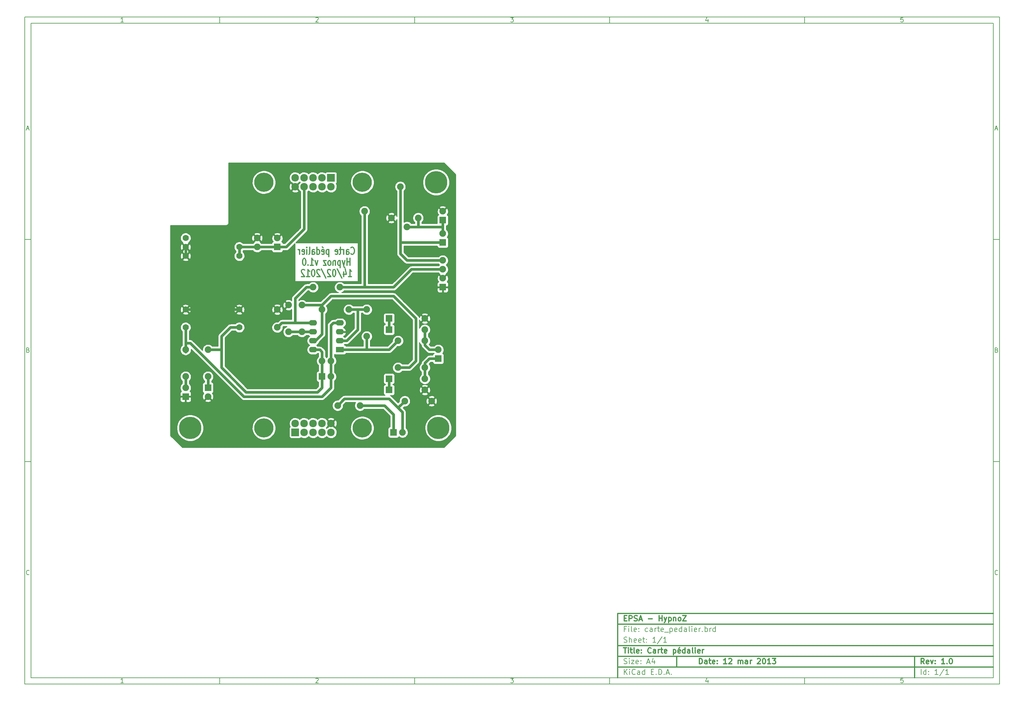
<source format=gbl>
G04 (created by PCBNEW-RS274X (2012-01-19 BZR 3256)-stable) date 12/03/2013 15:31:22*
G01*
G70*
G90*
%MOIN*%
G04 Gerber Fmt 3.4, Leading zero omitted, Abs format*
%FSLAX34Y34*%
G04 APERTURE LIST*
%ADD10C,0.006000*%
%ADD11C,0.012000*%
%ADD12C,0.215000*%
%ADD13R,0.085000X0.085000*%
%ADD14C,0.085000*%
%ADD15C,0.075000*%
%ADD16R,0.075000X0.075000*%
%ADD17C,0.070000*%
%ADD18R,0.090000X0.062000*%
%ADD19O,0.090000X0.062000*%
%ADD20C,0.250000*%
%ADD21C,0.030000*%
%ADD22C,0.010000*%
G04 APERTURE END LIST*
G54D10*
X04000Y-04000D02*
X113000Y-04000D01*
X113000Y-78670D01*
X04000Y-78670D01*
X04000Y-04000D01*
X04700Y-04700D02*
X112300Y-04700D01*
X112300Y-77970D01*
X04700Y-77970D01*
X04700Y-04700D01*
X25800Y-04000D02*
X25800Y-04700D01*
X15043Y-04552D02*
X14757Y-04552D01*
X14900Y-04552D02*
X14900Y-04052D01*
X14852Y-04124D01*
X14805Y-04171D01*
X14757Y-04195D01*
X25800Y-78670D02*
X25800Y-77970D01*
X15043Y-78522D02*
X14757Y-78522D01*
X14900Y-78522D02*
X14900Y-78022D01*
X14852Y-78094D01*
X14805Y-78141D01*
X14757Y-78165D01*
X47600Y-04000D02*
X47600Y-04700D01*
X36557Y-04100D02*
X36581Y-04076D01*
X36629Y-04052D01*
X36748Y-04052D01*
X36795Y-04076D01*
X36819Y-04100D01*
X36843Y-04148D01*
X36843Y-04195D01*
X36819Y-04267D01*
X36533Y-04552D01*
X36843Y-04552D01*
X47600Y-78670D02*
X47600Y-77970D01*
X36557Y-78070D02*
X36581Y-78046D01*
X36629Y-78022D01*
X36748Y-78022D01*
X36795Y-78046D01*
X36819Y-78070D01*
X36843Y-78118D01*
X36843Y-78165D01*
X36819Y-78237D01*
X36533Y-78522D01*
X36843Y-78522D01*
X69400Y-04000D02*
X69400Y-04700D01*
X58333Y-04052D02*
X58643Y-04052D01*
X58476Y-04243D01*
X58548Y-04243D01*
X58595Y-04267D01*
X58619Y-04290D01*
X58643Y-04338D01*
X58643Y-04457D01*
X58619Y-04505D01*
X58595Y-04529D01*
X58548Y-04552D01*
X58405Y-04552D01*
X58357Y-04529D01*
X58333Y-04505D01*
X69400Y-78670D02*
X69400Y-77970D01*
X58333Y-78022D02*
X58643Y-78022D01*
X58476Y-78213D01*
X58548Y-78213D01*
X58595Y-78237D01*
X58619Y-78260D01*
X58643Y-78308D01*
X58643Y-78427D01*
X58619Y-78475D01*
X58595Y-78499D01*
X58548Y-78522D01*
X58405Y-78522D01*
X58357Y-78499D01*
X58333Y-78475D01*
X91200Y-04000D02*
X91200Y-04700D01*
X80395Y-04219D02*
X80395Y-04552D01*
X80276Y-04029D02*
X80157Y-04386D01*
X80467Y-04386D01*
X91200Y-78670D02*
X91200Y-77970D01*
X80395Y-78189D02*
X80395Y-78522D01*
X80276Y-77999D02*
X80157Y-78356D01*
X80467Y-78356D01*
X102219Y-04052D02*
X101981Y-04052D01*
X101957Y-04290D01*
X101981Y-04267D01*
X102029Y-04243D01*
X102148Y-04243D01*
X102195Y-04267D01*
X102219Y-04290D01*
X102243Y-04338D01*
X102243Y-04457D01*
X102219Y-04505D01*
X102195Y-04529D01*
X102148Y-04552D01*
X102029Y-04552D01*
X101981Y-04529D01*
X101957Y-04505D01*
X102219Y-78022D02*
X101981Y-78022D01*
X101957Y-78260D01*
X101981Y-78237D01*
X102029Y-78213D01*
X102148Y-78213D01*
X102195Y-78237D01*
X102219Y-78260D01*
X102243Y-78308D01*
X102243Y-78427D01*
X102219Y-78475D01*
X102195Y-78499D01*
X102148Y-78522D01*
X102029Y-78522D01*
X101981Y-78499D01*
X101957Y-78475D01*
X04000Y-28890D02*
X04700Y-28890D01*
X04231Y-16510D02*
X04469Y-16510D01*
X04184Y-16652D02*
X04350Y-16152D01*
X04517Y-16652D01*
X113000Y-28890D02*
X112300Y-28890D01*
X112531Y-16510D02*
X112769Y-16510D01*
X112484Y-16652D02*
X112650Y-16152D01*
X112817Y-16652D01*
X04000Y-53780D02*
X04700Y-53780D01*
X04386Y-41280D02*
X04457Y-41304D01*
X04481Y-41328D01*
X04505Y-41376D01*
X04505Y-41447D01*
X04481Y-41495D01*
X04457Y-41519D01*
X04410Y-41542D01*
X04219Y-41542D01*
X04219Y-41042D01*
X04386Y-41042D01*
X04433Y-41066D01*
X04457Y-41090D01*
X04481Y-41138D01*
X04481Y-41185D01*
X04457Y-41233D01*
X04433Y-41257D01*
X04386Y-41280D01*
X04219Y-41280D01*
X113000Y-53780D02*
X112300Y-53780D01*
X112686Y-41280D02*
X112757Y-41304D01*
X112781Y-41328D01*
X112805Y-41376D01*
X112805Y-41447D01*
X112781Y-41495D01*
X112757Y-41519D01*
X112710Y-41542D01*
X112519Y-41542D01*
X112519Y-41042D01*
X112686Y-41042D01*
X112733Y-41066D01*
X112757Y-41090D01*
X112781Y-41138D01*
X112781Y-41185D01*
X112757Y-41233D01*
X112733Y-41257D01*
X112686Y-41280D01*
X112519Y-41280D01*
X04505Y-66385D02*
X04481Y-66409D01*
X04410Y-66432D01*
X04362Y-66432D01*
X04290Y-66409D01*
X04243Y-66361D01*
X04219Y-66313D01*
X04195Y-66218D01*
X04195Y-66147D01*
X04219Y-66051D01*
X04243Y-66004D01*
X04290Y-65956D01*
X04362Y-65932D01*
X04410Y-65932D01*
X04481Y-65956D01*
X04505Y-65980D01*
X112805Y-66385D02*
X112781Y-66409D01*
X112710Y-66432D01*
X112662Y-66432D01*
X112590Y-66409D01*
X112543Y-66361D01*
X112519Y-66313D01*
X112495Y-66218D01*
X112495Y-66147D01*
X112519Y-66051D01*
X112543Y-66004D01*
X112590Y-65956D01*
X112662Y-65932D01*
X112710Y-65932D01*
X112781Y-65956D01*
X112805Y-65980D01*
G54D11*
X79443Y-76413D02*
X79443Y-75813D01*
X79586Y-75813D01*
X79671Y-75841D01*
X79729Y-75899D01*
X79757Y-75956D01*
X79786Y-76070D01*
X79786Y-76156D01*
X79757Y-76270D01*
X79729Y-76327D01*
X79671Y-76384D01*
X79586Y-76413D01*
X79443Y-76413D01*
X80300Y-76413D02*
X80300Y-76099D01*
X80271Y-76041D01*
X80214Y-76013D01*
X80100Y-76013D01*
X80043Y-76041D01*
X80300Y-76384D02*
X80243Y-76413D01*
X80100Y-76413D01*
X80043Y-76384D01*
X80014Y-76327D01*
X80014Y-76270D01*
X80043Y-76213D01*
X80100Y-76184D01*
X80243Y-76184D01*
X80300Y-76156D01*
X80500Y-76013D02*
X80729Y-76013D01*
X80586Y-75813D02*
X80586Y-76327D01*
X80614Y-76384D01*
X80672Y-76413D01*
X80729Y-76413D01*
X81157Y-76384D02*
X81100Y-76413D01*
X80986Y-76413D01*
X80929Y-76384D01*
X80900Y-76327D01*
X80900Y-76099D01*
X80929Y-76041D01*
X80986Y-76013D01*
X81100Y-76013D01*
X81157Y-76041D01*
X81186Y-76099D01*
X81186Y-76156D01*
X80900Y-76213D01*
X81443Y-76356D02*
X81471Y-76384D01*
X81443Y-76413D01*
X81414Y-76384D01*
X81443Y-76356D01*
X81443Y-76413D01*
X81443Y-76041D02*
X81471Y-76070D01*
X81443Y-76099D01*
X81414Y-76070D01*
X81443Y-76041D01*
X81443Y-76099D01*
X82500Y-76413D02*
X82157Y-76413D01*
X82329Y-76413D02*
X82329Y-75813D01*
X82272Y-75899D01*
X82214Y-75956D01*
X82157Y-75984D01*
X82728Y-75870D02*
X82757Y-75841D01*
X82814Y-75813D01*
X82957Y-75813D01*
X83014Y-75841D01*
X83043Y-75870D01*
X83071Y-75927D01*
X83071Y-75984D01*
X83043Y-76070D01*
X82700Y-76413D01*
X83071Y-76413D01*
X83785Y-76413D02*
X83785Y-76013D01*
X83785Y-76070D02*
X83813Y-76041D01*
X83871Y-76013D01*
X83956Y-76013D01*
X84013Y-76041D01*
X84042Y-76099D01*
X84042Y-76413D01*
X84042Y-76099D02*
X84071Y-76041D01*
X84128Y-76013D01*
X84213Y-76013D01*
X84271Y-76041D01*
X84299Y-76099D01*
X84299Y-76413D01*
X84842Y-76413D02*
X84842Y-76099D01*
X84813Y-76041D01*
X84756Y-76013D01*
X84642Y-76013D01*
X84585Y-76041D01*
X84842Y-76384D02*
X84785Y-76413D01*
X84642Y-76413D01*
X84585Y-76384D01*
X84556Y-76327D01*
X84556Y-76270D01*
X84585Y-76213D01*
X84642Y-76184D01*
X84785Y-76184D01*
X84842Y-76156D01*
X85128Y-76413D02*
X85128Y-76013D01*
X85128Y-76127D02*
X85156Y-76070D01*
X85185Y-76041D01*
X85242Y-76013D01*
X85299Y-76013D01*
X85927Y-75870D02*
X85956Y-75841D01*
X86013Y-75813D01*
X86156Y-75813D01*
X86213Y-75841D01*
X86242Y-75870D01*
X86270Y-75927D01*
X86270Y-75984D01*
X86242Y-76070D01*
X85899Y-76413D01*
X86270Y-76413D01*
X86641Y-75813D02*
X86698Y-75813D01*
X86755Y-75841D01*
X86784Y-75870D01*
X86813Y-75927D01*
X86841Y-76041D01*
X86841Y-76184D01*
X86813Y-76299D01*
X86784Y-76356D01*
X86755Y-76384D01*
X86698Y-76413D01*
X86641Y-76413D01*
X86584Y-76384D01*
X86555Y-76356D01*
X86527Y-76299D01*
X86498Y-76184D01*
X86498Y-76041D01*
X86527Y-75927D01*
X86555Y-75870D01*
X86584Y-75841D01*
X86641Y-75813D01*
X87412Y-76413D02*
X87069Y-76413D01*
X87241Y-76413D02*
X87241Y-75813D01*
X87184Y-75899D01*
X87126Y-75956D01*
X87069Y-75984D01*
X87612Y-75813D02*
X87983Y-75813D01*
X87783Y-76041D01*
X87869Y-76041D01*
X87926Y-76070D01*
X87955Y-76099D01*
X87983Y-76156D01*
X87983Y-76299D01*
X87955Y-76356D01*
X87926Y-76384D01*
X87869Y-76413D01*
X87697Y-76413D01*
X87640Y-76384D01*
X87612Y-76356D01*
G54D10*
X71043Y-77613D02*
X71043Y-77013D01*
X71386Y-77613D02*
X71129Y-77270D01*
X71386Y-77013D02*
X71043Y-77356D01*
X71643Y-77613D02*
X71643Y-77213D01*
X71643Y-77013D02*
X71614Y-77041D01*
X71643Y-77070D01*
X71671Y-77041D01*
X71643Y-77013D01*
X71643Y-77070D01*
X72272Y-77556D02*
X72243Y-77584D01*
X72157Y-77613D01*
X72100Y-77613D01*
X72015Y-77584D01*
X71957Y-77527D01*
X71929Y-77470D01*
X71900Y-77356D01*
X71900Y-77270D01*
X71929Y-77156D01*
X71957Y-77099D01*
X72015Y-77041D01*
X72100Y-77013D01*
X72157Y-77013D01*
X72243Y-77041D01*
X72272Y-77070D01*
X72786Y-77613D02*
X72786Y-77299D01*
X72757Y-77241D01*
X72700Y-77213D01*
X72586Y-77213D01*
X72529Y-77241D01*
X72786Y-77584D02*
X72729Y-77613D01*
X72586Y-77613D01*
X72529Y-77584D01*
X72500Y-77527D01*
X72500Y-77470D01*
X72529Y-77413D01*
X72586Y-77384D01*
X72729Y-77384D01*
X72786Y-77356D01*
X73329Y-77613D02*
X73329Y-77013D01*
X73329Y-77584D02*
X73272Y-77613D01*
X73158Y-77613D01*
X73100Y-77584D01*
X73072Y-77556D01*
X73043Y-77499D01*
X73043Y-77327D01*
X73072Y-77270D01*
X73100Y-77241D01*
X73158Y-77213D01*
X73272Y-77213D01*
X73329Y-77241D01*
X74072Y-77299D02*
X74272Y-77299D01*
X74358Y-77613D02*
X74072Y-77613D01*
X74072Y-77013D01*
X74358Y-77013D01*
X74615Y-77556D02*
X74643Y-77584D01*
X74615Y-77613D01*
X74586Y-77584D01*
X74615Y-77556D01*
X74615Y-77613D01*
X74901Y-77613D02*
X74901Y-77013D01*
X75044Y-77013D01*
X75129Y-77041D01*
X75187Y-77099D01*
X75215Y-77156D01*
X75244Y-77270D01*
X75244Y-77356D01*
X75215Y-77470D01*
X75187Y-77527D01*
X75129Y-77584D01*
X75044Y-77613D01*
X74901Y-77613D01*
X75501Y-77556D02*
X75529Y-77584D01*
X75501Y-77613D01*
X75472Y-77584D01*
X75501Y-77556D01*
X75501Y-77613D01*
X75758Y-77441D02*
X76044Y-77441D01*
X75701Y-77613D02*
X75901Y-77013D01*
X76101Y-77613D01*
X76301Y-77556D02*
X76329Y-77584D01*
X76301Y-77613D01*
X76272Y-77584D01*
X76301Y-77556D01*
X76301Y-77613D01*
G54D11*
X104586Y-76413D02*
X104386Y-76127D01*
X104243Y-76413D02*
X104243Y-75813D01*
X104471Y-75813D01*
X104529Y-75841D01*
X104557Y-75870D01*
X104586Y-75927D01*
X104586Y-76013D01*
X104557Y-76070D01*
X104529Y-76099D01*
X104471Y-76127D01*
X104243Y-76127D01*
X105071Y-76384D02*
X105014Y-76413D01*
X104900Y-76413D01*
X104843Y-76384D01*
X104814Y-76327D01*
X104814Y-76099D01*
X104843Y-76041D01*
X104900Y-76013D01*
X105014Y-76013D01*
X105071Y-76041D01*
X105100Y-76099D01*
X105100Y-76156D01*
X104814Y-76213D01*
X105300Y-76013D02*
X105443Y-76413D01*
X105585Y-76013D01*
X105814Y-76356D02*
X105842Y-76384D01*
X105814Y-76413D01*
X105785Y-76384D01*
X105814Y-76356D01*
X105814Y-76413D01*
X105814Y-76041D02*
X105842Y-76070D01*
X105814Y-76099D01*
X105785Y-76070D01*
X105814Y-76041D01*
X105814Y-76099D01*
X106871Y-76413D02*
X106528Y-76413D01*
X106700Y-76413D02*
X106700Y-75813D01*
X106643Y-75899D01*
X106585Y-75956D01*
X106528Y-75984D01*
X107128Y-76356D02*
X107156Y-76384D01*
X107128Y-76413D01*
X107099Y-76384D01*
X107128Y-76356D01*
X107128Y-76413D01*
X107528Y-75813D02*
X107585Y-75813D01*
X107642Y-75841D01*
X107671Y-75870D01*
X107700Y-75927D01*
X107728Y-76041D01*
X107728Y-76184D01*
X107700Y-76299D01*
X107671Y-76356D01*
X107642Y-76384D01*
X107585Y-76413D01*
X107528Y-76413D01*
X107471Y-76384D01*
X107442Y-76356D01*
X107414Y-76299D01*
X107385Y-76184D01*
X107385Y-76041D01*
X107414Y-75927D01*
X107442Y-75870D01*
X107471Y-75841D01*
X107528Y-75813D01*
G54D10*
X71014Y-76384D02*
X71100Y-76413D01*
X71243Y-76413D01*
X71300Y-76384D01*
X71329Y-76356D01*
X71357Y-76299D01*
X71357Y-76241D01*
X71329Y-76184D01*
X71300Y-76156D01*
X71243Y-76127D01*
X71129Y-76099D01*
X71071Y-76070D01*
X71043Y-76041D01*
X71014Y-75984D01*
X71014Y-75927D01*
X71043Y-75870D01*
X71071Y-75841D01*
X71129Y-75813D01*
X71271Y-75813D01*
X71357Y-75841D01*
X71614Y-76413D02*
X71614Y-76013D01*
X71614Y-75813D02*
X71585Y-75841D01*
X71614Y-75870D01*
X71642Y-75841D01*
X71614Y-75813D01*
X71614Y-75870D01*
X71843Y-76013D02*
X72157Y-76013D01*
X71843Y-76413D01*
X72157Y-76413D01*
X72614Y-76384D02*
X72557Y-76413D01*
X72443Y-76413D01*
X72386Y-76384D01*
X72357Y-76327D01*
X72357Y-76099D01*
X72386Y-76041D01*
X72443Y-76013D01*
X72557Y-76013D01*
X72614Y-76041D01*
X72643Y-76099D01*
X72643Y-76156D01*
X72357Y-76213D01*
X72900Y-76356D02*
X72928Y-76384D01*
X72900Y-76413D01*
X72871Y-76384D01*
X72900Y-76356D01*
X72900Y-76413D01*
X72900Y-76041D02*
X72928Y-76070D01*
X72900Y-76099D01*
X72871Y-76070D01*
X72900Y-76041D01*
X72900Y-76099D01*
X73614Y-76241D02*
X73900Y-76241D01*
X73557Y-76413D02*
X73757Y-75813D01*
X73957Y-76413D01*
X74414Y-76013D02*
X74414Y-76413D01*
X74271Y-75784D02*
X74128Y-76213D01*
X74500Y-76213D01*
X104243Y-77613D02*
X104243Y-77013D01*
X104786Y-77613D02*
X104786Y-77013D01*
X104786Y-77584D02*
X104729Y-77613D01*
X104615Y-77613D01*
X104557Y-77584D01*
X104529Y-77556D01*
X104500Y-77499D01*
X104500Y-77327D01*
X104529Y-77270D01*
X104557Y-77241D01*
X104615Y-77213D01*
X104729Y-77213D01*
X104786Y-77241D01*
X105072Y-77556D02*
X105100Y-77584D01*
X105072Y-77613D01*
X105043Y-77584D01*
X105072Y-77556D01*
X105072Y-77613D01*
X105072Y-77241D02*
X105100Y-77270D01*
X105072Y-77299D01*
X105043Y-77270D01*
X105072Y-77241D01*
X105072Y-77299D01*
X106129Y-77613D02*
X105786Y-77613D01*
X105958Y-77613D02*
X105958Y-77013D01*
X105901Y-77099D01*
X105843Y-77156D01*
X105786Y-77184D01*
X106814Y-76984D02*
X106300Y-77756D01*
X107329Y-77613D02*
X106986Y-77613D01*
X107158Y-77613D02*
X107158Y-77013D01*
X107101Y-77099D01*
X107043Y-77156D01*
X106986Y-77184D01*
G54D11*
X70957Y-74613D02*
X71300Y-74613D01*
X71129Y-75213D02*
X71129Y-74613D01*
X71500Y-75213D02*
X71500Y-74813D01*
X71500Y-74613D02*
X71471Y-74641D01*
X71500Y-74670D01*
X71528Y-74641D01*
X71500Y-74613D01*
X71500Y-74670D01*
X71700Y-74813D02*
X71929Y-74813D01*
X71786Y-74613D02*
X71786Y-75127D01*
X71814Y-75184D01*
X71872Y-75213D01*
X71929Y-75213D01*
X72215Y-75213D02*
X72157Y-75184D01*
X72129Y-75127D01*
X72129Y-74613D01*
X72671Y-75184D02*
X72614Y-75213D01*
X72500Y-75213D01*
X72443Y-75184D01*
X72414Y-75127D01*
X72414Y-74899D01*
X72443Y-74841D01*
X72500Y-74813D01*
X72614Y-74813D01*
X72671Y-74841D01*
X72700Y-74899D01*
X72700Y-74956D01*
X72414Y-75013D01*
X72957Y-75156D02*
X72985Y-75184D01*
X72957Y-75213D01*
X72928Y-75184D01*
X72957Y-75156D01*
X72957Y-75213D01*
X72957Y-74841D02*
X72985Y-74870D01*
X72957Y-74899D01*
X72928Y-74870D01*
X72957Y-74841D01*
X72957Y-74899D01*
X74043Y-75156D02*
X74014Y-75184D01*
X73928Y-75213D01*
X73871Y-75213D01*
X73786Y-75184D01*
X73728Y-75127D01*
X73700Y-75070D01*
X73671Y-74956D01*
X73671Y-74870D01*
X73700Y-74756D01*
X73728Y-74699D01*
X73786Y-74641D01*
X73871Y-74613D01*
X73928Y-74613D01*
X74014Y-74641D01*
X74043Y-74670D01*
X74557Y-75213D02*
X74557Y-74899D01*
X74528Y-74841D01*
X74471Y-74813D01*
X74357Y-74813D01*
X74300Y-74841D01*
X74557Y-75184D02*
X74500Y-75213D01*
X74357Y-75213D01*
X74300Y-75184D01*
X74271Y-75127D01*
X74271Y-75070D01*
X74300Y-75013D01*
X74357Y-74984D01*
X74500Y-74984D01*
X74557Y-74956D01*
X74843Y-75213D02*
X74843Y-74813D01*
X74843Y-74927D02*
X74871Y-74870D01*
X74900Y-74841D01*
X74957Y-74813D01*
X75014Y-74813D01*
X75128Y-74813D02*
X75357Y-74813D01*
X75214Y-74613D02*
X75214Y-75127D01*
X75242Y-75184D01*
X75300Y-75213D01*
X75357Y-75213D01*
X75785Y-75184D02*
X75728Y-75213D01*
X75614Y-75213D01*
X75557Y-75184D01*
X75528Y-75127D01*
X75528Y-74899D01*
X75557Y-74841D01*
X75614Y-74813D01*
X75728Y-74813D01*
X75785Y-74841D01*
X75814Y-74899D01*
X75814Y-74956D01*
X75528Y-75013D01*
X76528Y-74813D02*
X76528Y-75413D01*
X76528Y-74841D02*
X76585Y-74813D01*
X76699Y-74813D01*
X76756Y-74841D01*
X76785Y-74870D01*
X76814Y-74927D01*
X76814Y-75099D01*
X76785Y-75156D01*
X76756Y-75184D01*
X76699Y-75213D01*
X76585Y-75213D01*
X76528Y-75184D01*
X77299Y-75184D02*
X77242Y-75213D01*
X77128Y-75213D01*
X77071Y-75184D01*
X77042Y-75127D01*
X77042Y-74899D01*
X77071Y-74841D01*
X77128Y-74813D01*
X77242Y-74813D01*
X77299Y-74841D01*
X77328Y-74899D01*
X77328Y-74956D01*
X77042Y-75013D01*
X77242Y-74584D02*
X77157Y-74670D01*
X77842Y-75213D02*
X77842Y-74613D01*
X77842Y-75184D02*
X77785Y-75213D01*
X77671Y-75213D01*
X77613Y-75184D01*
X77585Y-75156D01*
X77556Y-75099D01*
X77556Y-74927D01*
X77585Y-74870D01*
X77613Y-74841D01*
X77671Y-74813D01*
X77785Y-74813D01*
X77842Y-74841D01*
X78385Y-75213D02*
X78385Y-74899D01*
X78356Y-74841D01*
X78299Y-74813D01*
X78185Y-74813D01*
X78128Y-74841D01*
X78385Y-75184D02*
X78328Y-75213D01*
X78185Y-75213D01*
X78128Y-75184D01*
X78099Y-75127D01*
X78099Y-75070D01*
X78128Y-75013D01*
X78185Y-74984D01*
X78328Y-74984D01*
X78385Y-74956D01*
X78757Y-75213D02*
X78699Y-75184D01*
X78671Y-75127D01*
X78671Y-74613D01*
X78985Y-75213D02*
X78985Y-74813D01*
X78985Y-74613D02*
X78956Y-74641D01*
X78985Y-74670D01*
X79013Y-74641D01*
X78985Y-74613D01*
X78985Y-74670D01*
X79499Y-75184D02*
X79442Y-75213D01*
X79328Y-75213D01*
X79271Y-75184D01*
X79242Y-75127D01*
X79242Y-74899D01*
X79271Y-74841D01*
X79328Y-74813D01*
X79442Y-74813D01*
X79499Y-74841D01*
X79528Y-74899D01*
X79528Y-74956D01*
X79242Y-75013D01*
X79785Y-75213D02*
X79785Y-74813D01*
X79785Y-74927D02*
X79813Y-74870D01*
X79842Y-74841D01*
X79899Y-74813D01*
X79956Y-74813D01*
G54D10*
X71243Y-72499D02*
X71043Y-72499D01*
X71043Y-72813D02*
X71043Y-72213D01*
X71329Y-72213D01*
X71557Y-72813D02*
X71557Y-72413D01*
X71557Y-72213D02*
X71528Y-72241D01*
X71557Y-72270D01*
X71585Y-72241D01*
X71557Y-72213D01*
X71557Y-72270D01*
X71929Y-72813D02*
X71871Y-72784D01*
X71843Y-72727D01*
X71843Y-72213D01*
X72385Y-72784D02*
X72328Y-72813D01*
X72214Y-72813D01*
X72157Y-72784D01*
X72128Y-72727D01*
X72128Y-72499D01*
X72157Y-72441D01*
X72214Y-72413D01*
X72328Y-72413D01*
X72385Y-72441D01*
X72414Y-72499D01*
X72414Y-72556D01*
X72128Y-72613D01*
X72671Y-72756D02*
X72699Y-72784D01*
X72671Y-72813D01*
X72642Y-72784D01*
X72671Y-72756D01*
X72671Y-72813D01*
X72671Y-72441D02*
X72699Y-72470D01*
X72671Y-72499D01*
X72642Y-72470D01*
X72671Y-72441D01*
X72671Y-72499D01*
X73671Y-72784D02*
X73614Y-72813D01*
X73500Y-72813D01*
X73442Y-72784D01*
X73414Y-72756D01*
X73385Y-72699D01*
X73385Y-72527D01*
X73414Y-72470D01*
X73442Y-72441D01*
X73500Y-72413D01*
X73614Y-72413D01*
X73671Y-72441D01*
X74185Y-72813D02*
X74185Y-72499D01*
X74156Y-72441D01*
X74099Y-72413D01*
X73985Y-72413D01*
X73928Y-72441D01*
X74185Y-72784D02*
X74128Y-72813D01*
X73985Y-72813D01*
X73928Y-72784D01*
X73899Y-72727D01*
X73899Y-72670D01*
X73928Y-72613D01*
X73985Y-72584D01*
X74128Y-72584D01*
X74185Y-72556D01*
X74471Y-72813D02*
X74471Y-72413D01*
X74471Y-72527D02*
X74499Y-72470D01*
X74528Y-72441D01*
X74585Y-72413D01*
X74642Y-72413D01*
X74756Y-72413D02*
X74985Y-72413D01*
X74842Y-72213D02*
X74842Y-72727D01*
X74870Y-72784D01*
X74928Y-72813D01*
X74985Y-72813D01*
X75413Y-72784D02*
X75356Y-72813D01*
X75242Y-72813D01*
X75185Y-72784D01*
X75156Y-72727D01*
X75156Y-72499D01*
X75185Y-72441D01*
X75242Y-72413D01*
X75356Y-72413D01*
X75413Y-72441D01*
X75442Y-72499D01*
X75442Y-72556D01*
X75156Y-72613D01*
X75556Y-72870D02*
X76013Y-72870D01*
X76156Y-72413D02*
X76156Y-73013D01*
X76156Y-72441D02*
X76213Y-72413D01*
X76327Y-72413D01*
X76384Y-72441D01*
X76413Y-72470D01*
X76442Y-72527D01*
X76442Y-72699D01*
X76413Y-72756D01*
X76384Y-72784D01*
X76327Y-72813D01*
X76213Y-72813D01*
X76156Y-72784D01*
X76927Y-72784D02*
X76870Y-72813D01*
X76756Y-72813D01*
X76699Y-72784D01*
X76670Y-72727D01*
X76670Y-72499D01*
X76699Y-72441D01*
X76756Y-72413D01*
X76870Y-72413D01*
X76927Y-72441D01*
X76956Y-72499D01*
X76956Y-72556D01*
X76670Y-72613D01*
X77470Y-72813D02*
X77470Y-72213D01*
X77470Y-72784D02*
X77413Y-72813D01*
X77299Y-72813D01*
X77241Y-72784D01*
X77213Y-72756D01*
X77184Y-72699D01*
X77184Y-72527D01*
X77213Y-72470D01*
X77241Y-72441D01*
X77299Y-72413D01*
X77413Y-72413D01*
X77470Y-72441D01*
X78013Y-72813D02*
X78013Y-72499D01*
X77984Y-72441D01*
X77927Y-72413D01*
X77813Y-72413D01*
X77756Y-72441D01*
X78013Y-72784D02*
X77956Y-72813D01*
X77813Y-72813D01*
X77756Y-72784D01*
X77727Y-72727D01*
X77727Y-72670D01*
X77756Y-72613D01*
X77813Y-72584D01*
X77956Y-72584D01*
X78013Y-72556D01*
X78385Y-72813D02*
X78327Y-72784D01*
X78299Y-72727D01*
X78299Y-72213D01*
X78613Y-72813D02*
X78613Y-72413D01*
X78613Y-72213D02*
X78584Y-72241D01*
X78613Y-72270D01*
X78641Y-72241D01*
X78613Y-72213D01*
X78613Y-72270D01*
X79127Y-72784D02*
X79070Y-72813D01*
X78956Y-72813D01*
X78899Y-72784D01*
X78870Y-72727D01*
X78870Y-72499D01*
X78899Y-72441D01*
X78956Y-72413D01*
X79070Y-72413D01*
X79127Y-72441D01*
X79156Y-72499D01*
X79156Y-72556D01*
X78870Y-72613D01*
X79413Y-72813D02*
X79413Y-72413D01*
X79413Y-72527D02*
X79441Y-72470D01*
X79470Y-72441D01*
X79527Y-72413D01*
X79584Y-72413D01*
X79784Y-72756D02*
X79812Y-72784D01*
X79784Y-72813D01*
X79755Y-72784D01*
X79784Y-72756D01*
X79784Y-72813D01*
X80070Y-72813D02*
X80070Y-72213D01*
X80070Y-72441D02*
X80127Y-72413D01*
X80241Y-72413D01*
X80298Y-72441D01*
X80327Y-72470D01*
X80356Y-72527D01*
X80356Y-72699D01*
X80327Y-72756D01*
X80298Y-72784D01*
X80241Y-72813D01*
X80127Y-72813D01*
X80070Y-72784D01*
X80613Y-72813D02*
X80613Y-72413D01*
X80613Y-72527D02*
X80641Y-72470D01*
X80670Y-72441D01*
X80727Y-72413D01*
X80784Y-72413D01*
X81241Y-72813D02*
X81241Y-72213D01*
X81241Y-72784D02*
X81184Y-72813D01*
X81070Y-72813D01*
X81012Y-72784D01*
X80984Y-72756D01*
X80955Y-72699D01*
X80955Y-72527D01*
X80984Y-72470D01*
X81012Y-72441D01*
X81070Y-72413D01*
X81184Y-72413D01*
X81241Y-72441D01*
X71014Y-73984D02*
X71100Y-74013D01*
X71243Y-74013D01*
X71300Y-73984D01*
X71329Y-73956D01*
X71357Y-73899D01*
X71357Y-73841D01*
X71329Y-73784D01*
X71300Y-73756D01*
X71243Y-73727D01*
X71129Y-73699D01*
X71071Y-73670D01*
X71043Y-73641D01*
X71014Y-73584D01*
X71014Y-73527D01*
X71043Y-73470D01*
X71071Y-73441D01*
X71129Y-73413D01*
X71271Y-73413D01*
X71357Y-73441D01*
X71614Y-74013D02*
X71614Y-73413D01*
X71871Y-74013D02*
X71871Y-73699D01*
X71842Y-73641D01*
X71785Y-73613D01*
X71700Y-73613D01*
X71642Y-73641D01*
X71614Y-73670D01*
X72385Y-73984D02*
X72328Y-74013D01*
X72214Y-74013D01*
X72157Y-73984D01*
X72128Y-73927D01*
X72128Y-73699D01*
X72157Y-73641D01*
X72214Y-73613D01*
X72328Y-73613D01*
X72385Y-73641D01*
X72414Y-73699D01*
X72414Y-73756D01*
X72128Y-73813D01*
X72899Y-73984D02*
X72842Y-74013D01*
X72728Y-74013D01*
X72671Y-73984D01*
X72642Y-73927D01*
X72642Y-73699D01*
X72671Y-73641D01*
X72728Y-73613D01*
X72842Y-73613D01*
X72899Y-73641D01*
X72928Y-73699D01*
X72928Y-73756D01*
X72642Y-73813D01*
X73099Y-73613D02*
X73328Y-73613D01*
X73185Y-73413D02*
X73185Y-73927D01*
X73213Y-73984D01*
X73271Y-74013D01*
X73328Y-74013D01*
X73528Y-73956D02*
X73556Y-73984D01*
X73528Y-74013D01*
X73499Y-73984D01*
X73528Y-73956D01*
X73528Y-74013D01*
X73528Y-73641D02*
X73556Y-73670D01*
X73528Y-73699D01*
X73499Y-73670D01*
X73528Y-73641D01*
X73528Y-73699D01*
X74585Y-74013D02*
X74242Y-74013D01*
X74414Y-74013D02*
X74414Y-73413D01*
X74357Y-73499D01*
X74299Y-73556D01*
X74242Y-73584D01*
X75270Y-73384D02*
X74756Y-74156D01*
X75785Y-74013D02*
X75442Y-74013D01*
X75614Y-74013D02*
X75614Y-73413D01*
X75557Y-73499D01*
X75499Y-73556D01*
X75442Y-73584D01*
G54D11*
X71043Y-71299D02*
X71243Y-71299D01*
X71329Y-71613D02*
X71043Y-71613D01*
X71043Y-71013D01*
X71329Y-71013D01*
X71586Y-71613D02*
X71586Y-71013D01*
X71814Y-71013D01*
X71872Y-71041D01*
X71900Y-71070D01*
X71929Y-71127D01*
X71929Y-71213D01*
X71900Y-71270D01*
X71872Y-71299D01*
X71814Y-71327D01*
X71586Y-71327D01*
X72157Y-71584D02*
X72243Y-71613D01*
X72386Y-71613D01*
X72443Y-71584D01*
X72472Y-71556D01*
X72500Y-71499D01*
X72500Y-71441D01*
X72472Y-71384D01*
X72443Y-71356D01*
X72386Y-71327D01*
X72272Y-71299D01*
X72214Y-71270D01*
X72186Y-71241D01*
X72157Y-71184D01*
X72157Y-71127D01*
X72186Y-71070D01*
X72214Y-71041D01*
X72272Y-71013D01*
X72414Y-71013D01*
X72500Y-71041D01*
X72728Y-71441D02*
X73014Y-71441D01*
X72671Y-71613D02*
X72871Y-71013D01*
X73071Y-71613D01*
X73728Y-71384D02*
X74185Y-71384D01*
X74928Y-71613D02*
X74928Y-71013D01*
X74928Y-71299D02*
X75271Y-71299D01*
X75271Y-71613D02*
X75271Y-71013D01*
X75500Y-71213D02*
X75643Y-71613D01*
X75785Y-71213D02*
X75643Y-71613D01*
X75585Y-71756D01*
X75557Y-71784D01*
X75500Y-71813D01*
X76014Y-71213D02*
X76014Y-71813D01*
X76014Y-71241D02*
X76071Y-71213D01*
X76185Y-71213D01*
X76242Y-71241D01*
X76271Y-71270D01*
X76300Y-71327D01*
X76300Y-71499D01*
X76271Y-71556D01*
X76242Y-71584D01*
X76185Y-71613D01*
X76071Y-71613D01*
X76014Y-71584D01*
X76557Y-71213D02*
X76557Y-71613D01*
X76557Y-71270D02*
X76585Y-71241D01*
X76643Y-71213D01*
X76728Y-71213D01*
X76785Y-71241D01*
X76814Y-71299D01*
X76814Y-71613D01*
X77186Y-71613D02*
X77128Y-71584D01*
X77100Y-71556D01*
X77071Y-71499D01*
X77071Y-71327D01*
X77100Y-71270D01*
X77128Y-71241D01*
X77186Y-71213D01*
X77271Y-71213D01*
X77328Y-71241D01*
X77357Y-71270D01*
X77386Y-71327D01*
X77386Y-71499D01*
X77357Y-71556D01*
X77328Y-71584D01*
X77271Y-71613D01*
X77186Y-71613D01*
X77586Y-71013D02*
X77986Y-71013D01*
X77586Y-71613D01*
X77986Y-71613D01*
X70300Y-70770D02*
X70300Y-77970D01*
X70300Y-71970D02*
X112300Y-71970D01*
X70300Y-70770D02*
X112300Y-70770D01*
X70300Y-74370D02*
X112300Y-74370D01*
X103500Y-75570D02*
X103500Y-77970D01*
X70300Y-76770D02*
X112300Y-76770D01*
X70300Y-75570D02*
X112300Y-75570D01*
X76900Y-75570D02*
X76900Y-76770D01*
X40492Y-30498D02*
X40521Y-30536D01*
X40607Y-30574D01*
X40664Y-30574D01*
X40749Y-30536D01*
X40807Y-30460D01*
X40835Y-30383D01*
X40864Y-30231D01*
X40864Y-30117D01*
X40835Y-29964D01*
X40807Y-29888D01*
X40749Y-29812D01*
X40664Y-29774D01*
X40607Y-29774D01*
X40521Y-29812D01*
X40492Y-29850D01*
X39978Y-30574D02*
X39978Y-30155D01*
X40007Y-30079D01*
X40064Y-30040D01*
X40178Y-30040D01*
X40235Y-30079D01*
X39978Y-30536D02*
X40035Y-30574D01*
X40178Y-30574D01*
X40235Y-30536D01*
X40264Y-30460D01*
X40264Y-30383D01*
X40235Y-30307D01*
X40178Y-30269D01*
X40035Y-30269D01*
X39978Y-30231D01*
X39692Y-30574D02*
X39692Y-30040D01*
X39692Y-30193D02*
X39664Y-30117D01*
X39635Y-30079D01*
X39578Y-30040D01*
X39521Y-30040D01*
X39407Y-30040D02*
X39178Y-30040D01*
X39321Y-29774D02*
X39321Y-30460D01*
X39293Y-30536D01*
X39235Y-30574D01*
X39178Y-30574D01*
X38750Y-30536D02*
X38807Y-30574D01*
X38921Y-30574D01*
X38978Y-30536D01*
X39007Y-30460D01*
X39007Y-30155D01*
X38978Y-30079D01*
X38921Y-30040D01*
X38807Y-30040D01*
X38750Y-30079D01*
X38721Y-30155D01*
X38721Y-30231D01*
X39007Y-30307D01*
X38007Y-30040D02*
X38007Y-30840D01*
X38007Y-30079D02*
X37950Y-30040D01*
X37836Y-30040D01*
X37779Y-30079D01*
X37750Y-30117D01*
X37721Y-30193D01*
X37721Y-30421D01*
X37750Y-30498D01*
X37779Y-30536D01*
X37836Y-30574D01*
X37950Y-30574D01*
X38007Y-30536D01*
X37236Y-30536D02*
X37293Y-30574D01*
X37407Y-30574D01*
X37464Y-30536D01*
X37493Y-30460D01*
X37493Y-30155D01*
X37464Y-30079D01*
X37407Y-30040D01*
X37293Y-30040D01*
X37236Y-30079D01*
X37207Y-30155D01*
X37207Y-30231D01*
X37493Y-30307D01*
X37293Y-29736D02*
X37378Y-29850D01*
X36693Y-30574D02*
X36693Y-29774D01*
X36693Y-30536D02*
X36750Y-30574D01*
X36864Y-30574D01*
X36922Y-30536D01*
X36950Y-30498D01*
X36979Y-30421D01*
X36979Y-30193D01*
X36950Y-30117D01*
X36922Y-30079D01*
X36864Y-30040D01*
X36750Y-30040D01*
X36693Y-30079D01*
X36150Y-30574D02*
X36150Y-30155D01*
X36179Y-30079D01*
X36236Y-30040D01*
X36350Y-30040D01*
X36407Y-30079D01*
X36150Y-30536D02*
X36207Y-30574D01*
X36350Y-30574D01*
X36407Y-30536D01*
X36436Y-30460D01*
X36436Y-30383D01*
X36407Y-30307D01*
X36350Y-30269D01*
X36207Y-30269D01*
X36150Y-30231D01*
X35778Y-30574D02*
X35836Y-30536D01*
X35864Y-30460D01*
X35864Y-29774D01*
X35550Y-30574D02*
X35550Y-30040D01*
X35550Y-29774D02*
X35579Y-29812D01*
X35550Y-29850D01*
X35522Y-29812D01*
X35550Y-29774D01*
X35550Y-29850D01*
X35036Y-30536D02*
X35093Y-30574D01*
X35207Y-30574D01*
X35264Y-30536D01*
X35293Y-30460D01*
X35293Y-30155D01*
X35264Y-30079D01*
X35207Y-30040D01*
X35093Y-30040D01*
X35036Y-30079D01*
X35007Y-30155D01*
X35007Y-30231D01*
X35293Y-30307D01*
X34750Y-30574D02*
X34750Y-30040D01*
X34750Y-30193D02*
X34722Y-30117D01*
X34693Y-30079D01*
X34636Y-30040D01*
X34579Y-30040D01*
X40378Y-31814D02*
X40378Y-31014D01*
X40378Y-31395D02*
X40035Y-31395D01*
X40035Y-31814D02*
X40035Y-31014D01*
X39806Y-31280D02*
X39663Y-31814D01*
X39521Y-31280D02*
X39663Y-31814D01*
X39721Y-32004D01*
X39749Y-32042D01*
X39806Y-32080D01*
X39292Y-31280D02*
X39292Y-32080D01*
X39292Y-31319D02*
X39235Y-31280D01*
X39121Y-31280D01*
X39064Y-31319D01*
X39035Y-31357D01*
X39006Y-31433D01*
X39006Y-31661D01*
X39035Y-31738D01*
X39064Y-31776D01*
X39121Y-31814D01*
X39235Y-31814D01*
X39292Y-31776D01*
X38749Y-31280D02*
X38749Y-31814D01*
X38749Y-31357D02*
X38721Y-31319D01*
X38663Y-31280D01*
X38578Y-31280D01*
X38521Y-31319D01*
X38492Y-31395D01*
X38492Y-31814D01*
X38120Y-31814D02*
X38178Y-31776D01*
X38206Y-31738D01*
X38235Y-31661D01*
X38235Y-31433D01*
X38206Y-31357D01*
X38178Y-31319D01*
X38120Y-31280D01*
X38035Y-31280D01*
X37978Y-31319D01*
X37949Y-31357D01*
X37920Y-31433D01*
X37920Y-31661D01*
X37949Y-31738D01*
X37978Y-31776D01*
X38035Y-31814D01*
X38120Y-31814D01*
X37720Y-31280D02*
X37406Y-31280D01*
X37720Y-31814D01*
X37406Y-31814D01*
X36777Y-31280D02*
X36634Y-31814D01*
X36492Y-31280D01*
X35949Y-31814D02*
X36292Y-31814D01*
X36120Y-31814D02*
X36120Y-31014D01*
X36177Y-31128D01*
X36235Y-31204D01*
X36292Y-31242D01*
X35692Y-31738D02*
X35664Y-31776D01*
X35692Y-31814D01*
X35721Y-31776D01*
X35692Y-31738D01*
X35692Y-31814D01*
X35292Y-31014D02*
X35235Y-31014D01*
X35178Y-31052D01*
X35149Y-31090D01*
X35120Y-31166D01*
X35092Y-31319D01*
X35092Y-31509D01*
X35120Y-31661D01*
X35149Y-31738D01*
X35178Y-31776D01*
X35235Y-31814D01*
X35292Y-31814D01*
X35349Y-31776D01*
X35378Y-31738D01*
X35406Y-31661D01*
X35435Y-31509D01*
X35435Y-31319D01*
X35406Y-31166D01*
X35378Y-31090D01*
X35349Y-31052D01*
X35292Y-31014D01*
X40206Y-33054D02*
X40549Y-33054D01*
X40377Y-33054D02*
X40377Y-32254D01*
X40434Y-32368D01*
X40492Y-32444D01*
X40549Y-32482D01*
X39692Y-32520D02*
X39692Y-33054D01*
X39835Y-32216D02*
X39978Y-32787D01*
X39606Y-32787D01*
X38950Y-32216D02*
X39464Y-33244D01*
X38635Y-32254D02*
X38578Y-32254D01*
X38521Y-32292D01*
X38492Y-32330D01*
X38463Y-32406D01*
X38435Y-32559D01*
X38435Y-32749D01*
X38463Y-32901D01*
X38492Y-32978D01*
X38521Y-33016D01*
X38578Y-33054D01*
X38635Y-33054D01*
X38692Y-33016D01*
X38721Y-32978D01*
X38749Y-32901D01*
X38778Y-32749D01*
X38778Y-32559D01*
X38749Y-32406D01*
X38721Y-32330D01*
X38692Y-32292D01*
X38635Y-32254D01*
X38207Y-32330D02*
X38178Y-32292D01*
X38121Y-32254D01*
X37978Y-32254D01*
X37921Y-32292D01*
X37892Y-32330D01*
X37864Y-32406D01*
X37864Y-32482D01*
X37892Y-32597D01*
X38235Y-33054D01*
X37864Y-33054D01*
X37179Y-32216D02*
X37693Y-33244D01*
X37007Y-32330D02*
X36978Y-32292D01*
X36921Y-32254D01*
X36778Y-32254D01*
X36721Y-32292D01*
X36692Y-32330D01*
X36664Y-32406D01*
X36664Y-32482D01*
X36692Y-32597D01*
X37035Y-33054D01*
X36664Y-33054D01*
X36293Y-32254D02*
X36236Y-32254D01*
X36179Y-32292D01*
X36150Y-32330D01*
X36121Y-32406D01*
X36093Y-32559D01*
X36093Y-32749D01*
X36121Y-32901D01*
X36150Y-32978D01*
X36179Y-33016D01*
X36236Y-33054D01*
X36293Y-33054D01*
X36350Y-33016D01*
X36379Y-32978D01*
X36407Y-32901D01*
X36436Y-32749D01*
X36436Y-32559D01*
X36407Y-32406D01*
X36379Y-32330D01*
X36350Y-32292D01*
X36293Y-32254D01*
X35522Y-33054D02*
X35865Y-33054D01*
X35693Y-33054D02*
X35693Y-32254D01*
X35750Y-32368D01*
X35808Y-32444D01*
X35865Y-32482D01*
X35294Y-32330D02*
X35265Y-32292D01*
X35208Y-32254D01*
X35065Y-32254D01*
X35008Y-32292D01*
X34979Y-32330D01*
X34951Y-32406D01*
X34951Y-32482D01*
X34979Y-32597D01*
X35322Y-33054D01*
X34951Y-33054D01*
G54D12*
X30750Y-50000D03*
X41750Y-50000D03*
G54D13*
X34250Y-50500D03*
G54D14*
X34250Y-49500D03*
X35250Y-50500D03*
X35250Y-49500D03*
X36250Y-50500D03*
X36250Y-49500D03*
X37250Y-50500D03*
X37250Y-49500D03*
X38250Y-50500D03*
X38250Y-49500D03*
G54D12*
X41750Y-22500D03*
X30750Y-22500D03*
G54D13*
X38250Y-22000D03*
G54D14*
X38250Y-23000D03*
X37250Y-22000D03*
X37250Y-23000D03*
X36250Y-22000D03*
X36250Y-23000D03*
X35250Y-22000D03*
X35250Y-23000D03*
X34250Y-22000D03*
X34250Y-23000D03*
G54D15*
X37250Y-42500D03*
X38250Y-42500D03*
X30000Y-29750D03*
X30000Y-28750D03*
G54D16*
X37250Y-44250D03*
G54D15*
X38250Y-44250D03*
G54D16*
X32250Y-29750D03*
G54D15*
X32250Y-28750D03*
X32250Y-38750D03*
X32250Y-36750D03*
X48750Y-37750D03*
G54D16*
X44750Y-37750D03*
G54D15*
X48750Y-45750D03*
G54D16*
X44750Y-45750D03*
G54D15*
X48750Y-39000D03*
G54D16*
X44750Y-39000D03*
G54D15*
X48750Y-44500D03*
G54D16*
X44750Y-44500D03*
X50750Y-29250D03*
G54D15*
X50750Y-28250D03*
G54D16*
X50750Y-26750D03*
G54D15*
X50750Y-25750D03*
G54D16*
X45250Y-50500D03*
G54D15*
X46250Y-50500D03*
G54D16*
X50250Y-42250D03*
G54D15*
X50250Y-41250D03*
X50750Y-31250D03*
X50750Y-32250D03*
G54D16*
X50750Y-34250D03*
G54D15*
X50750Y-33250D03*
G54D16*
X22000Y-46500D03*
G54D15*
X22000Y-45500D03*
G54D16*
X24500Y-45500D03*
G54D15*
X24500Y-46500D03*
X24500Y-41250D03*
X24500Y-44250D03*
X46500Y-47000D03*
X49500Y-47000D03*
X48000Y-26500D03*
X45000Y-26500D03*
X22000Y-41250D03*
X22000Y-44250D03*
X40250Y-36750D03*
X37250Y-36750D03*
X48750Y-43250D03*
X45750Y-43250D03*
X48750Y-40250D03*
X45750Y-40250D03*
X35000Y-36250D03*
X35000Y-39250D03*
X33500Y-36250D03*
X33500Y-39250D03*
X36250Y-34250D03*
X39250Y-34250D03*
X42250Y-39750D03*
X42250Y-36750D03*
G54D17*
X22000Y-28750D03*
X22000Y-29750D03*
X22000Y-30750D03*
X22000Y-36750D03*
X22000Y-38750D03*
X28000Y-38750D03*
X28000Y-36750D03*
X28000Y-30750D03*
X28000Y-29750D03*
G54D18*
X39250Y-41250D03*
G54D19*
X39250Y-40250D03*
X39250Y-39250D03*
X39250Y-38250D03*
X36250Y-38250D03*
X36250Y-39250D03*
X36250Y-40250D03*
X36250Y-41250D03*
G54D20*
X50000Y-22500D03*
X50250Y-50000D03*
X22500Y-50000D03*
G54D15*
X46750Y-27500D03*
X39000Y-47500D03*
X42000Y-25750D03*
X32500Y-26000D03*
X40250Y-47500D03*
X46000Y-23000D03*
X41500Y-47500D03*
G54D21*
X28000Y-29750D02*
X30000Y-29750D01*
X30000Y-29750D02*
X32250Y-29750D01*
X28000Y-29750D02*
X28000Y-30750D01*
X32250Y-29750D02*
X33250Y-29750D01*
X35250Y-27750D02*
X35250Y-23000D01*
X33250Y-29750D02*
X35250Y-27750D01*
X38250Y-42500D02*
X38250Y-44250D01*
X22000Y-38750D02*
X22000Y-40000D01*
X22000Y-40000D02*
X22000Y-40500D01*
X38250Y-42500D02*
X38250Y-38500D01*
X22000Y-40500D02*
X22000Y-41250D01*
X38500Y-38250D02*
X39250Y-38250D01*
X38250Y-38500D02*
X38500Y-38250D01*
X22000Y-41250D02*
X22000Y-41500D01*
X37250Y-46500D02*
X38250Y-45500D01*
X38250Y-45500D02*
X38250Y-44250D01*
X22000Y-40500D02*
X22500Y-40500D01*
X23500Y-41500D02*
X28500Y-46500D01*
X28500Y-46500D02*
X29750Y-46500D01*
X29750Y-46500D02*
X37250Y-46500D01*
X22500Y-40500D02*
X23500Y-41500D01*
X48000Y-26500D02*
X48000Y-27500D01*
X46750Y-27500D02*
X48000Y-27500D01*
X48000Y-27500D02*
X48750Y-27500D01*
X48750Y-27500D02*
X50750Y-27500D01*
X50750Y-26750D02*
X50750Y-27500D01*
X50750Y-27500D02*
X50750Y-28250D01*
X46250Y-48250D02*
X45750Y-47750D01*
X39000Y-47500D02*
X39750Y-46750D01*
X45750Y-47750D02*
X46500Y-47000D01*
X46250Y-50500D02*
X46250Y-48250D01*
X45750Y-47750D02*
X44750Y-46750D01*
X39750Y-46750D02*
X44750Y-46750D01*
X47250Y-32250D02*
X50750Y-32250D01*
X45250Y-34250D02*
X47250Y-32250D01*
X42000Y-34250D02*
X42000Y-25750D01*
X45250Y-34250D02*
X42000Y-34250D01*
X42000Y-34250D02*
X39250Y-34250D01*
X26000Y-36750D02*
X28000Y-36750D01*
X29000Y-26000D02*
X26000Y-29000D01*
X32500Y-26000D02*
X29000Y-26000D01*
X22000Y-29750D02*
X22000Y-30750D01*
X26000Y-36750D02*
X22000Y-36750D01*
X26000Y-29000D02*
X26000Y-36750D01*
X24500Y-45500D02*
X24500Y-44250D01*
X22000Y-44250D02*
X22000Y-45500D01*
X48750Y-39000D02*
X48750Y-40250D01*
X48750Y-40750D02*
X49250Y-41250D01*
X49250Y-41250D02*
X50250Y-41250D01*
X48750Y-40250D02*
X48750Y-40750D01*
X44750Y-37750D02*
X44750Y-39000D01*
X48750Y-42750D02*
X49250Y-42250D01*
X48750Y-43250D02*
X48750Y-42750D01*
X48750Y-44500D02*
X48750Y-43250D01*
X49250Y-42250D02*
X50250Y-42250D01*
X44750Y-44500D02*
X44750Y-45750D01*
X39250Y-40250D02*
X40000Y-40250D01*
X40500Y-39750D02*
X41000Y-39250D01*
X40250Y-36750D02*
X41250Y-36750D01*
X41250Y-36750D02*
X42250Y-36750D01*
X41000Y-39250D02*
X41250Y-39000D01*
X41250Y-39000D02*
X41250Y-36750D01*
X40000Y-40250D02*
X40500Y-39750D01*
X35000Y-39250D02*
X36250Y-39250D01*
X33500Y-39250D02*
X35000Y-39250D01*
X35500Y-34250D02*
X36250Y-34250D01*
X34250Y-38250D02*
X34250Y-35500D01*
X34250Y-38250D02*
X32750Y-38250D01*
X34250Y-35500D02*
X35500Y-34250D01*
X32750Y-38250D02*
X32250Y-38750D01*
X36250Y-38250D02*
X34250Y-38250D01*
X42250Y-39750D02*
X42250Y-41250D01*
X39250Y-41250D02*
X41500Y-41250D01*
X41500Y-41250D02*
X42250Y-41250D01*
X42250Y-41250D02*
X44750Y-41250D01*
X44750Y-41250D02*
X45750Y-40250D01*
X36500Y-40250D02*
X36250Y-40250D01*
X45750Y-35750D02*
X46000Y-36000D01*
X37250Y-36250D02*
X37750Y-35750D01*
X47750Y-37750D02*
X47750Y-42500D01*
X47750Y-42500D02*
X47000Y-43250D01*
X35000Y-36250D02*
X37250Y-36250D01*
X46000Y-36000D02*
X47750Y-37750D01*
X47000Y-43250D02*
X45750Y-43250D01*
X36500Y-40250D02*
X37250Y-39500D01*
X45250Y-35250D02*
X45750Y-35750D01*
X37250Y-36750D02*
X37250Y-36250D01*
X37250Y-36750D02*
X37250Y-39500D01*
X38250Y-35250D02*
X45250Y-35250D01*
X37750Y-35750D02*
X38250Y-35250D01*
X31750Y-46000D02*
X36750Y-46000D01*
X28750Y-46000D02*
X31750Y-46000D01*
X26000Y-43250D02*
X28750Y-46000D01*
X26000Y-39750D02*
X27000Y-38750D01*
X27000Y-38750D02*
X28000Y-38750D01*
X26000Y-41250D02*
X26000Y-39750D01*
X36250Y-41250D02*
X37000Y-41250D01*
X37250Y-44250D02*
X37250Y-45500D01*
X37250Y-41500D02*
X37250Y-42500D01*
X37000Y-41250D02*
X37250Y-41500D01*
X37250Y-42500D02*
X37250Y-44250D01*
X26000Y-41250D02*
X26000Y-43250D01*
X24500Y-41250D02*
X26000Y-41250D01*
X37250Y-45500D02*
X36750Y-46000D01*
X46000Y-27250D02*
X46000Y-29250D01*
X50000Y-31250D02*
X50750Y-31250D01*
X46000Y-27250D02*
X46000Y-23000D01*
X46000Y-29250D02*
X46000Y-29500D01*
X47750Y-31250D02*
X50000Y-31250D01*
X46000Y-29500D02*
X46000Y-30500D01*
X46750Y-31250D02*
X47750Y-31250D01*
X46000Y-30500D02*
X46750Y-31250D01*
X50750Y-29250D02*
X46000Y-29250D01*
X45250Y-48500D02*
X45250Y-50500D01*
X44250Y-47500D02*
X45250Y-48500D01*
X41500Y-47500D02*
X44250Y-47500D01*
G54D10*
G36*
X52175Y-50865D02*
X51750Y-51290D01*
X51750Y-49853D01*
X51693Y-49564D01*
X51581Y-49292D01*
X51500Y-49170D01*
X51500Y-22353D01*
X51443Y-22064D01*
X51331Y-21792D01*
X51168Y-21547D01*
X50961Y-21339D01*
X50717Y-21174D01*
X50446Y-21060D01*
X50158Y-21001D01*
X49863Y-20999D01*
X49575Y-21054D01*
X49302Y-21164D01*
X49056Y-21325D01*
X48845Y-21531D01*
X48679Y-21774D01*
X48563Y-22044D01*
X48502Y-22332D01*
X48498Y-22626D01*
X48551Y-22915D01*
X48659Y-23189D01*
X48819Y-23436D01*
X49023Y-23648D01*
X49265Y-23816D01*
X49534Y-23933D01*
X49821Y-23997D01*
X50116Y-24003D01*
X50405Y-23952D01*
X50679Y-23845D01*
X50928Y-23688D01*
X51141Y-23485D01*
X51310Y-23245D01*
X51430Y-22976D01*
X51495Y-22689D01*
X51500Y-22353D01*
X51500Y-49170D01*
X51418Y-49047D01*
X51375Y-49003D01*
X51375Y-34649D01*
X51375Y-34362D01*
X51375Y-34138D01*
X51375Y-33851D01*
X51375Y-32189D01*
X51351Y-32069D01*
X51305Y-31955D01*
X51237Y-31853D01*
X51150Y-31766D01*
X51127Y-31750D01*
X51136Y-31745D01*
X51225Y-31661D01*
X51296Y-31560D01*
X51346Y-31448D01*
X51373Y-31329D01*
X51375Y-31189D01*
X51351Y-31069D01*
X51305Y-30955D01*
X51237Y-30853D01*
X51150Y-30766D01*
X51049Y-30698D01*
X50936Y-30650D01*
X50816Y-30625D01*
X50693Y-30625D01*
X50573Y-30648D01*
X50459Y-30693D01*
X50357Y-30760D01*
X50269Y-30846D01*
X50266Y-30850D01*
X50006Y-30850D01*
X50000Y-30850D01*
X47756Y-30850D01*
X47750Y-30850D01*
X46915Y-30850D01*
X46400Y-30334D01*
X46400Y-29650D01*
X50125Y-29650D01*
X50134Y-29697D01*
X50153Y-29742D01*
X50180Y-29783D01*
X50215Y-29818D01*
X50255Y-29846D01*
X50300Y-29865D01*
X50348Y-29875D01*
X50397Y-29875D01*
X51149Y-29875D01*
X51197Y-29866D01*
X51242Y-29847D01*
X51283Y-29820D01*
X51318Y-29785D01*
X51346Y-29745D01*
X51365Y-29700D01*
X51375Y-29652D01*
X51375Y-29603D01*
X51375Y-28851D01*
X51366Y-28803D01*
X51347Y-28758D01*
X51320Y-28717D01*
X51285Y-28682D01*
X51245Y-28654D01*
X51233Y-28649D01*
X51296Y-28560D01*
X51346Y-28448D01*
X51373Y-28329D01*
X51375Y-28189D01*
X51351Y-28069D01*
X51305Y-27955D01*
X51237Y-27853D01*
X51150Y-27766D01*
X51150Y-27506D01*
X51150Y-27503D01*
X51150Y-27500D01*
X51150Y-27374D01*
X51197Y-27366D01*
X51242Y-27347D01*
X51283Y-27320D01*
X51318Y-27285D01*
X51346Y-27245D01*
X51365Y-27200D01*
X51375Y-27152D01*
X51375Y-27103D01*
X51375Y-26351D01*
X51374Y-26345D01*
X51366Y-26303D01*
X51347Y-26258D01*
X51320Y-26217D01*
X51285Y-26182D01*
X51245Y-26154D01*
X51236Y-26150D01*
X51264Y-26123D01*
X51233Y-26092D01*
X51283Y-26075D01*
X51336Y-25966D01*
X51367Y-25848D01*
X51374Y-25726D01*
X51357Y-25605D01*
X51317Y-25490D01*
X51283Y-25425D01*
X51181Y-25389D01*
X51111Y-25459D01*
X51111Y-25319D01*
X51075Y-25217D01*
X50966Y-25164D01*
X50848Y-25133D01*
X50726Y-25126D01*
X50605Y-25143D01*
X50490Y-25183D01*
X50425Y-25217D01*
X50389Y-25319D01*
X50750Y-25679D01*
X51111Y-25319D01*
X51111Y-25459D01*
X50821Y-25750D01*
X50750Y-25821D01*
X50679Y-25750D01*
X50644Y-25715D01*
X50319Y-25389D01*
X50217Y-25425D01*
X50164Y-25534D01*
X50133Y-25652D01*
X50126Y-25774D01*
X50143Y-25895D01*
X50183Y-26010D01*
X50217Y-26075D01*
X50266Y-26092D01*
X50236Y-26123D01*
X50263Y-26150D01*
X50258Y-26153D01*
X50217Y-26180D01*
X50182Y-26215D01*
X50154Y-26255D01*
X50135Y-26300D01*
X50125Y-26348D01*
X50125Y-26397D01*
X50125Y-27100D01*
X48756Y-27100D01*
X48750Y-27100D01*
X48400Y-27100D01*
X48400Y-26981D01*
X48475Y-26911D01*
X48546Y-26810D01*
X48596Y-26698D01*
X48623Y-26579D01*
X48625Y-26439D01*
X48601Y-26319D01*
X48555Y-26205D01*
X48487Y-26103D01*
X48400Y-26016D01*
X48299Y-25948D01*
X48186Y-25900D01*
X48066Y-25875D01*
X47943Y-25875D01*
X47823Y-25898D01*
X47709Y-25943D01*
X47607Y-26010D01*
X47519Y-26096D01*
X47450Y-26197D01*
X47402Y-26310D01*
X47376Y-26430D01*
X47374Y-26552D01*
X47396Y-26673D01*
X47441Y-26787D01*
X47508Y-26890D01*
X47593Y-26978D01*
X47600Y-26982D01*
X47600Y-27100D01*
X47234Y-27100D01*
X47150Y-27016D01*
X47049Y-26948D01*
X46936Y-26900D01*
X46816Y-26875D01*
X46693Y-26875D01*
X46573Y-26898D01*
X46459Y-26943D01*
X46400Y-26981D01*
X46400Y-23481D01*
X46475Y-23411D01*
X46546Y-23310D01*
X46596Y-23198D01*
X46623Y-23079D01*
X46625Y-22939D01*
X46601Y-22819D01*
X46555Y-22705D01*
X46487Y-22603D01*
X46400Y-22516D01*
X46299Y-22448D01*
X46186Y-22400D01*
X46066Y-22375D01*
X45943Y-22375D01*
X45823Y-22398D01*
X45709Y-22443D01*
X45607Y-22510D01*
X45519Y-22596D01*
X45450Y-22697D01*
X45402Y-22810D01*
X45376Y-22930D01*
X45374Y-23052D01*
X45396Y-23173D01*
X45441Y-23287D01*
X45508Y-23390D01*
X45593Y-23478D01*
X45600Y-23482D01*
X45600Y-26334D01*
X45567Y-26240D01*
X45533Y-26175D01*
X45431Y-26139D01*
X45361Y-26209D01*
X45361Y-26069D01*
X45325Y-25967D01*
X45216Y-25914D01*
X45098Y-25883D01*
X44976Y-25876D01*
X44855Y-25893D01*
X44740Y-25933D01*
X44675Y-25967D01*
X44639Y-26069D01*
X45000Y-26429D01*
X45361Y-26069D01*
X45361Y-26209D01*
X45071Y-26500D01*
X45431Y-26861D01*
X45533Y-26825D01*
X45586Y-26716D01*
X45600Y-26662D01*
X45600Y-27244D01*
X45600Y-27250D01*
X45600Y-29244D01*
X45600Y-29247D01*
X45600Y-29250D01*
X45600Y-29494D01*
X45600Y-29500D01*
X45600Y-30496D01*
X45600Y-30500D01*
X45602Y-30528D01*
X45607Y-30574D01*
X45607Y-30577D01*
X45608Y-30578D01*
X45610Y-30588D01*
X45628Y-30648D01*
X45629Y-30651D01*
X45630Y-30652D01*
X45638Y-30666D01*
X45665Y-30718D01*
X45666Y-30719D01*
X45667Y-30721D01*
X45684Y-30743D01*
X45713Y-30779D01*
X45716Y-30782D01*
X45717Y-30783D01*
X46459Y-31524D01*
X46464Y-31530D01*
X46467Y-31532D01*
X46524Y-31580D01*
X46528Y-31582D01*
X46592Y-31618D01*
X46594Y-31618D01*
X46595Y-31619D01*
X46601Y-31620D01*
X46667Y-31641D01*
X46670Y-31641D01*
X46744Y-31650D01*
X46748Y-31650D01*
X46750Y-31650D01*
X47744Y-31650D01*
X47750Y-31650D01*
X49994Y-31650D01*
X50000Y-31650D01*
X50267Y-31650D01*
X50343Y-31728D01*
X50373Y-31749D01*
X50357Y-31760D01*
X50269Y-31846D01*
X50266Y-31850D01*
X47254Y-31850D01*
X47250Y-31850D01*
X47222Y-31852D01*
X47176Y-31857D01*
X47172Y-31857D01*
X47172Y-31858D01*
X47165Y-31860D01*
X47101Y-31878D01*
X47032Y-31915D01*
X47030Y-31916D01*
X47029Y-31917D01*
X47007Y-31934D01*
X46971Y-31963D01*
X46968Y-31966D01*
X46967Y-31967D01*
X45361Y-33573D01*
X45361Y-26931D01*
X45000Y-26571D01*
X44929Y-26641D01*
X44929Y-26500D01*
X44569Y-26139D01*
X44467Y-26175D01*
X44414Y-26284D01*
X44383Y-26402D01*
X44376Y-26524D01*
X44393Y-26645D01*
X44433Y-26760D01*
X44467Y-26825D01*
X44569Y-26861D01*
X44929Y-26500D01*
X44929Y-26641D01*
X44639Y-26931D01*
X44675Y-27033D01*
X44784Y-27086D01*
X44902Y-27117D01*
X45024Y-27124D01*
X45145Y-27107D01*
X45260Y-27067D01*
X45325Y-27033D01*
X45361Y-26931D01*
X45361Y-33573D01*
X45084Y-33850D01*
X43075Y-33850D01*
X43075Y-22370D01*
X43025Y-22115D01*
X42925Y-21875D01*
X42782Y-21658D01*
X42599Y-21474D01*
X42383Y-21329D01*
X42144Y-21228D01*
X41889Y-21176D01*
X41629Y-21174D01*
X41374Y-21223D01*
X41133Y-21320D01*
X40916Y-21462D01*
X40730Y-21644D01*
X40583Y-21859D01*
X40481Y-22098D01*
X40427Y-22352D01*
X40423Y-22611D01*
X40470Y-22867D01*
X40566Y-23109D01*
X40707Y-23327D01*
X40887Y-23514D01*
X41101Y-23662D01*
X41339Y-23766D01*
X41592Y-23822D01*
X41852Y-23827D01*
X42108Y-23782D01*
X42350Y-23688D01*
X42570Y-23549D01*
X42758Y-23370D01*
X42908Y-23158D01*
X43013Y-22920D01*
X43071Y-22667D01*
X43075Y-22370D01*
X43075Y-33850D01*
X42400Y-33850D01*
X42400Y-26231D01*
X42475Y-26161D01*
X42546Y-26060D01*
X42596Y-25948D01*
X42623Y-25829D01*
X42625Y-25689D01*
X42601Y-25569D01*
X42555Y-25455D01*
X42487Y-25353D01*
X42400Y-25266D01*
X42299Y-25198D01*
X42186Y-25150D01*
X42066Y-25125D01*
X41943Y-25125D01*
X41823Y-25148D01*
X41709Y-25193D01*
X41607Y-25260D01*
X41519Y-25346D01*
X41450Y-25447D01*
X41402Y-25560D01*
X41376Y-25680D01*
X41374Y-25802D01*
X41396Y-25923D01*
X41441Y-26037D01*
X41508Y-26140D01*
X41593Y-26228D01*
X41600Y-26232D01*
X41600Y-33850D01*
X41288Y-33850D01*
X41288Y-33600D01*
X41288Y-29260D01*
X34306Y-29260D01*
X35530Y-28036D01*
X35533Y-28033D01*
X35546Y-28016D01*
X35580Y-27976D01*
X35582Y-27972D01*
X35618Y-27908D01*
X35619Y-27904D01*
X35641Y-27833D01*
X35641Y-27829D01*
X35650Y-27756D01*
X35650Y-27752D01*
X35650Y-27750D01*
X35650Y-23545D01*
X35667Y-23535D01*
X35750Y-23454D01*
X35810Y-23516D01*
X35919Y-23592D01*
X36040Y-23645D01*
X36170Y-23673D01*
X36302Y-23676D01*
X36432Y-23653D01*
X36556Y-23605D01*
X36667Y-23535D01*
X36750Y-23454D01*
X36810Y-23516D01*
X36919Y-23592D01*
X37040Y-23645D01*
X37170Y-23673D01*
X37302Y-23676D01*
X37432Y-23653D01*
X37556Y-23605D01*
X37667Y-23535D01*
X37750Y-23454D01*
X37810Y-23516D01*
X37919Y-23592D01*
X38040Y-23645D01*
X38170Y-23673D01*
X38302Y-23676D01*
X38432Y-23653D01*
X38556Y-23605D01*
X38667Y-23535D01*
X38763Y-23443D01*
X38840Y-23335D01*
X38893Y-23214D01*
X38923Y-23085D01*
X38925Y-22934D01*
X38899Y-22804D01*
X38849Y-22682D01*
X38815Y-22631D01*
X38833Y-22620D01*
X38868Y-22585D01*
X38896Y-22545D01*
X38915Y-22500D01*
X38925Y-22452D01*
X38925Y-22403D01*
X38925Y-21551D01*
X38916Y-21503D01*
X38897Y-21458D01*
X38870Y-21417D01*
X38835Y-21382D01*
X38795Y-21354D01*
X38750Y-21335D01*
X38702Y-21325D01*
X38653Y-21325D01*
X37801Y-21325D01*
X37753Y-21334D01*
X37708Y-21353D01*
X37667Y-21380D01*
X37632Y-21415D01*
X37618Y-21434D01*
X37573Y-21403D01*
X37451Y-21352D01*
X37321Y-21326D01*
X37189Y-21325D01*
X37059Y-21349D01*
X36936Y-21399D01*
X36825Y-21471D01*
X36749Y-21545D01*
X36682Y-21478D01*
X36573Y-21403D01*
X36451Y-21352D01*
X36321Y-21326D01*
X36189Y-21325D01*
X36059Y-21349D01*
X35936Y-21399D01*
X35825Y-21471D01*
X35749Y-21545D01*
X35682Y-21478D01*
X35573Y-21403D01*
X35451Y-21352D01*
X35321Y-21326D01*
X35189Y-21325D01*
X35059Y-21349D01*
X34936Y-21399D01*
X34825Y-21471D01*
X34749Y-21545D01*
X34682Y-21478D01*
X34573Y-21403D01*
X34451Y-21352D01*
X34321Y-21326D01*
X34189Y-21325D01*
X34059Y-21349D01*
X33936Y-21399D01*
X33825Y-21471D01*
X33731Y-21564D01*
X33656Y-21673D01*
X33604Y-21795D01*
X33576Y-21924D01*
X33574Y-22057D01*
X33598Y-22187D01*
X33647Y-22310D01*
X33718Y-22421D01*
X33810Y-22516D01*
X33899Y-22578D01*
X34250Y-22929D01*
X34604Y-22574D01*
X34667Y-22535D01*
X34750Y-22454D01*
X34795Y-22500D01*
X34731Y-22564D01*
X34673Y-22647D01*
X34321Y-23000D01*
X34675Y-23354D01*
X34718Y-23421D01*
X34810Y-23516D01*
X34850Y-23543D01*
X34850Y-27584D01*
X34646Y-27788D01*
X34646Y-23467D01*
X34250Y-23071D01*
X34179Y-23142D01*
X34179Y-23000D01*
X33783Y-22604D01*
X33676Y-22645D01*
X33618Y-22764D01*
X33584Y-22891D01*
X33575Y-23023D01*
X33593Y-23153D01*
X33636Y-23278D01*
X33676Y-23355D01*
X33783Y-23396D01*
X34179Y-23000D01*
X34179Y-23142D01*
X33854Y-23467D01*
X33895Y-23574D01*
X34014Y-23632D01*
X34141Y-23666D01*
X34273Y-23675D01*
X34403Y-23657D01*
X34528Y-23614D01*
X34605Y-23574D01*
X34646Y-23467D01*
X34646Y-27788D01*
X33084Y-29350D01*
X32874Y-29350D01*
X32866Y-29303D01*
X32847Y-29258D01*
X32820Y-29217D01*
X32785Y-29182D01*
X32745Y-29154D01*
X32736Y-29150D01*
X32764Y-29123D01*
X32733Y-29092D01*
X32783Y-29075D01*
X32836Y-28966D01*
X32867Y-28848D01*
X32874Y-28726D01*
X32857Y-28605D01*
X32817Y-28490D01*
X32783Y-28425D01*
X32681Y-28389D01*
X32611Y-28459D01*
X32611Y-28319D01*
X32575Y-28217D01*
X32466Y-28164D01*
X32348Y-28133D01*
X32226Y-28126D01*
X32105Y-28143D01*
X32075Y-28153D01*
X32075Y-22370D01*
X32025Y-22115D01*
X31925Y-21875D01*
X31782Y-21658D01*
X31599Y-21474D01*
X31383Y-21329D01*
X31144Y-21228D01*
X30889Y-21176D01*
X30629Y-21174D01*
X30374Y-21223D01*
X30133Y-21320D01*
X29916Y-21462D01*
X29730Y-21644D01*
X29583Y-21859D01*
X29481Y-22098D01*
X29427Y-22352D01*
X29423Y-22611D01*
X29470Y-22867D01*
X29566Y-23109D01*
X29707Y-23327D01*
X29887Y-23514D01*
X30101Y-23662D01*
X30339Y-23766D01*
X30592Y-23822D01*
X30852Y-23827D01*
X31108Y-23782D01*
X31350Y-23688D01*
X31570Y-23549D01*
X31758Y-23370D01*
X31908Y-23158D01*
X32013Y-22920D01*
X32071Y-22667D01*
X32075Y-22370D01*
X32075Y-28153D01*
X31990Y-28183D01*
X31925Y-28217D01*
X31889Y-28319D01*
X32250Y-28679D01*
X32611Y-28319D01*
X32611Y-28459D01*
X32321Y-28750D01*
X32250Y-28821D01*
X32179Y-28750D01*
X32144Y-28715D01*
X31819Y-28389D01*
X31717Y-28425D01*
X31664Y-28534D01*
X31633Y-28652D01*
X31626Y-28774D01*
X31643Y-28895D01*
X31683Y-29010D01*
X31717Y-29075D01*
X31766Y-29092D01*
X31736Y-29123D01*
X31763Y-29150D01*
X31758Y-29153D01*
X31717Y-29180D01*
X31682Y-29215D01*
X31654Y-29255D01*
X31635Y-29300D01*
X31625Y-29348D01*
X31625Y-29350D01*
X30624Y-29350D01*
X30624Y-28726D01*
X30607Y-28605D01*
X30567Y-28490D01*
X30533Y-28425D01*
X30431Y-28389D01*
X30361Y-28459D01*
X30361Y-28319D01*
X30325Y-28217D01*
X30216Y-28164D01*
X30098Y-28133D01*
X29976Y-28126D01*
X29855Y-28143D01*
X29740Y-28183D01*
X29675Y-28217D01*
X29639Y-28319D01*
X30000Y-28679D01*
X30361Y-28319D01*
X30361Y-28459D01*
X30071Y-28750D01*
X30431Y-29111D01*
X30533Y-29075D01*
X30586Y-28966D01*
X30617Y-28848D01*
X30624Y-28726D01*
X30624Y-29350D01*
X30484Y-29350D01*
X30400Y-29266D01*
X30344Y-29228D01*
X30361Y-29181D01*
X30000Y-28821D01*
X29929Y-28891D01*
X29929Y-28750D01*
X29569Y-28389D01*
X29467Y-28425D01*
X29414Y-28534D01*
X29383Y-28652D01*
X29376Y-28774D01*
X29393Y-28895D01*
X29433Y-29010D01*
X29467Y-29075D01*
X29569Y-29111D01*
X29929Y-28750D01*
X29929Y-28891D01*
X29639Y-29181D01*
X29655Y-29228D01*
X29607Y-29260D01*
X29519Y-29346D01*
X29516Y-29350D01*
X28447Y-29350D01*
X28383Y-29286D01*
X28286Y-29220D01*
X28178Y-29175D01*
X28063Y-29151D01*
X27945Y-29151D01*
X27830Y-29173D01*
X27721Y-29217D01*
X27623Y-29281D01*
X27539Y-29363D01*
X27472Y-29460D01*
X27426Y-29568D01*
X27402Y-29683D01*
X27400Y-29801D01*
X27421Y-29916D01*
X27465Y-30025D01*
X27528Y-30124D01*
X27600Y-30198D01*
X27600Y-30303D01*
X27539Y-30363D01*
X27472Y-30460D01*
X27426Y-30568D01*
X27402Y-30683D01*
X27400Y-30801D01*
X27421Y-30916D01*
X27465Y-31025D01*
X27528Y-31124D01*
X27610Y-31209D01*
X27707Y-31276D01*
X27814Y-31323D01*
X27929Y-31348D01*
X28046Y-31350D01*
X28162Y-31330D01*
X28272Y-31287D01*
X28371Y-31224D01*
X28456Y-31143D01*
X28523Y-31047D01*
X28571Y-30940D01*
X28597Y-30825D01*
X28599Y-30691D01*
X28576Y-30576D01*
X28531Y-30467D01*
X28466Y-30369D01*
X28400Y-30303D01*
X28400Y-30196D01*
X28448Y-30150D01*
X29517Y-30150D01*
X29593Y-30228D01*
X29693Y-30298D01*
X29806Y-30347D01*
X29925Y-30374D01*
X30048Y-30376D01*
X30169Y-30355D01*
X30283Y-30311D01*
X30386Y-30245D01*
X30475Y-30161D01*
X30482Y-30150D01*
X31625Y-30150D01*
X31634Y-30197D01*
X31653Y-30242D01*
X31680Y-30283D01*
X31715Y-30318D01*
X31755Y-30346D01*
X31800Y-30365D01*
X31848Y-30375D01*
X31897Y-30375D01*
X32649Y-30375D01*
X32697Y-30366D01*
X32742Y-30347D01*
X32783Y-30320D01*
X32818Y-30285D01*
X32846Y-30245D01*
X32865Y-30200D01*
X32875Y-30152D01*
X32875Y-30150D01*
X33246Y-30150D01*
X33250Y-30150D01*
X33278Y-30147D01*
X33324Y-30143D01*
X33327Y-30142D01*
X33328Y-30142D01*
X33338Y-30139D01*
X33398Y-30122D01*
X33401Y-30120D01*
X33402Y-30120D01*
X33416Y-30112D01*
X33468Y-30085D01*
X33469Y-30083D01*
X33471Y-30083D01*
X33493Y-30065D01*
X33529Y-30037D01*
X33532Y-30034D01*
X33533Y-30033D01*
X34212Y-29354D01*
X34212Y-33600D01*
X41288Y-33600D01*
X41288Y-33850D01*
X39734Y-33850D01*
X39650Y-33766D01*
X39549Y-33698D01*
X39436Y-33650D01*
X39316Y-33625D01*
X39193Y-33625D01*
X39073Y-33648D01*
X38959Y-33693D01*
X38857Y-33760D01*
X38769Y-33846D01*
X38700Y-33947D01*
X38652Y-34060D01*
X38626Y-34180D01*
X38624Y-34302D01*
X38646Y-34423D01*
X38691Y-34537D01*
X38758Y-34640D01*
X38843Y-34728D01*
X38943Y-34798D01*
X39056Y-34847D01*
X39069Y-34850D01*
X38254Y-34850D01*
X38250Y-34850D01*
X38222Y-34852D01*
X38176Y-34857D01*
X38172Y-34857D01*
X38172Y-34858D01*
X38165Y-34860D01*
X38101Y-34878D01*
X38032Y-34915D01*
X38030Y-34916D01*
X38029Y-34917D01*
X38007Y-34934D01*
X37971Y-34963D01*
X37968Y-34966D01*
X37967Y-34967D01*
X37471Y-35463D01*
X37467Y-35467D01*
X37084Y-35850D01*
X35484Y-35850D01*
X35400Y-35766D01*
X35299Y-35698D01*
X35186Y-35650D01*
X35066Y-35625D01*
X34943Y-35625D01*
X34823Y-35648D01*
X34709Y-35693D01*
X34650Y-35731D01*
X34650Y-35665D01*
X35665Y-34650D01*
X35767Y-34650D01*
X35843Y-34728D01*
X35943Y-34798D01*
X36056Y-34847D01*
X36175Y-34874D01*
X36298Y-34876D01*
X36419Y-34855D01*
X36533Y-34811D01*
X36636Y-34745D01*
X36725Y-34661D01*
X36796Y-34560D01*
X36846Y-34448D01*
X36873Y-34329D01*
X36875Y-34189D01*
X36851Y-34069D01*
X36805Y-33955D01*
X36737Y-33853D01*
X36650Y-33766D01*
X36549Y-33698D01*
X36436Y-33650D01*
X36316Y-33625D01*
X36193Y-33625D01*
X36073Y-33648D01*
X35959Y-33693D01*
X35857Y-33760D01*
X35769Y-33846D01*
X35766Y-33850D01*
X35504Y-33850D01*
X35500Y-33850D01*
X35472Y-33852D01*
X35426Y-33857D01*
X35422Y-33857D01*
X35422Y-33858D01*
X35378Y-33871D01*
X35351Y-33879D01*
X35350Y-33879D01*
X35348Y-33880D01*
X35309Y-33900D01*
X35282Y-33915D01*
X35280Y-33916D01*
X35279Y-33917D01*
X35257Y-33934D01*
X35221Y-33963D01*
X35219Y-33964D01*
X35218Y-33966D01*
X35213Y-33971D01*
X33970Y-35213D01*
X33970Y-35214D01*
X33969Y-35214D01*
X33967Y-35217D01*
X33953Y-35233D01*
X33920Y-35274D01*
X33882Y-35342D01*
X33859Y-35417D01*
X33858Y-35418D01*
X33858Y-35421D01*
X33854Y-35458D01*
X33850Y-35494D01*
X33850Y-35499D01*
X33850Y-35500D01*
X33850Y-35759D01*
X33842Y-35766D01*
X33825Y-35717D01*
X33716Y-35664D01*
X33598Y-35633D01*
X33476Y-35626D01*
X33355Y-35643D01*
X33240Y-35683D01*
X33175Y-35717D01*
X33139Y-35819D01*
X33465Y-36144D01*
X33500Y-36179D01*
X33571Y-36250D01*
X33500Y-36321D01*
X33429Y-36391D01*
X33429Y-36250D01*
X33069Y-35889D01*
X32967Y-35925D01*
X32914Y-36034D01*
X32883Y-36152D01*
X32876Y-36274D01*
X32893Y-36395D01*
X32933Y-36510D01*
X32967Y-36575D01*
X33069Y-36611D01*
X33429Y-36250D01*
X33429Y-36391D01*
X33139Y-36681D01*
X33175Y-36783D01*
X33284Y-36836D01*
X33402Y-36867D01*
X33524Y-36874D01*
X33645Y-36857D01*
X33760Y-36817D01*
X33825Y-36783D01*
X33842Y-36733D01*
X33850Y-36741D01*
X33850Y-37850D01*
X32874Y-37850D01*
X32874Y-36726D01*
X32857Y-36605D01*
X32817Y-36490D01*
X32783Y-36425D01*
X32681Y-36389D01*
X32611Y-36459D01*
X32611Y-36319D01*
X32575Y-36217D01*
X32466Y-36164D01*
X32348Y-36133D01*
X32226Y-36126D01*
X32105Y-36143D01*
X31990Y-36183D01*
X31925Y-36217D01*
X31889Y-36319D01*
X32250Y-36679D01*
X32611Y-36319D01*
X32611Y-36459D01*
X32321Y-36750D01*
X32681Y-37111D01*
X32783Y-37075D01*
X32836Y-36966D01*
X32867Y-36848D01*
X32874Y-36726D01*
X32874Y-37850D01*
X32754Y-37850D01*
X32750Y-37850D01*
X32722Y-37852D01*
X32676Y-37857D01*
X32672Y-37857D01*
X32672Y-37858D01*
X32665Y-37860D01*
X32611Y-37875D01*
X32611Y-37181D01*
X32250Y-36821D01*
X32179Y-36891D01*
X32179Y-36750D01*
X31819Y-36389D01*
X31717Y-36425D01*
X31664Y-36534D01*
X31633Y-36652D01*
X31626Y-36774D01*
X31643Y-36895D01*
X31683Y-37010D01*
X31717Y-37075D01*
X31819Y-37111D01*
X32179Y-36750D01*
X32179Y-36891D01*
X31889Y-37181D01*
X31925Y-37283D01*
X32034Y-37336D01*
X32152Y-37367D01*
X32274Y-37374D01*
X32395Y-37357D01*
X32510Y-37317D01*
X32575Y-37283D01*
X32611Y-37181D01*
X32611Y-37875D01*
X32601Y-37878D01*
X32532Y-37915D01*
X32530Y-37916D01*
X32529Y-37917D01*
X32507Y-37934D01*
X32471Y-37963D01*
X32468Y-37966D01*
X32467Y-37967D01*
X32309Y-38125D01*
X32193Y-38125D01*
X32073Y-38148D01*
X31959Y-38193D01*
X31857Y-38260D01*
X31769Y-38346D01*
X31700Y-38447D01*
X31652Y-38560D01*
X31626Y-38680D01*
X31624Y-38802D01*
X31646Y-38923D01*
X31691Y-39037D01*
X31758Y-39140D01*
X31843Y-39228D01*
X31943Y-39298D01*
X32056Y-39347D01*
X32175Y-39374D01*
X32298Y-39376D01*
X32419Y-39355D01*
X32533Y-39311D01*
X32636Y-39245D01*
X32725Y-39161D01*
X32796Y-39060D01*
X32846Y-38948D01*
X32873Y-38829D01*
X32874Y-38691D01*
X32916Y-38650D01*
X33317Y-38650D01*
X33209Y-38693D01*
X33107Y-38760D01*
X33019Y-38846D01*
X32950Y-38947D01*
X32902Y-39060D01*
X32876Y-39180D01*
X32874Y-39302D01*
X32896Y-39423D01*
X32941Y-39537D01*
X33008Y-39640D01*
X33093Y-39728D01*
X33193Y-39798D01*
X33306Y-39847D01*
X33425Y-39874D01*
X33548Y-39876D01*
X33669Y-39855D01*
X33783Y-39811D01*
X33886Y-39745D01*
X33975Y-39661D01*
X33982Y-39650D01*
X34517Y-39650D01*
X34593Y-39728D01*
X34693Y-39798D01*
X34806Y-39847D01*
X34925Y-39874D01*
X35048Y-39876D01*
X35169Y-39855D01*
X35283Y-39811D01*
X35386Y-39745D01*
X35475Y-39661D01*
X35482Y-39650D01*
X35719Y-39650D01*
X35748Y-39679D01*
X35838Y-39741D01*
X35858Y-39749D01*
X35844Y-39756D01*
X35753Y-39816D01*
X35675Y-39894D01*
X35614Y-39984D01*
X35572Y-40085D01*
X35550Y-40192D01*
X35550Y-40301D01*
X35570Y-40408D01*
X35611Y-40510D01*
X35671Y-40601D01*
X35748Y-40679D01*
X35838Y-40741D01*
X35858Y-40749D01*
X35844Y-40756D01*
X35753Y-40816D01*
X35675Y-40894D01*
X35614Y-40984D01*
X35572Y-41085D01*
X35550Y-41192D01*
X35550Y-41301D01*
X35570Y-41408D01*
X35611Y-41510D01*
X35671Y-41601D01*
X35748Y-41679D01*
X35838Y-41741D01*
X35938Y-41784D01*
X36045Y-41806D01*
X36154Y-41808D01*
X36448Y-41807D01*
X36555Y-41786D01*
X36656Y-41744D01*
X36747Y-41684D01*
X36781Y-41650D01*
X36834Y-41650D01*
X36850Y-41665D01*
X36850Y-42016D01*
X36769Y-42096D01*
X36700Y-42197D01*
X36652Y-42310D01*
X36626Y-42430D01*
X36624Y-42552D01*
X36646Y-42673D01*
X36691Y-42787D01*
X36758Y-42890D01*
X36843Y-42978D01*
X36850Y-42982D01*
X36850Y-43625D01*
X36803Y-43634D01*
X36758Y-43653D01*
X36717Y-43680D01*
X36682Y-43715D01*
X36654Y-43755D01*
X36635Y-43800D01*
X36625Y-43848D01*
X36625Y-43897D01*
X36625Y-44649D01*
X36634Y-44697D01*
X36653Y-44742D01*
X36680Y-44783D01*
X36715Y-44818D01*
X36755Y-44846D01*
X36800Y-44865D01*
X36848Y-44875D01*
X36850Y-44875D01*
X36850Y-45334D01*
X36584Y-45600D01*
X31756Y-45600D01*
X31750Y-45600D01*
X28916Y-45600D01*
X26400Y-43084D01*
X26400Y-41256D01*
X26400Y-41253D01*
X26400Y-41250D01*
X26400Y-39916D01*
X27166Y-39150D01*
X27553Y-39150D01*
X27610Y-39209D01*
X27707Y-39276D01*
X27814Y-39323D01*
X27929Y-39348D01*
X28046Y-39350D01*
X28162Y-39330D01*
X28272Y-39287D01*
X28371Y-39224D01*
X28456Y-39143D01*
X28523Y-39047D01*
X28571Y-38940D01*
X28597Y-38825D01*
X28599Y-38691D01*
X28599Y-36725D01*
X28583Y-36610D01*
X28544Y-36500D01*
X28513Y-36440D01*
X28414Y-36407D01*
X28343Y-36478D01*
X28343Y-36336D01*
X28310Y-36237D01*
X28205Y-36187D01*
X28092Y-36157D01*
X27975Y-36151D01*
X27860Y-36167D01*
X27750Y-36206D01*
X27690Y-36237D01*
X27657Y-36336D01*
X28000Y-36679D01*
X28343Y-36336D01*
X28343Y-36478D01*
X28071Y-36750D01*
X28414Y-37093D01*
X28513Y-37060D01*
X28563Y-36955D01*
X28593Y-36842D01*
X28599Y-36725D01*
X28599Y-38691D01*
X28576Y-38576D01*
X28531Y-38467D01*
X28466Y-38369D01*
X28383Y-38286D01*
X28343Y-38258D01*
X28343Y-37164D01*
X28000Y-36821D01*
X27929Y-36892D01*
X27929Y-36750D01*
X27586Y-36407D01*
X27487Y-36440D01*
X27437Y-36545D01*
X27407Y-36658D01*
X27401Y-36775D01*
X27417Y-36890D01*
X27456Y-37000D01*
X27487Y-37060D01*
X27586Y-37093D01*
X27929Y-36750D01*
X27929Y-36892D01*
X27657Y-37164D01*
X27690Y-37263D01*
X27795Y-37313D01*
X27908Y-37343D01*
X28025Y-37349D01*
X28140Y-37333D01*
X28250Y-37294D01*
X28310Y-37263D01*
X28343Y-37164D01*
X28343Y-38258D01*
X28286Y-38220D01*
X28178Y-38175D01*
X28063Y-38151D01*
X27945Y-38151D01*
X27830Y-38173D01*
X27721Y-38217D01*
X27623Y-38281D01*
X27552Y-38350D01*
X27004Y-38350D01*
X27000Y-38350D01*
X26972Y-38352D01*
X26926Y-38357D01*
X26922Y-38357D01*
X26922Y-38358D01*
X26915Y-38360D01*
X26851Y-38378D01*
X26782Y-38415D01*
X26780Y-38416D01*
X26779Y-38417D01*
X26757Y-38434D01*
X26721Y-38463D01*
X26718Y-38466D01*
X26717Y-38467D01*
X25720Y-39464D01*
X25717Y-39467D01*
X25703Y-39483D01*
X25670Y-39524D01*
X25632Y-39592D01*
X25609Y-39667D01*
X25608Y-39668D01*
X25608Y-39671D01*
X25604Y-39708D01*
X25600Y-39744D01*
X25600Y-39749D01*
X25600Y-39750D01*
X25600Y-40850D01*
X24984Y-40850D01*
X24900Y-40766D01*
X24799Y-40698D01*
X24686Y-40650D01*
X24566Y-40625D01*
X24443Y-40625D01*
X24323Y-40648D01*
X24209Y-40693D01*
X24107Y-40760D01*
X24019Y-40846D01*
X23950Y-40947D01*
X23902Y-41060D01*
X23876Y-41180D01*
X23874Y-41302D01*
X23875Y-41309D01*
X23787Y-41221D01*
X23783Y-41217D01*
X22786Y-40220D01*
X22783Y-40217D01*
X22766Y-40203D01*
X22726Y-40170D01*
X22722Y-40168D01*
X22658Y-40132D01*
X22654Y-40131D01*
X22583Y-40109D01*
X22581Y-40108D01*
X22579Y-40108D01*
X22541Y-40104D01*
X22506Y-40100D01*
X22501Y-40100D01*
X22500Y-40100D01*
X22400Y-40100D01*
X22400Y-40006D01*
X22400Y-40000D01*
X22400Y-39196D01*
X22456Y-39143D01*
X22523Y-39047D01*
X22571Y-38940D01*
X22597Y-38825D01*
X22599Y-38691D01*
X22599Y-36725D01*
X22599Y-30725D01*
X22599Y-29725D01*
X22599Y-28691D01*
X22576Y-28576D01*
X22531Y-28467D01*
X22466Y-28369D01*
X22383Y-28286D01*
X22286Y-28220D01*
X22178Y-28175D01*
X22063Y-28151D01*
X21945Y-28151D01*
X21830Y-28173D01*
X21721Y-28217D01*
X21623Y-28281D01*
X21539Y-28363D01*
X21472Y-28460D01*
X21426Y-28568D01*
X21402Y-28683D01*
X21400Y-28801D01*
X21421Y-28916D01*
X21465Y-29025D01*
X21528Y-29124D01*
X21610Y-29209D01*
X21682Y-29259D01*
X21657Y-29336D01*
X22000Y-29679D01*
X22343Y-29336D01*
X22317Y-29258D01*
X22371Y-29224D01*
X22456Y-29143D01*
X22523Y-29047D01*
X22571Y-28940D01*
X22597Y-28825D01*
X22599Y-28691D01*
X22599Y-29725D01*
X22583Y-29610D01*
X22544Y-29500D01*
X22513Y-29440D01*
X22414Y-29407D01*
X22071Y-29750D01*
X22414Y-30093D01*
X22513Y-30060D01*
X22563Y-29955D01*
X22593Y-29842D01*
X22599Y-29725D01*
X22599Y-30725D01*
X22583Y-30610D01*
X22544Y-30500D01*
X22513Y-30440D01*
X22414Y-30407D01*
X22343Y-30478D01*
X22343Y-30336D01*
X22314Y-30250D01*
X22343Y-30164D01*
X22000Y-29821D01*
X21929Y-29892D01*
X21929Y-29750D01*
X21586Y-29407D01*
X21487Y-29440D01*
X21437Y-29545D01*
X21407Y-29658D01*
X21401Y-29775D01*
X21417Y-29890D01*
X21456Y-30000D01*
X21487Y-30060D01*
X21586Y-30093D01*
X21929Y-29750D01*
X21929Y-29892D01*
X21657Y-30164D01*
X21685Y-30250D01*
X21657Y-30336D01*
X22000Y-30679D01*
X22343Y-30336D01*
X22343Y-30478D01*
X22071Y-30750D01*
X22414Y-31093D01*
X22513Y-31060D01*
X22563Y-30955D01*
X22593Y-30842D01*
X22599Y-30725D01*
X22599Y-36725D01*
X22583Y-36610D01*
X22544Y-36500D01*
X22513Y-36440D01*
X22414Y-36407D01*
X22343Y-36478D01*
X22343Y-36336D01*
X22343Y-31164D01*
X22000Y-30821D01*
X21929Y-30892D01*
X21929Y-30750D01*
X21586Y-30407D01*
X21487Y-30440D01*
X21437Y-30545D01*
X21407Y-30658D01*
X21401Y-30775D01*
X21417Y-30890D01*
X21456Y-31000D01*
X21487Y-31060D01*
X21586Y-31093D01*
X21929Y-30750D01*
X21929Y-30892D01*
X21657Y-31164D01*
X21690Y-31263D01*
X21795Y-31313D01*
X21908Y-31343D01*
X22025Y-31349D01*
X22140Y-31333D01*
X22250Y-31294D01*
X22310Y-31263D01*
X22343Y-31164D01*
X22343Y-36336D01*
X22310Y-36237D01*
X22205Y-36187D01*
X22092Y-36157D01*
X21975Y-36151D01*
X21860Y-36167D01*
X21750Y-36206D01*
X21690Y-36237D01*
X21657Y-36336D01*
X22000Y-36679D01*
X22343Y-36336D01*
X22343Y-36478D01*
X22071Y-36750D01*
X22414Y-37093D01*
X22513Y-37060D01*
X22563Y-36955D01*
X22593Y-36842D01*
X22599Y-36725D01*
X22599Y-38691D01*
X22576Y-38576D01*
X22531Y-38467D01*
X22466Y-38369D01*
X22383Y-38286D01*
X22343Y-38258D01*
X22343Y-37164D01*
X22000Y-36821D01*
X21929Y-36892D01*
X21929Y-36750D01*
X21586Y-36407D01*
X21487Y-36440D01*
X21437Y-36545D01*
X21407Y-36658D01*
X21401Y-36775D01*
X21417Y-36890D01*
X21456Y-37000D01*
X21487Y-37060D01*
X21586Y-37093D01*
X21929Y-36750D01*
X21929Y-36892D01*
X21657Y-37164D01*
X21690Y-37263D01*
X21795Y-37313D01*
X21908Y-37343D01*
X22025Y-37349D01*
X22140Y-37333D01*
X22250Y-37294D01*
X22310Y-37263D01*
X22343Y-37164D01*
X22343Y-38258D01*
X22286Y-38220D01*
X22178Y-38175D01*
X22063Y-38151D01*
X21945Y-38151D01*
X21830Y-38173D01*
X21721Y-38217D01*
X21623Y-38281D01*
X21539Y-38363D01*
X21472Y-38460D01*
X21426Y-38568D01*
X21402Y-38683D01*
X21400Y-38801D01*
X21421Y-38916D01*
X21465Y-39025D01*
X21528Y-39124D01*
X21600Y-39198D01*
X21600Y-39994D01*
X21600Y-40000D01*
X21600Y-40494D01*
X21600Y-40497D01*
X21600Y-40500D01*
X21600Y-40766D01*
X21519Y-40846D01*
X21450Y-40947D01*
X21402Y-41060D01*
X21376Y-41180D01*
X21374Y-41302D01*
X21396Y-41423D01*
X21441Y-41537D01*
X21508Y-41640D01*
X21593Y-41728D01*
X21693Y-41798D01*
X21795Y-41842D01*
X21845Y-41869D01*
X21920Y-41892D01*
X21997Y-41900D01*
X22075Y-41893D01*
X22150Y-41871D01*
X22213Y-41837D01*
X22219Y-41835D01*
X22283Y-41811D01*
X22386Y-41745D01*
X22475Y-41661D01*
X22546Y-41560D01*
X22596Y-41448D01*
X22623Y-41329D01*
X22624Y-41190D01*
X23213Y-41779D01*
X23217Y-41783D01*
X28214Y-46780D01*
X28217Y-46783D01*
X28233Y-46796D01*
X28274Y-46830D01*
X28278Y-46832D01*
X28342Y-46868D01*
X28346Y-46869D01*
X28417Y-46891D01*
X28418Y-46891D01*
X28421Y-46892D01*
X28458Y-46895D01*
X28494Y-46900D01*
X28499Y-46900D01*
X28500Y-46900D01*
X29744Y-46900D01*
X29750Y-46900D01*
X37246Y-46900D01*
X37250Y-46900D01*
X37278Y-46897D01*
X37324Y-46893D01*
X37327Y-46892D01*
X37328Y-46892D01*
X37338Y-46889D01*
X37398Y-46872D01*
X37401Y-46870D01*
X37402Y-46870D01*
X37416Y-46862D01*
X37468Y-46835D01*
X37469Y-46833D01*
X37471Y-46833D01*
X37493Y-46815D01*
X37529Y-46787D01*
X37532Y-46784D01*
X37533Y-46783D01*
X38530Y-45786D01*
X38533Y-45783D01*
X38546Y-45766D01*
X38580Y-45726D01*
X38582Y-45722D01*
X38618Y-45658D01*
X38619Y-45654D01*
X38641Y-45583D01*
X38641Y-45581D01*
X38642Y-45579D01*
X38646Y-45538D01*
X38650Y-45506D01*
X38650Y-45502D01*
X38650Y-45500D01*
X38650Y-44731D01*
X38725Y-44661D01*
X38796Y-44560D01*
X38846Y-44448D01*
X38873Y-44329D01*
X38875Y-44189D01*
X38851Y-44069D01*
X38805Y-43955D01*
X38737Y-43853D01*
X38650Y-43766D01*
X38650Y-42981D01*
X38725Y-42911D01*
X38796Y-42810D01*
X38846Y-42698D01*
X38873Y-42579D01*
X38875Y-42439D01*
X38851Y-42319D01*
X38805Y-42205D01*
X38737Y-42103D01*
X38650Y-42016D01*
X38650Y-41760D01*
X38680Y-41781D01*
X38725Y-41800D01*
X38773Y-41810D01*
X38822Y-41810D01*
X39724Y-41810D01*
X39772Y-41801D01*
X39817Y-41782D01*
X39858Y-41755D01*
X39893Y-41720D01*
X39921Y-41680D01*
X39933Y-41650D01*
X41494Y-41650D01*
X41500Y-41650D01*
X42244Y-41650D01*
X42247Y-41650D01*
X42250Y-41650D01*
X44746Y-41650D01*
X44750Y-41650D01*
X44778Y-41647D01*
X44824Y-41643D01*
X44827Y-41642D01*
X44828Y-41642D01*
X44838Y-41639D01*
X44898Y-41622D01*
X44901Y-41620D01*
X44902Y-41620D01*
X44916Y-41612D01*
X44968Y-41585D01*
X44969Y-41583D01*
X44971Y-41583D01*
X44993Y-41565D01*
X45029Y-41537D01*
X45032Y-41534D01*
X45033Y-41533D01*
X45691Y-40874D01*
X45798Y-40876D01*
X45919Y-40855D01*
X46033Y-40811D01*
X46136Y-40745D01*
X46225Y-40661D01*
X46296Y-40560D01*
X46346Y-40448D01*
X46373Y-40329D01*
X46375Y-40189D01*
X46351Y-40069D01*
X46305Y-39955D01*
X46237Y-39853D01*
X46150Y-39766D01*
X46049Y-39698D01*
X45936Y-39650D01*
X45816Y-39625D01*
X45693Y-39625D01*
X45573Y-39648D01*
X45459Y-39693D01*
X45375Y-39748D01*
X45375Y-39402D01*
X45375Y-39353D01*
X45375Y-38601D01*
X45366Y-38553D01*
X45347Y-38508D01*
X45320Y-38467D01*
X45285Y-38432D01*
X45245Y-38404D01*
X45200Y-38385D01*
X45152Y-38375D01*
X45150Y-38375D01*
X45150Y-38374D01*
X45197Y-38366D01*
X45242Y-38347D01*
X45283Y-38320D01*
X45318Y-38285D01*
X45346Y-38245D01*
X45365Y-38200D01*
X45375Y-38152D01*
X45375Y-38103D01*
X45375Y-37351D01*
X45366Y-37303D01*
X45347Y-37258D01*
X45320Y-37217D01*
X45285Y-37182D01*
X45245Y-37154D01*
X45200Y-37135D01*
X45152Y-37125D01*
X45103Y-37125D01*
X44351Y-37125D01*
X44303Y-37134D01*
X44258Y-37153D01*
X44217Y-37180D01*
X44182Y-37215D01*
X44154Y-37255D01*
X44135Y-37300D01*
X44125Y-37348D01*
X44125Y-37397D01*
X44125Y-38149D01*
X44134Y-38197D01*
X44153Y-38242D01*
X44180Y-38283D01*
X44215Y-38318D01*
X44255Y-38346D01*
X44300Y-38365D01*
X44348Y-38375D01*
X44303Y-38384D01*
X44258Y-38403D01*
X44217Y-38430D01*
X44182Y-38465D01*
X44154Y-38505D01*
X44135Y-38550D01*
X44125Y-38598D01*
X44125Y-38647D01*
X44125Y-39399D01*
X44134Y-39447D01*
X44153Y-39492D01*
X44180Y-39533D01*
X44215Y-39568D01*
X44255Y-39596D01*
X44300Y-39615D01*
X44348Y-39625D01*
X44397Y-39625D01*
X45149Y-39625D01*
X45197Y-39616D01*
X45242Y-39597D01*
X45283Y-39570D01*
X45318Y-39535D01*
X45346Y-39495D01*
X45365Y-39450D01*
X45375Y-39402D01*
X45375Y-39748D01*
X45357Y-39760D01*
X45269Y-39846D01*
X45200Y-39947D01*
X45152Y-40060D01*
X45126Y-40180D01*
X45124Y-40302D01*
X45125Y-40308D01*
X44584Y-40850D01*
X42650Y-40850D01*
X42650Y-40231D01*
X42725Y-40161D01*
X42796Y-40060D01*
X42846Y-39948D01*
X42873Y-39829D01*
X42875Y-39689D01*
X42851Y-39569D01*
X42805Y-39455D01*
X42737Y-39353D01*
X42650Y-39266D01*
X42549Y-39198D01*
X42436Y-39150D01*
X42316Y-39125D01*
X42193Y-39125D01*
X42073Y-39148D01*
X41959Y-39193D01*
X41857Y-39260D01*
X41769Y-39346D01*
X41700Y-39447D01*
X41652Y-39560D01*
X41626Y-39680D01*
X41624Y-39802D01*
X41646Y-39923D01*
X41691Y-40037D01*
X41758Y-40140D01*
X41843Y-40228D01*
X41850Y-40232D01*
X41850Y-40850D01*
X41506Y-40850D01*
X41500Y-40850D01*
X39933Y-40850D01*
X39922Y-40823D01*
X39895Y-40782D01*
X39860Y-40747D01*
X39820Y-40719D01*
X39775Y-40700D01*
X39735Y-40691D01*
X39747Y-40684D01*
X39781Y-40650D01*
X39996Y-40650D01*
X40000Y-40650D01*
X40028Y-40647D01*
X40074Y-40643D01*
X40077Y-40642D01*
X40078Y-40642D01*
X40088Y-40639D01*
X40148Y-40622D01*
X40151Y-40620D01*
X40152Y-40620D01*
X40166Y-40612D01*
X40218Y-40585D01*
X40219Y-40583D01*
X40221Y-40583D01*
X40243Y-40565D01*
X40279Y-40537D01*
X40282Y-40534D01*
X40283Y-40533D01*
X40779Y-40037D01*
X40783Y-40033D01*
X41279Y-39537D01*
X41283Y-39533D01*
X41525Y-39289D01*
X41530Y-39286D01*
X41532Y-39283D01*
X41580Y-39226D01*
X41582Y-39222D01*
X41618Y-39158D01*
X41618Y-39155D01*
X41619Y-39155D01*
X41620Y-39149D01*
X41641Y-39083D01*
X41641Y-39080D01*
X41650Y-39006D01*
X41650Y-39002D01*
X41650Y-39000D01*
X41650Y-37150D01*
X41767Y-37150D01*
X41843Y-37228D01*
X41943Y-37298D01*
X42056Y-37347D01*
X42175Y-37374D01*
X42298Y-37376D01*
X42419Y-37355D01*
X42533Y-37311D01*
X42636Y-37245D01*
X42725Y-37161D01*
X42796Y-37060D01*
X42846Y-36948D01*
X42873Y-36829D01*
X42875Y-36689D01*
X42851Y-36569D01*
X42805Y-36455D01*
X42737Y-36353D01*
X42650Y-36266D01*
X42549Y-36198D01*
X42436Y-36150D01*
X42316Y-36125D01*
X42193Y-36125D01*
X42073Y-36148D01*
X41959Y-36193D01*
X41857Y-36260D01*
X41769Y-36346D01*
X41766Y-36350D01*
X41256Y-36350D01*
X41253Y-36350D01*
X41250Y-36350D01*
X40734Y-36350D01*
X40650Y-36266D01*
X40549Y-36198D01*
X40436Y-36150D01*
X40316Y-36125D01*
X40193Y-36125D01*
X40073Y-36148D01*
X39959Y-36193D01*
X39857Y-36260D01*
X39769Y-36346D01*
X39700Y-36447D01*
X39652Y-36560D01*
X39626Y-36680D01*
X39624Y-36802D01*
X39646Y-36923D01*
X39691Y-37037D01*
X39758Y-37140D01*
X39843Y-37228D01*
X39943Y-37298D01*
X40056Y-37347D01*
X40175Y-37374D01*
X40298Y-37376D01*
X40419Y-37355D01*
X40533Y-37311D01*
X40636Y-37245D01*
X40725Y-37161D01*
X40732Y-37150D01*
X40850Y-37150D01*
X40850Y-38834D01*
X40721Y-38962D01*
X40721Y-38963D01*
X40717Y-38967D01*
X40221Y-39463D01*
X40217Y-39467D01*
X39834Y-39850D01*
X39780Y-39850D01*
X39752Y-39821D01*
X39662Y-39759D01*
X39639Y-39749D01*
X39716Y-39705D01*
X39798Y-39633D01*
X39865Y-39546D01*
X39913Y-39448D01*
X39932Y-39387D01*
X39885Y-39300D01*
X39350Y-39300D01*
X39300Y-39300D01*
X39200Y-39300D01*
X39200Y-39200D01*
X39300Y-39200D01*
X39350Y-39200D01*
X39885Y-39200D01*
X39932Y-39113D01*
X39913Y-39052D01*
X39865Y-38954D01*
X39798Y-38867D01*
X39716Y-38795D01*
X39639Y-38750D01*
X39656Y-38744D01*
X39747Y-38684D01*
X39825Y-38606D01*
X39886Y-38516D01*
X39928Y-38415D01*
X39950Y-38308D01*
X39950Y-38199D01*
X39930Y-38092D01*
X39889Y-37990D01*
X39829Y-37899D01*
X39752Y-37821D01*
X39662Y-37759D01*
X39562Y-37716D01*
X39455Y-37694D01*
X39346Y-37692D01*
X39052Y-37693D01*
X38945Y-37714D01*
X38844Y-37756D01*
X38753Y-37816D01*
X38719Y-37850D01*
X38504Y-37850D01*
X38500Y-37850D01*
X38472Y-37852D01*
X38426Y-37857D01*
X38422Y-37857D01*
X38422Y-37858D01*
X38415Y-37860D01*
X38351Y-37878D01*
X38282Y-37915D01*
X38280Y-37916D01*
X38279Y-37917D01*
X38257Y-37934D01*
X38221Y-37963D01*
X38219Y-37964D01*
X38218Y-37966D01*
X38213Y-37971D01*
X37970Y-38213D01*
X37970Y-38214D01*
X37969Y-38214D01*
X37967Y-38217D01*
X37953Y-38233D01*
X37920Y-38274D01*
X37882Y-38342D01*
X37859Y-38417D01*
X37858Y-38418D01*
X37858Y-38421D01*
X37854Y-38458D01*
X37850Y-38494D01*
X37850Y-38499D01*
X37850Y-38500D01*
X37850Y-42016D01*
X37769Y-42096D01*
X37750Y-42123D01*
X37737Y-42103D01*
X37650Y-42016D01*
X37650Y-41504D01*
X37650Y-41500D01*
X37647Y-41472D01*
X37643Y-41426D01*
X37642Y-41422D01*
X37639Y-41415D01*
X37622Y-41351D01*
X37620Y-41348D01*
X37585Y-41282D01*
X37583Y-41280D01*
X37583Y-41279D01*
X37565Y-41257D01*
X37537Y-41221D01*
X37535Y-41219D01*
X37534Y-41218D01*
X37532Y-41217D01*
X37528Y-41213D01*
X37286Y-40970D01*
X37285Y-40969D01*
X37283Y-40967D01*
X37266Y-40953D01*
X37226Y-40920D01*
X37222Y-40918D01*
X37158Y-40882D01*
X37154Y-40881D01*
X37083Y-40859D01*
X37081Y-40858D01*
X37079Y-40858D01*
X37041Y-40854D01*
X37006Y-40850D01*
X37001Y-40850D01*
X37000Y-40850D01*
X36780Y-40850D01*
X36752Y-40821D01*
X36662Y-40759D01*
X36641Y-40750D01*
X36656Y-40744D01*
X36747Y-40684D01*
X36825Y-40606D01*
X36886Y-40516D01*
X36928Y-40415D01*
X36935Y-40380D01*
X37524Y-39790D01*
X37530Y-39786D01*
X37532Y-39783D01*
X37580Y-39726D01*
X37582Y-39722D01*
X37618Y-39658D01*
X37618Y-39655D01*
X37619Y-39655D01*
X37620Y-39649D01*
X37641Y-39583D01*
X37641Y-39580D01*
X37650Y-39506D01*
X37650Y-39502D01*
X37650Y-39500D01*
X37650Y-37231D01*
X37725Y-37161D01*
X37796Y-37060D01*
X37846Y-36948D01*
X37873Y-36829D01*
X37875Y-36689D01*
X37851Y-36569D01*
X37805Y-36455D01*
X37737Y-36353D01*
X37725Y-36341D01*
X38029Y-36037D01*
X38033Y-36033D01*
X38416Y-35650D01*
X45084Y-35650D01*
X45463Y-36029D01*
X45467Y-36033D01*
X45709Y-36274D01*
X45713Y-36279D01*
X45717Y-36283D01*
X47350Y-37915D01*
X47350Y-42334D01*
X46834Y-42850D01*
X46234Y-42850D01*
X46150Y-42766D01*
X46049Y-42698D01*
X45936Y-42650D01*
X45816Y-42625D01*
X45693Y-42625D01*
X45573Y-42648D01*
X45459Y-42693D01*
X45357Y-42760D01*
X45269Y-42846D01*
X45200Y-42947D01*
X45152Y-43060D01*
X45126Y-43180D01*
X45124Y-43302D01*
X45146Y-43423D01*
X45191Y-43537D01*
X45258Y-43640D01*
X45343Y-43728D01*
X45443Y-43798D01*
X45556Y-43847D01*
X45675Y-43874D01*
X45798Y-43876D01*
X45919Y-43855D01*
X46033Y-43811D01*
X46136Y-43745D01*
X46225Y-43661D01*
X46232Y-43650D01*
X46996Y-43650D01*
X47000Y-43650D01*
X47028Y-43647D01*
X47074Y-43643D01*
X47077Y-43642D01*
X47078Y-43642D01*
X47088Y-43639D01*
X47148Y-43622D01*
X47151Y-43620D01*
X47152Y-43620D01*
X47166Y-43612D01*
X47218Y-43585D01*
X47219Y-43583D01*
X47221Y-43583D01*
X47243Y-43565D01*
X47279Y-43537D01*
X47282Y-43534D01*
X47283Y-43533D01*
X48024Y-42790D01*
X48030Y-42786D01*
X48032Y-42783D01*
X48080Y-42726D01*
X48082Y-42722D01*
X48118Y-42658D01*
X48118Y-42655D01*
X48119Y-42655D01*
X48120Y-42649D01*
X48141Y-42583D01*
X48141Y-42580D01*
X48150Y-42506D01*
X48150Y-42502D01*
X48150Y-42500D01*
X48150Y-40433D01*
X48191Y-40537D01*
X48258Y-40640D01*
X48343Y-40728D01*
X48350Y-40732D01*
X48350Y-40746D01*
X48350Y-40750D01*
X48352Y-40778D01*
X48357Y-40824D01*
X48357Y-40827D01*
X48358Y-40828D01*
X48360Y-40838D01*
X48378Y-40898D01*
X48379Y-40901D01*
X48380Y-40902D01*
X48388Y-40916D01*
X48415Y-40968D01*
X48416Y-40969D01*
X48417Y-40971D01*
X48434Y-40993D01*
X48463Y-41029D01*
X48466Y-41032D01*
X48467Y-41033D01*
X48964Y-41530D01*
X48967Y-41533D01*
X48983Y-41546D01*
X49024Y-41580D01*
X49028Y-41582D01*
X49092Y-41618D01*
X49096Y-41619D01*
X49167Y-41641D01*
X49168Y-41641D01*
X49171Y-41642D01*
X49208Y-41645D01*
X49244Y-41650D01*
X49249Y-41650D01*
X49250Y-41650D01*
X49765Y-41650D01*
X49758Y-41653D01*
X49717Y-41680D01*
X49682Y-41715D01*
X49654Y-41755D01*
X49635Y-41800D01*
X49625Y-41848D01*
X49625Y-41850D01*
X49254Y-41850D01*
X49250Y-41850D01*
X49222Y-41852D01*
X49176Y-41857D01*
X49172Y-41857D01*
X49172Y-41858D01*
X49165Y-41860D01*
X49101Y-41878D01*
X49032Y-41915D01*
X49030Y-41916D01*
X49029Y-41917D01*
X49007Y-41934D01*
X48971Y-41963D01*
X48968Y-41966D01*
X48967Y-41967D01*
X48470Y-42464D01*
X48467Y-42467D01*
X48453Y-42483D01*
X48420Y-42524D01*
X48382Y-42592D01*
X48359Y-42667D01*
X48358Y-42668D01*
X48358Y-42671D01*
X48354Y-42708D01*
X48350Y-42744D01*
X48350Y-42749D01*
X48350Y-42750D01*
X48350Y-42766D01*
X48269Y-42846D01*
X48200Y-42947D01*
X48152Y-43060D01*
X48126Y-43180D01*
X48124Y-43302D01*
X48146Y-43423D01*
X48191Y-43537D01*
X48258Y-43640D01*
X48343Y-43728D01*
X48350Y-43732D01*
X48350Y-44016D01*
X48269Y-44096D01*
X48200Y-44197D01*
X48152Y-44310D01*
X48126Y-44430D01*
X48124Y-44552D01*
X48146Y-44673D01*
X48191Y-44787D01*
X48258Y-44890D01*
X48343Y-44978D01*
X48443Y-45048D01*
X48556Y-45097D01*
X48675Y-45124D01*
X48798Y-45126D01*
X48919Y-45105D01*
X49033Y-45061D01*
X49136Y-44995D01*
X49225Y-44911D01*
X49296Y-44810D01*
X49346Y-44698D01*
X49373Y-44579D01*
X49375Y-44439D01*
X49351Y-44319D01*
X49305Y-44205D01*
X49237Y-44103D01*
X49150Y-44016D01*
X49150Y-43731D01*
X49225Y-43661D01*
X49296Y-43560D01*
X49346Y-43448D01*
X49373Y-43329D01*
X49375Y-43189D01*
X49351Y-43069D01*
X49305Y-42955D01*
X49237Y-42853D01*
X49225Y-42841D01*
X49416Y-42650D01*
X49625Y-42650D01*
X49634Y-42697D01*
X49653Y-42742D01*
X49680Y-42783D01*
X49715Y-42818D01*
X49755Y-42846D01*
X49800Y-42865D01*
X49848Y-42875D01*
X49897Y-42875D01*
X50649Y-42875D01*
X50697Y-42866D01*
X50742Y-42847D01*
X50783Y-42820D01*
X50818Y-42785D01*
X50846Y-42745D01*
X50865Y-42700D01*
X50875Y-42652D01*
X50875Y-42603D01*
X50875Y-41851D01*
X50866Y-41803D01*
X50847Y-41758D01*
X50820Y-41717D01*
X50785Y-41682D01*
X50745Y-41654D01*
X50733Y-41649D01*
X50796Y-41560D01*
X50846Y-41448D01*
X50873Y-41329D01*
X50875Y-41189D01*
X50851Y-41069D01*
X50805Y-40955D01*
X50737Y-40853D01*
X50700Y-40816D01*
X50700Y-34813D01*
X50700Y-34300D01*
X50187Y-34300D01*
X50125Y-34362D01*
X50125Y-34649D01*
X50134Y-34697D01*
X50153Y-34742D01*
X50180Y-34783D01*
X50215Y-34818D01*
X50255Y-34846D01*
X50300Y-34865D01*
X50348Y-34875D01*
X50397Y-34875D01*
X50638Y-34875D01*
X50700Y-34813D01*
X50700Y-40816D01*
X50650Y-40766D01*
X50549Y-40698D01*
X50436Y-40650D01*
X50316Y-40625D01*
X50193Y-40625D01*
X50073Y-40648D01*
X49959Y-40693D01*
X49857Y-40760D01*
X49769Y-40846D01*
X49766Y-40850D01*
X49416Y-40850D01*
X49225Y-40659D01*
X49296Y-40560D01*
X49346Y-40448D01*
X49373Y-40329D01*
X49375Y-40189D01*
X49351Y-40069D01*
X49305Y-39955D01*
X49237Y-39853D01*
X49150Y-39766D01*
X49150Y-39481D01*
X49225Y-39411D01*
X49296Y-39310D01*
X49346Y-39198D01*
X49373Y-39079D01*
X49375Y-38939D01*
X49374Y-38934D01*
X49374Y-37726D01*
X49357Y-37605D01*
X49317Y-37490D01*
X49283Y-37425D01*
X49181Y-37389D01*
X49111Y-37459D01*
X49111Y-37319D01*
X49075Y-37217D01*
X48966Y-37164D01*
X48848Y-37133D01*
X48726Y-37126D01*
X48605Y-37143D01*
X48490Y-37183D01*
X48425Y-37217D01*
X48389Y-37319D01*
X48750Y-37679D01*
X49111Y-37319D01*
X49111Y-37459D01*
X48821Y-37750D01*
X49181Y-38111D01*
X49283Y-38075D01*
X49336Y-37966D01*
X49367Y-37848D01*
X49374Y-37726D01*
X49374Y-38934D01*
X49351Y-38819D01*
X49305Y-38705D01*
X49237Y-38603D01*
X49150Y-38516D01*
X49111Y-38489D01*
X49111Y-38181D01*
X48750Y-37821D01*
X48389Y-38181D01*
X48425Y-38283D01*
X48534Y-38336D01*
X48652Y-38367D01*
X48774Y-38374D01*
X48895Y-38357D01*
X49010Y-38317D01*
X49075Y-38283D01*
X49111Y-38181D01*
X49111Y-38489D01*
X49049Y-38448D01*
X48936Y-38400D01*
X48816Y-38375D01*
X48693Y-38375D01*
X48573Y-38398D01*
X48459Y-38443D01*
X48357Y-38510D01*
X48269Y-38596D01*
X48200Y-38697D01*
X48152Y-38810D01*
X48150Y-38819D01*
X48150Y-37915D01*
X48183Y-38010D01*
X48217Y-38075D01*
X48319Y-38111D01*
X48679Y-37750D01*
X48319Y-37389D01*
X48217Y-37425D01*
X48164Y-37534D01*
X48134Y-37646D01*
X48129Y-37628D01*
X48121Y-37601D01*
X48120Y-37600D01*
X48120Y-37598D01*
X48099Y-37559D01*
X48085Y-37532D01*
X48083Y-37530D01*
X48083Y-37529D01*
X48036Y-37471D01*
X48034Y-37468D01*
X48032Y-37467D01*
X48028Y-37463D01*
X46287Y-35721D01*
X46286Y-35720D01*
X46283Y-35717D01*
X46277Y-35712D01*
X46037Y-35471D01*
X46033Y-35467D01*
X45536Y-34970D01*
X45533Y-34967D01*
X45516Y-34953D01*
X45476Y-34920D01*
X45472Y-34918D01*
X45408Y-34882D01*
X45404Y-34881D01*
X45333Y-34859D01*
X45331Y-34858D01*
X45329Y-34858D01*
X45291Y-34854D01*
X45256Y-34850D01*
X45251Y-34850D01*
X45250Y-34850D01*
X39431Y-34850D01*
X39533Y-34811D01*
X39636Y-34745D01*
X39725Y-34661D01*
X39732Y-34650D01*
X41994Y-34650D01*
X41997Y-34650D01*
X42000Y-34650D01*
X45246Y-34650D01*
X45250Y-34650D01*
X45278Y-34647D01*
X45324Y-34643D01*
X45327Y-34642D01*
X45328Y-34642D01*
X45338Y-34639D01*
X45398Y-34622D01*
X45401Y-34620D01*
X45402Y-34620D01*
X45416Y-34612D01*
X45468Y-34585D01*
X45469Y-34583D01*
X45471Y-34583D01*
X45493Y-34565D01*
X45529Y-34537D01*
X45532Y-34534D01*
X45533Y-34533D01*
X47416Y-32650D01*
X50267Y-32650D01*
X50343Y-32728D01*
X50405Y-32771D01*
X50389Y-32819D01*
X50750Y-33179D01*
X51111Y-32819D01*
X51094Y-32771D01*
X51136Y-32745D01*
X51225Y-32661D01*
X51296Y-32560D01*
X51346Y-32448D01*
X51373Y-32329D01*
X51375Y-32189D01*
X51375Y-33851D01*
X51374Y-33845D01*
X51366Y-33803D01*
X51347Y-33758D01*
X51320Y-33717D01*
X51285Y-33682D01*
X51245Y-33654D01*
X51236Y-33650D01*
X51264Y-33623D01*
X51233Y-33592D01*
X51283Y-33575D01*
X51336Y-33466D01*
X51367Y-33348D01*
X51374Y-33226D01*
X51357Y-33105D01*
X51317Y-32990D01*
X51283Y-32925D01*
X51181Y-32889D01*
X50821Y-33250D01*
X50750Y-33321D01*
X50679Y-33250D01*
X50644Y-33215D01*
X50319Y-32889D01*
X50217Y-32925D01*
X50164Y-33034D01*
X50133Y-33152D01*
X50126Y-33274D01*
X50143Y-33395D01*
X50183Y-33510D01*
X50217Y-33575D01*
X50266Y-33592D01*
X50236Y-33623D01*
X50263Y-33650D01*
X50255Y-33654D01*
X50215Y-33682D01*
X50180Y-33717D01*
X50153Y-33758D01*
X50134Y-33803D01*
X50125Y-33851D01*
X50125Y-34138D01*
X50187Y-34200D01*
X50650Y-34200D01*
X50700Y-34200D01*
X50800Y-34200D01*
X50850Y-34200D01*
X51313Y-34200D01*
X51375Y-34138D01*
X51375Y-34362D01*
X51313Y-34300D01*
X50800Y-34300D01*
X50800Y-34813D01*
X50862Y-34875D01*
X51103Y-34875D01*
X51152Y-34875D01*
X51200Y-34865D01*
X51245Y-34846D01*
X51285Y-34818D01*
X51320Y-34783D01*
X51347Y-34742D01*
X51366Y-34697D01*
X51375Y-34649D01*
X51375Y-49003D01*
X51211Y-48839D01*
X50967Y-48674D01*
X50696Y-48560D01*
X50408Y-48501D01*
X50124Y-48499D01*
X50124Y-46976D01*
X50107Y-46855D01*
X50067Y-46740D01*
X50033Y-46675D01*
X49931Y-46639D01*
X49861Y-46709D01*
X49861Y-46569D01*
X49825Y-46467D01*
X49716Y-46414D01*
X49598Y-46383D01*
X49476Y-46376D01*
X49374Y-46390D01*
X49374Y-45726D01*
X49357Y-45605D01*
X49317Y-45490D01*
X49283Y-45425D01*
X49181Y-45389D01*
X49111Y-45459D01*
X49111Y-45319D01*
X49075Y-45217D01*
X48966Y-45164D01*
X48848Y-45133D01*
X48726Y-45126D01*
X48605Y-45143D01*
X48490Y-45183D01*
X48425Y-45217D01*
X48389Y-45319D01*
X48750Y-45679D01*
X49111Y-45319D01*
X49111Y-45459D01*
X48821Y-45750D01*
X49181Y-46111D01*
X49283Y-46075D01*
X49336Y-45966D01*
X49367Y-45848D01*
X49374Y-45726D01*
X49374Y-46390D01*
X49355Y-46393D01*
X49240Y-46433D01*
X49175Y-46467D01*
X49139Y-46569D01*
X49500Y-46929D01*
X49861Y-46569D01*
X49861Y-46709D01*
X49571Y-47000D01*
X49931Y-47361D01*
X50033Y-47325D01*
X50086Y-47216D01*
X50117Y-47098D01*
X50124Y-46976D01*
X50124Y-48499D01*
X50113Y-48499D01*
X49861Y-48547D01*
X49861Y-47431D01*
X49500Y-47071D01*
X49429Y-47141D01*
X49429Y-47000D01*
X49111Y-46681D01*
X49111Y-46181D01*
X48750Y-45821D01*
X48679Y-45891D01*
X48679Y-45750D01*
X48319Y-45389D01*
X48217Y-45425D01*
X48164Y-45534D01*
X48133Y-45652D01*
X48126Y-45774D01*
X48143Y-45895D01*
X48183Y-46010D01*
X48217Y-46075D01*
X48319Y-46111D01*
X48679Y-45750D01*
X48679Y-45891D01*
X48389Y-46181D01*
X48425Y-46283D01*
X48534Y-46336D01*
X48652Y-46367D01*
X48774Y-46374D01*
X48895Y-46357D01*
X49010Y-46317D01*
X49075Y-46283D01*
X49111Y-46181D01*
X49111Y-46681D01*
X49069Y-46639D01*
X48967Y-46675D01*
X48914Y-46784D01*
X48883Y-46902D01*
X48876Y-47024D01*
X48893Y-47145D01*
X48933Y-47260D01*
X48967Y-47325D01*
X49069Y-47361D01*
X49429Y-47000D01*
X49429Y-47141D01*
X49139Y-47431D01*
X49175Y-47533D01*
X49284Y-47586D01*
X49402Y-47617D01*
X49524Y-47624D01*
X49645Y-47607D01*
X49760Y-47567D01*
X49825Y-47533D01*
X49861Y-47431D01*
X49861Y-48547D01*
X49825Y-48554D01*
X49552Y-48664D01*
X49306Y-48825D01*
X49095Y-49031D01*
X48929Y-49274D01*
X48813Y-49544D01*
X48752Y-49832D01*
X48748Y-50126D01*
X48801Y-50415D01*
X48909Y-50689D01*
X49069Y-50936D01*
X49273Y-51148D01*
X49515Y-51316D01*
X49784Y-51433D01*
X50071Y-51497D01*
X50366Y-51503D01*
X50655Y-51452D01*
X50929Y-51345D01*
X51178Y-51188D01*
X51391Y-50985D01*
X51560Y-50745D01*
X51680Y-50476D01*
X51745Y-50189D01*
X51750Y-49853D01*
X51750Y-51290D01*
X50865Y-52175D01*
X47125Y-52175D01*
X47125Y-46939D01*
X47101Y-46819D01*
X47055Y-46705D01*
X46987Y-46603D01*
X46900Y-46516D01*
X46799Y-46448D01*
X46686Y-46400D01*
X46566Y-46375D01*
X46443Y-46375D01*
X46323Y-46398D01*
X46209Y-46443D01*
X46107Y-46510D01*
X46019Y-46596D01*
X45950Y-46697D01*
X45902Y-46810D01*
X45876Y-46930D01*
X45874Y-47052D01*
X45875Y-47059D01*
X45750Y-47184D01*
X45036Y-46470D01*
X45033Y-46467D01*
X45016Y-46453D01*
X44976Y-46420D01*
X44972Y-46418D01*
X44908Y-46382D01*
X44904Y-46381D01*
X44885Y-46375D01*
X45149Y-46375D01*
X45197Y-46366D01*
X45242Y-46347D01*
X45283Y-46320D01*
X45318Y-46285D01*
X45346Y-46245D01*
X45365Y-46200D01*
X45375Y-46152D01*
X45375Y-46103D01*
X45375Y-45351D01*
X45366Y-45303D01*
X45347Y-45258D01*
X45320Y-45217D01*
X45285Y-45182D01*
X45245Y-45154D01*
X45200Y-45135D01*
X45152Y-45125D01*
X45150Y-45125D01*
X45150Y-45124D01*
X45197Y-45116D01*
X45242Y-45097D01*
X45283Y-45070D01*
X45318Y-45035D01*
X45346Y-44995D01*
X45365Y-44950D01*
X45375Y-44902D01*
X45375Y-44853D01*
X45375Y-44101D01*
X45366Y-44053D01*
X45347Y-44008D01*
X45320Y-43967D01*
X45285Y-43932D01*
X45245Y-43904D01*
X45200Y-43885D01*
X45152Y-43875D01*
X45103Y-43875D01*
X44351Y-43875D01*
X44303Y-43884D01*
X44258Y-43903D01*
X44217Y-43930D01*
X44182Y-43965D01*
X44154Y-44005D01*
X44135Y-44050D01*
X44125Y-44098D01*
X44125Y-44147D01*
X44125Y-44899D01*
X44134Y-44947D01*
X44153Y-44992D01*
X44180Y-45033D01*
X44215Y-45068D01*
X44255Y-45096D01*
X44300Y-45115D01*
X44348Y-45125D01*
X44303Y-45134D01*
X44258Y-45153D01*
X44217Y-45180D01*
X44182Y-45215D01*
X44154Y-45255D01*
X44135Y-45300D01*
X44125Y-45348D01*
X44125Y-45397D01*
X44125Y-46149D01*
X44134Y-46197D01*
X44153Y-46242D01*
X44180Y-46283D01*
X44215Y-46318D01*
X44255Y-46346D01*
X44264Y-46350D01*
X39754Y-46350D01*
X39750Y-46350D01*
X39722Y-46352D01*
X39676Y-46357D01*
X39672Y-46357D01*
X39672Y-46358D01*
X39628Y-46371D01*
X39601Y-46379D01*
X39600Y-46379D01*
X39598Y-46380D01*
X39559Y-46400D01*
X39532Y-46415D01*
X39530Y-46416D01*
X39529Y-46417D01*
X39507Y-46434D01*
X39471Y-46463D01*
X39469Y-46464D01*
X39468Y-46466D01*
X39463Y-46471D01*
X39059Y-46875D01*
X38943Y-46875D01*
X38823Y-46898D01*
X38709Y-46943D01*
X38607Y-47010D01*
X38519Y-47096D01*
X38450Y-47197D01*
X38402Y-47310D01*
X38376Y-47430D01*
X38374Y-47552D01*
X38396Y-47673D01*
X38441Y-47787D01*
X38508Y-47890D01*
X38593Y-47978D01*
X38693Y-48048D01*
X38806Y-48097D01*
X38925Y-48124D01*
X39048Y-48126D01*
X39169Y-48105D01*
X39283Y-48061D01*
X39386Y-47995D01*
X39475Y-47911D01*
X39546Y-47810D01*
X39596Y-47698D01*
X39623Y-47579D01*
X39624Y-47440D01*
X39625Y-47439D01*
X39915Y-47150D01*
X40982Y-47150D01*
X40950Y-47197D01*
X40902Y-47310D01*
X40876Y-47430D01*
X40874Y-47552D01*
X40896Y-47673D01*
X40941Y-47787D01*
X41008Y-47890D01*
X41093Y-47978D01*
X41193Y-48048D01*
X41306Y-48097D01*
X41425Y-48124D01*
X41548Y-48126D01*
X41669Y-48105D01*
X41783Y-48061D01*
X41886Y-47995D01*
X41975Y-47911D01*
X41982Y-47900D01*
X44084Y-47900D01*
X44850Y-48666D01*
X44850Y-49875D01*
X44803Y-49884D01*
X44758Y-49903D01*
X44717Y-49930D01*
X44682Y-49965D01*
X44654Y-50005D01*
X44635Y-50050D01*
X44625Y-50098D01*
X44625Y-50147D01*
X44625Y-50899D01*
X44634Y-50947D01*
X44653Y-50992D01*
X44680Y-51033D01*
X44715Y-51068D01*
X44755Y-51096D01*
X44800Y-51115D01*
X44848Y-51125D01*
X44897Y-51125D01*
X45649Y-51125D01*
X45697Y-51116D01*
X45742Y-51097D01*
X45783Y-51070D01*
X45818Y-51035D01*
X45846Y-50995D01*
X45850Y-50983D01*
X45943Y-51048D01*
X46056Y-51097D01*
X46175Y-51124D01*
X46298Y-51126D01*
X46419Y-51105D01*
X46533Y-51061D01*
X46636Y-50995D01*
X46725Y-50911D01*
X46796Y-50810D01*
X46846Y-50698D01*
X46873Y-50579D01*
X46875Y-50439D01*
X46851Y-50319D01*
X46805Y-50205D01*
X46737Y-50103D01*
X46650Y-50016D01*
X46650Y-48254D01*
X46650Y-48250D01*
X46647Y-48222D01*
X46643Y-48176D01*
X46642Y-48172D01*
X46639Y-48165D01*
X46622Y-48101D01*
X46620Y-48098D01*
X46585Y-48032D01*
X46583Y-48030D01*
X46583Y-48029D01*
X46565Y-48007D01*
X46537Y-47971D01*
X46534Y-47968D01*
X46533Y-47967D01*
X46315Y-47749D01*
X46441Y-47624D01*
X46548Y-47626D01*
X46669Y-47605D01*
X46783Y-47561D01*
X46886Y-47495D01*
X46975Y-47411D01*
X47046Y-47310D01*
X47096Y-47198D01*
X47123Y-47079D01*
X47125Y-46939D01*
X47125Y-52175D01*
X43075Y-52175D01*
X43075Y-49870D01*
X43025Y-49615D01*
X42925Y-49375D01*
X42782Y-49158D01*
X42599Y-48974D01*
X42383Y-48829D01*
X42144Y-48728D01*
X41889Y-48676D01*
X41629Y-48674D01*
X41374Y-48723D01*
X41133Y-48820D01*
X40916Y-48962D01*
X40730Y-49144D01*
X40583Y-49359D01*
X40481Y-49598D01*
X40427Y-49852D01*
X40423Y-50111D01*
X40470Y-50367D01*
X40566Y-50609D01*
X40707Y-50827D01*
X40887Y-51014D01*
X41101Y-51162D01*
X41339Y-51266D01*
X41592Y-51322D01*
X41852Y-51327D01*
X42108Y-51282D01*
X42350Y-51188D01*
X42570Y-51049D01*
X42758Y-50870D01*
X42908Y-50658D01*
X43013Y-50420D01*
X43071Y-50167D01*
X43075Y-49870D01*
X43075Y-52175D01*
X38925Y-52175D01*
X38925Y-50434D01*
X38925Y-49477D01*
X38907Y-49347D01*
X38864Y-49222D01*
X38824Y-49145D01*
X38717Y-49104D01*
X38646Y-49175D01*
X38646Y-49033D01*
X38605Y-48926D01*
X38486Y-48868D01*
X38359Y-48834D01*
X38227Y-48825D01*
X38097Y-48843D01*
X37972Y-48886D01*
X37895Y-48926D01*
X37854Y-49033D01*
X38250Y-49429D01*
X38646Y-49033D01*
X38646Y-49175D01*
X38321Y-49500D01*
X38717Y-49896D01*
X38824Y-49855D01*
X38882Y-49736D01*
X38916Y-49609D01*
X38925Y-49477D01*
X38925Y-50434D01*
X38899Y-50304D01*
X38849Y-50182D01*
X38776Y-50071D01*
X38682Y-49978D01*
X38601Y-49922D01*
X38250Y-49571D01*
X37896Y-49924D01*
X37825Y-49971D01*
X37749Y-50045D01*
X37703Y-49999D01*
X37763Y-49943D01*
X37830Y-49848D01*
X38179Y-49500D01*
X37825Y-49146D01*
X37776Y-49071D01*
X37682Y-48978D01*
X37573Y-48903D01*
X37451Y-48852D01*
X37321Y-48826D01*
X37189Y-48825D01*
X37059Y-48849D01*
X36936Y-48899D01*
X36825Y-48971D01*
X36749Y-49045D01*
X36682Y-48978D01*
X36573Y-48903D01*
X36451Y-48852D01*
X36321Y-48826D01*
X36189Y-48825D01*
X36059Y-48849D01*
X35936Y-48899D01*
X35825Y-48971D01*
X35749Y-49045D01*
X35682Y-48978D01*
X35573Y-48903D01*
X35451Y-48852D01*
X35321Y-48826D01*
X35189Y-48825D01*
X35059Y-48849D01*
X34936Y-48899D01*
X34825Y-48971D01*
X34749Y-49045D01*
X34682Y-48978D01*
X34573Y-48903D01*
X34451Y-48852D01*
X34321Y-48826D01*
X34189Y-48825D01*
X34059Y-48849D01*
X33936Y-48899D01*
X33825Y-48971D01*
X33731Y-49064D01*
X33656Y-49173D01*
X33604Y-49295D01*
X33576Y-49424D01*
X33574Y-49557D01*
X33598Y-49687D01*
X33647Y-49810D01*
X33684Y-49868D01*
X33667Y-49880D01*
X33632Y-49915D01*
X33604Y-49955D01*
X33585Y-50000D01*
X33575Y-50048D01*
X33575Y-50097D01*
X33575Y-50949D01*
X33584Y-50997D01*
X33603Y-51042D01*
X33630Y-51083D01*
X33665Y-51118D01*
X33705Y-51146D01*
X33750Y-51165D01*
X33798Y-51175D01*
X33847Y-51175D01*
X34699Y-51175D01*
X34747Y-51166D01*
X34792Y-51147D01*
X34833Y-51120D01*
X34868Y-51085D01*
X34881Y-51065D01*
X34919Y-51092D01*
X35040Y-51145D01*
X35170Y-51173D01*
X35302Y-51176D01*
X35432Y-51153D01*
X35556Y-51105D01*
X35667Y-51035D01*
X35750Y-50954D01*
X35810Y-51016D01*
X35919Y-51092D01*
X36040Y-51145D01*
X36170Y-51173D01*
X36302Y-51176D01*
X36432Y-51153D01*
X36556Y-51105D01*
X36667Y-51035D01*
X36750Y-50954D01*
X36810Y-51016D01*
X36919Y-51092D01*
X37040Y-51145D01*
X37170Y-51173D01*
X37302Y-51176D01*
X37432Y-51153D01*
X37556Y-51105D01*
X37667Y-51035D01*
X37750Y-50954D01*
X37810Y-51016D01*
X37919Y-51092D01*
X38040Y-51145D01*
X38170Y-51173D01*
X38302Y-51176D01*
X38432Y-51153D01*
X38556Y-51105D01*
X38667Y-51035D01*
X38763Y-50943D01*
X38840Y-50835D01*
X38893Y-50714D01*
X38923Y-50585D01*
X38925Y-50434D01*
X38925Y-52175D01*
X32075Y-52175D01*
X32075Y-49870D01*
X32025Y-49615D01*
X31925Y-49375D01*
X31782Y-49158D01*
X31599Y-48974D01*
X31383Y-48829D01*
X31144Y-48728D01*
X30889Y-48676D01*
X30629Y-48674D01*
X30374Y-48723D01*
X30133Y-48820D01*
X29916Y-48962D01*
X29730Y-49144D01*
X29583Y-49359D01*
X29481Y-49598D01*
X29427Y-49852D01*
X29423Y-50111D01*
X29470Y-50367D01*
X29566Y-50609D01*
X29707Y-50827D01*
X29887Y-51014D01*
X30101Y-51162D01*
X30339Y-51266D01*
X30592Y-51322D01*
X30852Y-51327D01*
X31108Y-51282D01*
X31350Y-51188D01*
X31570Y-51049D01*
X31758Y-50870D01*
X31908Y-50658D01*
X32013Y-50420D01*
X32071Y-50167D01*
X32075Y-49870D01*
X32075Y-52175D01*
X25125Y-52175D01*
X25125Y-45902D01*
X25125Y-45853D01*
X25125Y-45101D01*
X25116Y-45053D01*
X25097Y-45008D01*
X25070Y-44967D01*
X25035Y-44932D01*
X24995Y-44904D01*
X24950Y-44885D01*
X24902Y-44875D01*
X24900Y-44875D01*
X24900Y-44731D01*
X24975Y-44661D01*
X25046Y-44560D01*
X25096Y-44448D01*
X25123Y-44329D01*
X25125Y-44189D01*
X25101Y-44069D01*
X25055Y-43955D01*
X24987Y-43853D01*
X24900Y-43766D01*
X24799Y-43698D01*
X24686Y-43650D01*
X24566Y-43625D01*
X24443Y-43625D01*
X24323Y-43648D01*
X24209Y-43693D01*
X24107Y-43760D01*
X24019Y-43846D01*
X23950Y-43947D01*
X23902Y-44060D01*
X23876Y-44180D01*
X23874Y-44302D01*
X23896Y-44423D01*
X23941Y-44537D01*
X24008Y-44640D01*
X24093Y-44728D01*
X24100Y-44732D01*
X24100Y-44875D01*
X24053Y-44884D01*
X24008Y-44903D01*
X23967Y-44930D01*
X23932Y-44965D01*
X23904Y-45005D01*
X23885Y-45050D01*
X23875Y-45098D01*
X23875Y-45147D01*
X23875Y-45899D01*
X23884Y-45947D01*
X23903Y-45992D01*
X23930Y-46033D01*
X23965Y-46068D01*
X24005Y-46096D01*
X24013Y-46099D01*
X23986Y-46127D01*
X24016Y-46157D01*
X23967Y-46175D01*
X23914Y-46284D01*
X23883Y-46402D01*
X23876Y-46524D01*
X23893Y-46645D01*
X23933Y-46760D01*
X23967Y-46825D01*
X24069Y-46861D01*
X24394Y-46535D01*
X24429Y-46500D01*
X24500Y-46429D01*
X24571Y-46500D01*
X24606Y-46535D01*
X24931Y-46861D01*
X25033Y-46825D01*
X25086Y-46716D01*
X25117Y-46598D01*
X25124Y-46476D01*
X25107Y-46355D01*
X25067Y-46240D01*
X25033Y-46175D01*
X24983Y-46157D01*
X25014Y-46127D01*
X24986Y-46099D01*
X24992Y-46097D01*
X25033Y-46070D01*
X25068Y-46035D01*
X25096Y-45995D01*
X25115Y-45950D01*
X25125Y-45902D01*
X25125Y-52175D01*
X25124Y-52175D01*
X24861Y-52175D01*
X24861Y-46931D01*
X24500Y-46571D01*
X24429Y-46641D01*
X24139Y-46931D01*
X24175Y-47033D01*
X24284Y-47086D01*
X24402Y-47117D01*
X24524Y-47124D01*
X24645Y-47107D01*
X24760Y-47067D01*
X24825Y-47033D01*
X24861Y-46931D01*
X24861Y-52175D01*
X24000Y-52175D01*
X24000Y-49853D01*
X23943Y-49564D01*
X23831Y-49292D01*
X23668Y-49047D01*
X23461Y-48839D01*
X23217Y-48674D01*
X22946Y-48560D01*
X22658Y-48501D01*
X22625Y-48500D01*
X22625Y-46899D01*
X22625Y-46612D01*
X22625Y-46388D01*
X22625Y-46101D01*
X22616Y-46053D01*
X22597Y-46008D01*
X22570Y-45967D01*
X22535Y-45932D01*
X22495Y-45904D01*
X22483Y-45899D01*
X22546Y-45810D01*
X22596Y-45698D01*
X22623Y-45579D01*
X22625Y-45439D01*
X22601Y-45319D01*
X22555Y-45205D01*
X22487Y-45103D01*
X22400Y-45016D01*
X22400Y-44731D01*
X22475Y-44661D01*
X22546Y-44560D01*
X22596Y-44448D01*
X22623Y-44329D01*
X22625Y-44189D01*
X22601Y-44069D01*
X22555Y-43955D01*
X22487Y-43853D01*
X22400Y-43766D01*
X22299Y-43698D01*
X22186Y-43650D01*
X22066Y-43625D01*
X21943Y-43625D01*
X21823Y-43648D01*
X21709Y-43693D01*
X21607Y-43760D01*
X21519Y-43846D01*
X21450Y-43947D01*
X21402Y-44060D01*
X21376Y-44180D01*
X21374Y-44302D01*
X21396Y-44423D01*
X21441Y-44537D01*
X21508Y-44640D01*
X21593Y-44728D01*
X21600Y-44732D01*
X21600Y-45016D01*
X21519Y-45096D01*
X21450Y-45197D01*
X21402Y-45310D01*
X21376Y-45430D01*
X21374Y-45552D01*
X21396Y-45673D01*
X21441Y-45787D01*
X21508Y-45890D01*
X21516Y-45899D01*
X21505Y-45904D01*
X21465Y-45932D01*
X21430Y-45967D01*
X21403Y-46008D01*
X21384Y-46053D01*
X21375Y-46101D01*
X21375Y-46388D01*
X21437Y-46450D01*
X21900Y-46450D01*
X21950Y-46450D01*
X22050Y-46450D01*
X22100Y-46450D01*
X22563Y-46450D01*
X22625Y-46388D01*
X22625Y-46612D01*
X22563Y-46550D01*
X22050Y-46550D01*
X22050Y-47063D01*
X22112Y-47125D01*
X22353Y-47125D01*
X22402Y-47125D01*
X22450Y-47115D01*
X22495Y-47096D01*
X22535Y-47068D01*
X22570Y-47033D01*
X22597Y-46992D01*
X22616Y-46947D01*
X22625Y-46899D01*
X22625Y-48500D01*
X22363Y-48499D01*
X22075Y-48554D01*
X21950Y-48604D01*
X21950Y-47063D01*
X21950Y-46550D01*
X21437Y-46550D01*
X21375Y-46612D01*
X21375Y-46899D01*
X21384Y-46947D01*
X21403Y-46992D01*
X21430Y-47033D01*
X21465Y-47068D01*
X21505Y-47096D01*
X21550Y-47115D01*
X21598Y-47125D01*
X21647Y-47125D01*
X21888Y-47125D01*
X21950Y-47063D01*
X21950Y-48604D01*
X21802Y-48664D01*
X21556Y-48825D01*
X21345Y-49031D01*
X21179Y-49274D01*
X21063Y-49544D01*
X21002Y-49832D01*
X20998Y-50126D01*
X21051Y-50415D01*
X21159Y-50689D01*
X21319Y-50936D01*
X21523Y-51148D01*
X21765Y-51316D01*
X22034Y-51433D01*
X22321Y-51497D01*
X22616Y-51503D01*
X22905Y-51452D01*
X23179Y-51345D01*
X23428Y-51188D01*
X23641Y-50985D01*
X23810Y-50745D01*
X23930Y-50476D01*
X23995Y-50189D01*
X24000Y-49853D01*
X24000Y-52175D01*
X21635Y-52175D01*
X20325Y-50865D01*
X20325Y-27325D01*
X26498Y-27325D01*
X26500Y-27325D01*
X26561Y-27319D01*
X26563Y-27319D01*
X26599Y-27307D01*
X26622Y-27301D01*
X26623Y-27300D01*
X26624Y-27300D01*
X26678Y-27272D01*
X26680Y-27271D01*
X26727Y-27232D01*
X26729Y-27231D01*
X26753Y-27200D01*
X26768Y-27184D01*
X26769Y-27182D01*
X26799Y-27128D01*
X26799Y-27127D01*
X26800Y-27126D01*
X26805Y-27109D01*
X26818Y-27068D01*
X26818Y-27065D01*
X26825Y-27005D01*
X26825Y-27002D01*
X26825Y-27000D01*
X26825Y-20325D01*
X50865Y-20325D01*
X52175Y-21635D01*
X52175Y-50865D01*
X52175Y-50865D01*
G37*
G54D22*
X52175Y-50865D02*
X51750Y-51290D01*
X51750Y-49853D01*
X51693Y-49564D01*
X51581Y-49292D01*
X51500Y-49170D01*
X51500Y-22353D01*
X51443Y-22064D01*
X51331Y-21792D01*
X51168Y-21547D01*
X50961Y-21339D01*
X50717Y-21174D01*
X50446Y-21060D01*
X50158Y-21001D01*
X49863Y-20999D01*
X49575Y-21054D01*
X49302Y-21164D01*
X49056Y-21325D01*
X48845Y-21531D01*
X48679Y-21774D01*
X48563Y-22044D01*
X48502Y-22332D01*
X48498Y-22626D01*
X48551Y-22915D01*
X48659Y-23189D01*
X48819Y-23436D01*
X49023Y-23648D01*
X49265Y-23816D01*
X49534Y-23933D01*
X49821Y-23997D01*
X50116Y-24003D01*
X50405Y-23952D01*
X50679Y-23845D01*
X50928Y-23688D01*
X51141Y-23485D01*
X51310Y-23245D01*
X51430Y-22976D01*
X51495Y-22689D01*
X51500Y-22353D01*
X51500Y-49170D01*
X51418Y-49047D01*
X51375Y-49003D01*
X51375Y-34649D01*
X51375Y-34362D01*
X51375Y-34138D01*
X51375Y-33851D01*
X51375Y-32189D01*
X51351Y-32069D01*
X51305Y-31955D01*
X51237Y-31853D01*
X51150Y-31766D01*
X51127Y-31750D01*
X51136Y-31745D01*
X51225Y-31661D01*
X51296Y-31560D01*
X51346Y-31448D01*
X51373Y-31329D01*
X51375Y-31189D01*
X51351Y-31069D01*
X51305Y-30955D01*
X51237Y-30853D01*
X51150Y-30766D01*
X51049Y-30698D01*
X50936Y-30650D01*
X50816Y-30625D01*
X50693Y-30625D01*
X50573Y-30648D01*
X50459Y-30693D01*
X50357Y-30760D01*
X50269Y-30846D01*
X50266Y-30850D01*
X50006Y-30850D01*
X50000Y-30850D01*
X47756Y-30850D01*
X47750Y-30850D01*
X46915Y-30850D01*
X46400Y-30334D01*
X46400Y-29650D01*
X50125Y-29650D01*
X50134Y-29697D01*
X50153Y-29742D01*
X50180Y-29783D01*
X50215Y-29818D01*
X50255Y-29846D01*
X50300Y-29865D01*
X50348Y-29875D01*
X50397Y-29875D01*
X51149Y-29875D01*
X51197Y-29866D01*
X51242Y-29847D01*
X51283Y-29820D01*
X51318Y-29785D01*
X51346Y-29745D01*
X51365Y-29700D01*
X51375Y-29652D01*
X51375Y-29603D01*
X51375Y-28851D01*
X51366Y-28803D01*
X51347Y-28758D01*
X51320Y-28717D01*
X51285Y-28682D01*
X51245Y-28654D01*
X51233Y-28649D01*
X51296Y-28560D01*
X51346Y-28448D01*
X51373Y-28329D01*
X51375Y-28189D01*
X51351Y-28069D01*
X51305Y-27955D01*
X51237Y-27853D01*
X51150Y-27766D01*
X51150Y-27506D01*
X51150Y-27503D01*
X51150Y-27500D01*
X51150Y-27374D01*
X51197Y-27366D01*
X51242Y-27347D01*
X51283Y-27320D01*
X51318Y-27285D01*
X51346Y-27245D01*
X51365Y-27200D01*
X51375Y-27152D01*
X51375Y-27103D01*
X51375Y-26351D01*
X51374Y-26345D01*
X51366Y-26303D01*
X51347Y-26258D01*
X51320Y-26217D01*
X51285Y-26182D01*
X51245Y-26154D01*
X51236Y-26150D01*
X51264Y-26123D01*
X51233Y-26092D01*
X51283Y-26075D01*
X51336Y-25966D01*
X51367Y-25848D01*
X51374Y-25726D01*
X51357Y-25605D01*
X51317Y-25490D01*
X51283Y-25425D01*
X51181Y-25389D01*
X51111Y-25459D01*
X51111Y-25319D01*
X51075Y-25217D01*
X50966Y-25164D01*
X50848Y-25133D01*
X50726Y-25126D01*
X50605Y-25143D01*
X50490Y-25183D01*
X50425Y-25217D01*
X50389Y-25319D01*
X50750Y-25679D01*
X51111Y-25319D01*
X51111Y-25459D01*
X50821Y-25750D01*
X50750Y-25821D01*
X50679Y-25750D01*
X50644Y-25715D01*
X50319Y-25389D01*
X50217Y-25425D01*
X50164Y-25534D01*
X50133Y-25652D01*
X50126Y-25774D01*
X50143Y-25895D01*
X50183Y-26010D01*
X50217Y-26075D01*
X50266Y-26092D01*
X50236Y-26123D01*
X50263Y-26150D01*
X50258Y-26153D01*
X50217Y-26180D01*
X50182Y-26215D01*
X50154Y-26255D01*
X50135Y-26300D01*
X50125Y-26348D01*
X50125Y-26397D01*
X50125Y-27100D01*
X48756Y-27100D01*
X48750Y-27100D01*
X48400Y-27100D01*
X48400Y-26981D01*
X48475Y-26911D01*
X48546Y-26810D01*
X48596Y-26698D01*
X48623Y-26579D01*
X48625Y-26439D01*
X48601Y-26319D01*
X48555Y-26205D01*
X48487Y-26103D01*
X48400Y-26016D01*
X48299Y-25948D01*
X48186Y-25900D01*
X48066Y-25875D01*
X47943Y-25875D01*
X47823Y-25898D01*
X47709Y-25943D01*
X47607Y-26010D01*
X47519Y-26096D01*
X47450Y-26197D01*
X47402Y-26310D01*
X47376Y-26430D01*
X47374Y-26552D01*
X47396Y-26673D01*
X47441Y-26787D01*
X47508Y-26890D01*
X47593Y-26978D01*
X47600Y-26982D01*
X47600Y-27100D01*
X47234Y-27100D01*
X47150Y-27016D01*
X47049Y-26948D01*
X46936Y-26900D01*
X46816Y-26875D01*
X46693Y-26875D01*
X46573Y-26898D01*
X46459Y-26943D01*
X46400Y-26981D01*
X46400Y-23481D01*
X46475Y-23411D01*
X46546Y-23310D01*
X46596Y-23198D01*
X46623Y-23079D01*
X46625Y-22939D01*
X46601Y-22819D01*
X46555Y-22705D01*
X46487Y-22603D01*
X46400Y-22516D01*
X46299Y-22448D01*
X46186Y-22400D01*
X46066Y-22375D01*
X45943Y-22375D01*
X45823Y-22398D01*
X45709Y-22443D01*
X45607Y-22510D01*
X45519Y-22596D01*
X45450Y-22697D01*
X45402Y-22810D01*
X45376Y-22930D01*
X45374Y-23052D01*
X45396Y-23173D01*
X45441Y-23287D01*
X45508Y-23390D01*
X45593Y-23478D01*
X45600Y-23482D01*
X45600Y-26334D01*
X45567Y-26240D01*
X45533Y-26175D01*
X45431Y-26139D01*
X45361Y-26209D01*
X45361Y-26069D01*
X45325Y-25967D01*
X45216Y-25914D01*
X45098Y-25883D01*
X44976Y-25876D01*
X44855Y-25893D01*
X44740Y-25933D01*
X44675Y-25967D01*
X44639Y-26069D01*
X45000Y-26429D01*
X45361Y-26069D01*
X45361Y-26209D01*
X45071Y-26500D01*
X45431Y-26861D01*
X45533Y-26825D01*
X45586Y-26716D01*
X45600Y-26662D01*
X45600Y-27244D01*
X45600Y-27250D01*
X45600Y-29244D01*
X45600Y-29247D01*
X45600Y-29250D01*
X45600Y-29494D01*
X45600Y-29500D01*
X45600Y-30496D01*
X45600Y-30500D01*
X45602Y-30528D01*
X45607Y-30574D01*
X45607Y-30577D01*
X45608Y-30578D01*
X45610Y-30588D01*
X45628Y-30648D01*
X45629Y-30651D01*
X45630Y-30652D01*
X45638Y-30666D01*
X45665Y-30718D01*
X45666Y-30719D01*
X45667Y-30721D01*
X45684Y-30743D01*
X45713Y-30779D01*
X45716Y-30782D01*
X45717Y-30783D01*
X46459Y-31524D01*
X46464Y-31530D01*
X46467Y-31532D01*
X46524Y-31580D01*
X46528Y-31582D01*
X46592Y-31618D01*
X46594Y-31618D01*
X46595Y-31619D01*
X46601Y-31620D01*
X46667Y-31641D01*
X46670Y-31641D01*
X46744Y-31650D01*
X46748Y-31650D01*
X46750Y-31650D01*
X47744Y-31650D01*
X47750Y-31650D01*
X49994Y-31650D01*
X50000Y-31650D01*
X50267Y-31650D01*
X50343Y-31728D01*
X50373Y-31749D01*
X50357Y-31760D01*
X50269Y-31846D01*
X50266Y-31850D01*
X47254Y-31850D01*
X47250Y-31850D01*
X47222Y-31852D01*
X47176Y-31857D01*
X47172Y-31857D01*
X47172Y-31858D01*
X47165Y-31860D01*
X47101Y-31878D01*
X47032Y-31915D01*
X47030Y-31916D01*
X47029Y-31917D01*
X47007Y-31934D01*
X46971Y-31963D01*
X46968Y-31966D01*
X46967Y-31967D01*
X45361Y-33573D01*
X45361Y-26931D01*
X45000Y-26571D01*
X44929Y-26641D01*
X44929Y-26500D01*
X44569Y-26139D01*
X44467Y-26175D01*
X44414Y-26284D01*
X44383Y-26402D01*
X44376Y-26524D01*
X44393Y-26645D01*
X44433Y-26760D01*
X44467Y-26825D01*
X44569Y-26861D01*
X44929Y-26500D01*
X44929Y-26641D01*
X44639Y-26931D01*
X44675Y-27033D01*
X44784Y-27086D01*
X44902Y-27117D01*
X45024Y-27124D01*
X45145Y-27107D01*
X45260Y-27067D01*
X45325Y-27033D01*
X45361Y-26931D01*
X45361Y-33573D01*
X45084Y-33850D01*
X43075Y-33850D01*
X43075Y-22370D01*
X43025Y-22115D01*
X42925Y-21875D01*
X42782Y-21658D01*
X42599Y-21474D01*
X42383Y-21329D01*
X42144Y-21228D01*
X41889Y-21176D01*
X41629Y-21174D01*
X41374Y-21223D01*
X41133Y-21320D01*
X40916Y-21462D01*
X40730Y-21644D01*
X40583Y-21859D01*
X40481Y-22098D01*
X40427Y-22352D01*
X40423Y-22611D01*
X40470Y-22867D01*
X40566Y-23109D01*
X40707Y-23327D01*
X40887Y-23514D01*
X41101Y-23662D01*
X41339Y-23766D01*
X41592Y-23822D01*
X41852Y-23827D01*
X42108Y-23782D01*
X42350Y-23688D01*
X42570Y-23549D01*
X42758Y-23370D01*
X42908Y-23158D01*
X43013Y-22920D01*
X43071Y-22667D01*
X43075Y-22370D01*
X43075Y-33850D01*
X42400Y-33850D01*
X42400Y-26231D01*
X42475Y-26161D01*
X42546Y-26060D01*
X42596Y-25948D01*
X42623Y-25829D01*
X42625Y-25689D01*
X42601Y-25569D01*
X42555Y-25455D01*
X42487Y-25353D01*
X42400Y-25266D01*
X42299Y-25198D01*
X42186Y-25150D01*
X42066Y-25125D01*
X41943Y-25125D01*
X41823Y-25148D01*
X41709Y-25193D01*
X41607Y-25260D01*
X41519Y-25346D01*
X41450Y-25447D01*
X41402Y-25560D01*
X41376Y-25680D01*
X41374Y-25802D01*
X41396Y-25923D01*
X41441Y-26037D01*
X41508Y-26140D01*
X41593Y-26228D01*
X41600Y-26232D01*
X41600Y-33850D01*
X41288Y-33850D01*
X41288Y-33600D01*
X41288Y-29260D01*
X34306Y-29260D01*
X35530Y-28036D01*
X35533Y-28033D01*
X35546Y-28016D01*
X35580Y-27976D01*
X35582Y-27972D01*
X35618Y-27908D01*
X35619Y-27904D01*
X35641Y-27833D01*
X35641Y-27829D01*
X35650Y-27756D01*
X35650Y-27752D01*
X35650Y-27750D01*
X35650Y-23545D01*
X35667Y-23535D01*
X35750Y-23454D01*
X35810Y-23516D01*
X35919Y-23592D01*
X36040Y-23645D01*
X36170Y-23673D01*
X36302Y-23676D01*
X36432Y-23653D01*
X36556Y-23605D01*
X36667Y-23535D01*
X36750Y-23454D01*
X36810Y-23516D01*
X36919Y-23592D01*
X37040Y-23645D01*
X37170Y-23673D01*
X37302Y-23676D01*
X37432Y-23653D01*
X37556Y-23605D01*
X37667Y-23535D01*
X37750Y-23454D01*
X37810Y-23516D01*
X37919Y-23592D01*
X38040Y-23645D01*
X38170Y-23673D01*
X38302Y-23676D01*
X38432Y-23653D01*
X38556Y-23605D01*
X38667Y-23535D01*
X38763Y-23443D01*
X38840Y-23335D01*
X38893Y-23214D01*
X38923Y-23085D01*
X38925Y-22934D01*
X38899Y-22804D01*
X38849Y-22682D01*
X38815Y-22631D01*
X38833Y-22620D01*
X38868Y-22585D01*
X38896Y-22545D01*
X38915Y-22500D01*
X38925Y-22452D01*
X38925Y-22403D01*
X38925Y-21551D01*
X38916Y-21503D01*
X38897Y-21458D01*
X38870Y-21417D01*
X38835Y-21382D01*
X38795Y-21354D01*
X38750Y-21335D01*
X38702Y-21325D01*
X38653Y-21325D01*
X37801Y-21325D01*
X37753Y-21334D01*
X37708Y-21353D01*
X37667Y-21380D01*
X37632Y-21415D01*
X37618Y-21434D01*
X37573Y-21403D01*
X37451Y-21352D01*
X37321Y-21326D01*
X37189Y-21325D01*
X37059Y-21349D01*
X36936Y-21399D01*
X36825Y-21471D01*
X36749Y-21545D01*
X36682Y-21478D01*
X36573Y-21403D01*
X36451Y-21352D01*
X36321Y-21326D01*
X36189Y-21325D01*
X36059Y-21349D01*
X35936Y-21399D01*
X35825Y-21471D01*
X35749Y-21545D01*
X35682Y-21478D01*
X35573Y-21403D01*
X35451Y-21352D01*
X35321Y-21326D01*
X35189Y-21325D01*
X35059Y-21349D01*
X34936Y-21399D01*
X34825Y-21471D01*
X34749Y-21545D01*
X34682Y-21478D01*
X34573Y-21403D01*
X34451Y-21352D01*
X34321Y-21326D01*
X34189Y-21325D01*
X34059Y-21349D01*
X33936Y-21399D01*
X33825Y-21471D01*
X33731Y-21564D01*
X33656Y-21673D01*
X33604Y-21795D01*
X33576Y-21924D01*
X33574Y-22057D01*
X33598Y-22187D01*
X33647Y-22310D01*
X33718Y-22421D01*
X33810Y-22516D01*
X33899Y-22578D01*
X34250Y-22929D01*
X34604Y-22574D01*
X34667Y-22535D01*
X34750Y-22454D01*
X34795Y-22500D01*
X34731Y-22564D01*
X34673Y-22647D01*
X34321Y-23000D01*
X34675Y-23354D01*
X34718Y-23421D01*
X34810Y-23516D01*
X34850Y-23543D01*
X34850Y-27584D01*
X34646Y-27788D01*
X34646Y-23467D01*
X34250Y-23071D01*
X34179Y-23142D01*
X34179Y-23000D01*
X33783Y-22604D01*
X33676Y-22645D01*
X33618Y-22764D01*
X33584Y-22891D01*
X33575Y-23023D01*
X33593Y-23153D01*
X33636Y-23278D01*
X33676Y-23355D01*
X33783Y-23396D01*
X34179Y-23000D01*
X34179Y-23142D01*
X33854Y-23467D01*
X33895Y-23574D01*
X34014Y-23632D01*
X34141Y-23666D01*
X34273Y-23675D01*
X34403Y-23657D01*
X34528Y-23614D01*
X34605Y-23574D01*
X34646Y-23467D01*
X34646Y-27788D01*
X33084Y-29350D01*
X32874Y-29350D01*
X32866Y-29303D01*
X32847Y-29258D01*
X32820Y-29217D01*
X32785Y-29182D01*
X32745Y-29154D01*
X32736Y-29150D01*
X32764Y-29123D01*
X32733Y-29092D01*
X32783Y-29075D01*
X32836Y-28966D01*
X32867Y-28848D01*
X32874Y-28726D01*
X32857Y-28605D01*
X32817Y-28490D01*
X32783Y-28425D01*
X32681Y-28389D01*
X32611Y-28459D01*
X32611Y-28319D01*
X32575Y-28217D01*
X32466Y-28164D01*
X32348Y-28133D01*
X32226Y-28126D01*
X32105Y-28143D01*
X32075Y-28153D01*
X32075Y-22370D01*
X32025Y-22115D01*
X31925Y-21875D01*
X31782Y-21658D01*
X31599Y-21474D01*
X31383Y-21329D01*
X31144Y-21228D01*
X30889Y-21176D01*
X30629Y-21174D01*
X30374Y-21223D01*
X30133Y-21320D01*
X29916Y-21462D01*
X29730Y-21644D01*
X29583Y-21859D01*
X29481Y-22098D01*
X29427Y-22352D01*
X29423Y-22611D01*
X29470Y-22867D01*
X29566Y-23109D01*
X29707Y-23327D01*
X29887Y-23514D01*
X30101Y-23662D01*
X30339Y-23766D01*
X30592Y-23822D01*
X30852Y-23827D01*
X31108Y-23782D01*
X31350Y-23688D01*
X31570Y-23549D01*
X31758Y-23370D01*
X31908Y-23158D01*
X32013Y-22920D01*
X32071Y-22667D01*
X32075Y-22370D01*
X32075Y-28153D01*
X31990Y-28183D01*
X31925Y-28217D01*
X31889Y-28319D01*
X32250Y-28679D01*
X32611Y-28319D01*
X32611Y-28459D01*
X32321Y-28750D01*
X32250Y-28821D01*
X32179Y-28750D01*
X32144Y-28715D01*
X31819Y-28389D01*
X31717Y-28425D01*
X31664Y-28534D01*
X31633Y-28652D01*
X31626Y-28774D01*
X31643Y-28895D01*
X31683Y-29010D01*
X31717Y-29075D01*
X31766Y-29092D01*
X31736Y-29123D01*
X31763Y-29150D01*
X31758Y-29153D01*
X31717Y-29180D01*
X31682Y-29215D01*
X31654Y-29255D01*
X31635Y-29300D01*
X31625Y-29348D01*
X31625Y-29350D01*
X30624Y-29350D01*
X30624Y-28726D01*
X30607Y-28605D01*
X30567Y-28490D01*
X30533Y-28425D01*
X30431Y-28389D01*
X30361Y-28459D01*
X30361Y-28319D01*
X30325Y-28217D01*
X30216Y-28164D01*
X30098Y-28133D01*
X29976Y-28126D01*
X29855Y-28143D01*
X29740Y-28183D01*
X29675Y-28217D01*
X29639Y-28319D01*
X30000Y-28679D01*
X30361Y-28319D01*
X30361Y-28459D01*
X30071Y-28750D01*
X30431Y-29111D01*
X30533Y-29075D01*
X30586Y-28966D01*
X30617Y-28848D01*
X30624Y-28726D01*
X30624Y-29350D01*
X30484Y-29350D01*
X30400Y-29266D01*
X30344Y-29228D01*
X30361Y-29181D01*
X30000Y-28821D01*
X29929Y-28891D01*
X29929Y-28750D01*
X29569Y-28389D01*
X29467Y-28425D01*
X29414Y-28534D01*
X29383Y-28652D01*
X29376Y-28774D01*
X29393Y-28895D01*
X29433Y-29010D01*
X29467Y-29075D01*
X29569Y-29111D01*
X29929Y-28750D01*
X29929Y-28891D01*
X29639Y-29181D01*
X29655Y-29228D01*
X29607Y-29260D01*
X29519Y-29346D01*
X29516Y-29350D01*
X28447Y-29350D01*
X28383Y-29286D01*
X28286Y-29220D01*
X28178Y-29175D01*
X28063Y-29151D01*
X27945Y-29151D01*
X27830Y-29173D01*
X27721Y-29217D01*
X27623Y-29281D01*
X27539Y-29363D01*
X27472Y-29460D01*
X27426Y-29568D01*
X27402Y-29683D01*
X27400Y-29801D01*
X27421Y-29916D01*
X27465Y-30025D01*
X27528Y-30124D01*
X27600Y-30198D01*
X27600Y-30303D01*
X27539Y-30363D01*
X27472Y-30460D01*
X27426Y-30568D01*
X27402Y-30683D01*
X27400Y-30801D01*
X27421Y-30916D01*
X27465Y-31025D01*
X27528Y-31124D01*
X27610Y-31209D01*
X27707Y-31276D01*
X27814Y-31323D01*
X27929Y-31348D01*
X28046Y-31350D01*
X28162Y-31330D01*
X28272Y-31287D01*
X28371Y-31224D01*
X28456Y-31143D01*
X28523Y-31047D01*
X28571Y-30940D01*
X28597Y-30825D01*
X28599Y-30691D01*
X28576Y-30576D01*
X28531Y-30467D01*
X28466Y-30369D01*
X28400Y-30303D01*
X28400Y-30196D01*
X28448Y-30150D01*
X29517Y-30150D01*
X29593Y-30228D01*
X29693Y-30298D01*
X29806Y-30347D01*
X29925Y-30374D01*
X30048Y-30376D01*
X30169Y-30355D01*
X30283Y-30311D01*
X30386Y-30245D01*
X30475Y-30161D01*
X30482Y-30150D01*
X31625Y-30150D01*
X31634Y-30197D01*
X31653Y-30242D01*
X31680Y-30283D01*
X31715Y-30318D01*
X31755Y-30346D01*
X31800Y-30365D01*
X31848Y-30375D01*
X31897Y-30375D01*
X32649Y-30375D01*
X32697Y-30366D01*
X32742Y-30347D01*
X32783Y-30320D01*
X32818Y-30285D01*
X32846Y-30245D01*
X32865Y-30200D01*
X32875Y-30152D01*
X32875Y-30150D01*
X33246Y-30150D01*
X33250Y-30150D01*
X33278Y-30147D01*
X33324Y-30143D01*
X33327Y-30142D01*
X33328Y-30142D01*
X33338Y-30139D01*
X33398Y-30122D01*
X33401Y-30120D01*
X33402Y-30120D01*
X33416Y-30112D01*
X33468Y-30085D01*
X33469Y-30083D01*
X33471Y-30083D01*
X33493Y-30065D01*
X33529Y-30037D01*
X33532Y-30034D01*
X33533Y-30033D01*
X34212Y-29354D01*
X34212Y-33600D01*
X41288Y-33600D01*
X41288Y-33850D01*
X39734Y-33850D01*
X39650Y-33766D01*
X39549Y-33698D01*
X39436Y-33650D01*
X39316Y-33625D01*
X39193Y-33625D01*
X39073Y-33648D01*
X38959Y-33693D01*
X38857Y-33760D01*
X38769Y-33846D01*
X38700Y-33947D01*
X38652Y-34060D01*
X38626Y-34180D01*
X38624Y-34302D01*
X38646Y-34423D01*
X38691Y-34537D01*
X38758Y-34640D01*
X38843Y-34728D01*
X38943Y-34798D01*
X39056Y-34847D01*
X39069Y-34850D01*
X38254Y-34850D01*
X38250Y-34850D01*
X38222Y-34852D01*
X38176Y-34857D01*
X38172Y-34857D01*
X38172Y-34858D01*
X38165Y-34860D01*
X38101Y-34878D01*
X38032Y-34915D01*
X38030Y-34916D01*
X38029Y-34917D01*
X38007Y-34934D01*
X37971Y-34963D01*
X37968Y-34966D01*
X37967Y-34967D01*
X37471Y-35463D01*
X37467Y-35467D01*
X37084Y-35850D01*
X35484Y-35850D01*
X35400Y-35766D01*
X35299Y-35698D01*
X35186Y-35650D01*
X35066Y-35625D01*
X34943Y-35625D01*
X34823Y-35648D01*
X34709Y-35693D01*
X34650Y-35731D01*
X34650Y-35665D01*
X35665Y-34650D01*
X35767Y-34650D01*
X35843Y-34728D01*
X35943Y-34798D01*
X36056Y-34847D01*
X36175Y-34874D01*
X36298Y-34876D01*
X36419Y-34855D01*
X36533Y-34811D01*
X36636Y-34745D01*
X36725Y-34661D01*
X36796Y-34560D01*
X36846Y-34448D01*
X36873Y-34329D01*
X36875Y-34189D01*
X36851Y-34069D01*
X36805Y-33955D01*
X36737Y-33853D01*
X36650Y-33766D01*
X36549Y-33698D01*
X36436Y-33650D01*
X36316Y-33625D01*
X36193Y-33625D01*
X36073Y-33648D01*
X35959Y-33693D01*
X35857Y-33760D01*
X35769Y-33846D01*
X35766Y-33850D01*
X35504Y-33850D01*
X35500Y-33850D01*
X35472Y-33852D01*
X35426Y-33857D01*
X35422Y-33857D01*
X35422Y-33858D01*
X35378Y-33871D01*
X35351Y-33879D01*
X35350Y-33879D01*
X35348Y-33880D01*
X35309Y-33900D01*
X35282Y-33915D01*
X35280Y-33916D01*
X35279Y-33917D01*
X35257Y-33934D01*
X35221Y-33963D01*
X35219Y-33964D01*
X35218Y-33966D01*
X35213Y-33971D01*
X33970Y-35213D01*
X33970Y-35214D01*
X33969Y-35214D01*
X33967Y-35217D01*
X33953Y-35233D01*
X33920Y-35274D01*
X33882Y-35342D01*
X33859Y-35417D01*
X33858Y-35418D01*
X33858Y-35421D01*
X33854Y-35458D01*
X33850Y-35494D01*
X33850Y-35499D01*
X33850Y-35500D01*
X33850Y-35759D01*
X33842Y-35766D01*
X33825Y-35717D01*
X33716Y-35664D01*
X33598Y-35633D01*
X33476Y-35626D01*
X33355Y-35643D01*
X33240Y-35683D01*
X33175Y-35717D01*
X33139Y-35819D01*
X33465Y-36144D01*
X33500Y-36179D01*
X33571Y-36250D01*
X33500Y-36321D01*
X33429Y-36391D01*
X33429Y-36250D01*
X33069Y-35889D01*
X32967Y-35925D01*
X32914Y-36034D01*
X32883Y-36152D01*
X32876Y-36274D01*
X32893Y-36395D01*
X32933Y-36510D01*
X32967Y-36575D01*
X33069Y-36611D01*
X33429Y-36250D01*
X33429Y-36391D01*
X33139Y-36681D01*
X33175Y-36783D01*
X33284Y-36836D01*
X33402Y-36867D01*
X33524Y-36874D01*
X33645Y-36857D01*
X33760Y-36817D01*
X33825Y-36783D01*
X33842Y-36733D01*
X33850Y-36741D01*
X33850Y-37850D01*
X32874Y-37850D01*
X32874Y-36726D01*
X32857Y-36605D01*
X32817Y-36490D01*
X32783Y-36425D01*
X32681Y-36389D01*
X32611Y-36459D01*
X32611Y-36319D01*
X32575Y-36217D01*
X32466Y-36164D01*
X32348Y-36133D01*
X32226Y-36126D01*
X32105Y-36143D01*
X31990Y-36183D01*
X31925Y-36217D01*
X31889Y-36319D01*
X32250Y-36679D01*
X32611Y-36319D01*
X32611Y-36459D01*
X32321Y-36750D01*
X32681Y-37111D01*
X32783Y-37075D01*
X32836Y-36966D01*
X32867Y-36848D01*
X32874Y-36726D01*
X32874Y-37850D01*
X32754Y-37850D01*
X32750Y-37850D01*
X32722Y-37852D01*
X32676Y-37857D01*
X32672Y-37857D01*
X32672Y-37858D01*
X32665Y-37860D01*
X32611Y-37875D01*
X32611Y-37181D01*
X32250Y-36821D01*
X32179Y-36891D01*
X32179Y-36750D01*
X31819Y-36389D01*
X31717Y-36425D01*
X31664Y-36534D01*
X31633Y-36652D01*
X31626Y-36774D01*
X31643Y-36895D01*
X31683Y-37010D01*
X31717Y-37075D01*
X31819Y-37111D01*
X32179Y-36750D01*
X32179Y-36891D01*
X31889Y-37181D01*
X31925Y-37283D01*
X32034Y-37336D01*
X32152Y-37367D01*
X32274Y-37374D01*
X32395Y-37357D01*
X32510Y-37317D01*
X32575Y-37283D01*
X32611Y-37181D01*
X32611Y-37875D01*
X32601Y-37878D01*
X32532Y-37915D01*
X32530Y-37916D01*
X32529Y-37917D01*
X32507Y-37934D01*
X32471Y-37963D01*
X32468Y-37966D01*
X32467Y-37967D01*
X32309Y-38125D01*
X32193Y-38125D01*
X32073Y-38148D01*
X31959Y-38193D01*
X31857Y-38260D01*
X31769Y-38346D01*
X31700Y-38447D01*
X31652Y-38560D01*
X31626Y-38680D01*
X31624Y-38802D01*
X31646Y-38923D01*
X31691Y-39037D01*
X31758Y-39140D01*
X31843Y-39228D01*
X31943Y-39298D01*
X32056Y-39347D01*
X32175Y-39374D01*
X32298Y-39376D01*
X32419Y-39355D01*
X32533Y-39311D01*
X32636Y-39245D01*
X32725Y-39161D01*
X32796Y-39060D01*
X32846Y-38948D01*
X32873Y-38829D01*
X32874Y-38691D01*
X32916Y-38650D01*
X33317Y-38650D01*
X33209Y-38693D01*
X33107Y-38760D01*
X33019Y-38846D01*
X32950Y-38947D01*
X32902Y-39060D01*
X32876Y-39180D01*
X32874Y-39302D01*
X32896Y-39423D01*
X32941Y-39537D01*
X33008Y-39640D01*
X33093Y-39728D01*
X33193Y-39798D01*
X33306Y-39847D01*
X33425Y-39874D01*
X33548Y-39876D01*
X33669Y-39855D01*
X33783Y-39811D01*
X33886Y-39745D01*
X33975Y-39661D01*
X33982Y-39650D01*
X34517Y-39650D01*
X34593Y-39728D01*
X34693Y-39798D01*
X34806Y-39847D01*
X34925Y-39874D01*
X35048Y-39876D01*
X35169Y-39855D01*
X35283Y-39811D01*
X35386Y-39745D01*
X35475Y-39661D01*
X35482Y-39650D01*
X35719Y-39650D01*
X35748Y-39679D01*
X35838Y-39741D01*
X35858Y-39749D01*
X35844Y-39756D01*
X35753Y-39816D01*
X35675Y-39894D01*
X35614Y-39984D01*
X35572Y-40085D01*
X35550Y-40192D01*
X35550Y-40301D01*
X35570Y-40408D01*
X35611Y-40510D01*
X35671Y-40601D01*
X35748Y-40679D01*
X35838Y-40741D01*
X35858Y-40749D01*
X35844Y-40756D01*
X35753Y-40816D01*
X35675Y-40894D01*
X35614Y-40984D01*
X35572Y-41085D01*
X35550Y-41192D01*
X35550Y-41301D01*
X35570Y-41408D01*
X35611Y-41510D01*
X35671Y-41601D01*
X35748Y-41679D01*
X35838Y-41741D01*
X35938Y-41784D01*
X36045Y-41806D01*
X36154Y-41808D01*
X36448Y-41807D01*
X36555Y-41786D01*
X36656Y-41744D01*
X36747Y-41684D01*
X36781Y-41650D01*
X36834Y-41650D01*
X36850Y-41665D01*
X36850Y-42016D01*
X36769Y-42096D01*
X36700Y-42197D01*
X36652Y-42310D01*
X36626Y-42430D01*
X36624Y-42552D01*
X36646Y-42673D01*
X36691Y-42787D01*
X36758Y-42890D01*
X36843Y-42978D01*
X36850Y-42982D01*
X36850Y-43625D01*
X36803Y-43634D01*
X36758Y-43653D01*
X36717Y-43680D01*
X36682Y-43715D01*
X36654Y-43755D01*
X36635Y-43800D01*
X36625Y-43848D01*
X36625Y-43897D01*
X36625Y-44649D01*
X36634Y-44697D01*
X36653Y-44742D01*
X36680Y-44783D01*
X36715Y-44818D01*
X36755Y-44846D01*
X36800Y-44865D01*
X36848Y-44875D01*
X36850Y-44875D01*
X36850Y-45334D01*
X36584Y-45600D01*
X31756Y-45600D01*
X31750Y-45600D01*
X28916Y-45600D01*
X26400Y-43084D01*
X26400Y-41256D01*
X26400Y-41253D01*
X26400Y-41250D01*
X26400Y-39916D01*
X27166Y-39150D01*
X27553Y-39150D01*
X27610Y-39209D01*
X27707Y-39276D01*
X27814Y-39323D01*
X27929Y-39348D01*
X28046Y-39350D01*
X28162Y-39330D01*
X28272Y-39287D01*
X28371Y-39224D01*
X28456Y-39143D01*
X28523Y-39047D01*
X28571Y-38940D01*
X28597Y-38825D01*
X28599Y-38691D01*
X28599Y-36725D01*
X28583Y-36610D01*
X28544Y-36500D01*
X28513Y-36440D01*
X28414Y-36407D01*
X28343Y-36478D01*
X28343Y-36336D01*
X28310Y-36237D01*
X28205Y-36187D01*
X28092Y-36157D01*
X27975Y-36151D01*
X27860Y-36167D01*
X27750Y-36206D01*
X27690Y-36237D01*
X27657Y-36336D01*
X28000Y-36679D01*
X28343Y-36336D01*
X28343Y-36478D01*
X28071Y-36750D01*
X28414Y-37093D01*
X28513Y-37060D01*
X28563Y-36955D01*
X28593Y-36842D01*
X28599Y-36725D01*
X28599Y-38691D01*
X28576Y-38576D01*
X28531Y-38467D01*
X28466Y-38369D01*
X28383Y-38286D01*
X28343Y-38258D01*
X28343Y-37164D01*
X28000Y-36821D01*
X27929Y-36892D01*
X27929Y-36750D01*
X27586Y-36407D01*
X27487Y-36440D01*
X27437Y-36545D01*
X27407Y-36658D01*
X27401Y-36775D01*
X27417Y-36890D01*
X27456Y-37000D01*
X27487Y-37060D01*
X27586Y-37093D01*
X27929Y-36750D01*
X27929Y-36892D01*
X27657Y-37164D01*
X27690Y-37263D01*
X27795Y-37313D01*
X27908Y-37343D01*
X28025Y-37349D01*
X28140Y-37333D01*
X28250Y-37294D01*
X28310Y-37263D01*
X28343Y-37164D01*
X28343Y-38258D01*
X28286Y-38220D01*
X28178Y-38175D01*
X28063Y-38151D01*
X27945Y-38151D01*
X27830Y-38173D01*
X27721Y-38217D01*
X27623Y-38281D01*
X27552Y-38350D01*
X27004Y-38350D01*
X27000Y-38350D01*
X26972Y-38352D01*
X26926Y-38357D01*
X26922Y-38357D01*
X26922Y-38358D01*
X26915Y-38360D01*
X26851Y-38378D01*
X26782Y-38415D01*
X26780Y-38416D01*
X26779Y-38417D01*
X26757Y-38434D01*
X26721Y-38463D01*
X26718Y-38466D01*
X26717Y-38467D01*
X25720Y-39464D01*
X25717Y-39467D01*
X25703Y-39483D01*
X25670Y-39524D01*
X25632Y-39592D01*
X25609Y-39667D01*
X25608Y-39668D01*
X25608Y-39671D01*
X25604Y-39708D01*
X25600Y-39744D01*
X25600Y-39749D01*
X25600Y-39750D01*
X25600Y-40850D01*
X24984Y-40850D01*
X24900Y-40766D01*
X24799Y-40698D01*
X24686Y-40650D01*
X24566Y-40625D01*
X24443Y-40625D01*
X24323Y-40648D01*
X24209Y-40693D01*
X24107Y-40760D01*
X24019Y-40846D01*
X23950Y-40947D01*
X23902Y-41060D01*
X23876Y-41180D01*
X23874Y-41302D01*
X23875Y-41309D01*
X23787Y-41221D01*
X23783Y-41217D01*
X22786Y-40220D01*
X22783Y-40217D01*
X22766Y-40203D01*
X22726Y-40170D01*
X22722Y-40168D01*
X22658Y-40132D01*
X22654Y-40131D01*
X22583Y-40109D01*
X22581Y-40108D01*
X22579Y-40108D01*
X22541Y-40104D01*
X22506Y-40100D01*
X22501Y-40100D01*
X22500Y-40100D01*
X22400Y-40100D01*
X22400Y-40006D01*
X22400Y-40000D01*
X22400Y-39196D01*
X22456Y-39143D01*
X22523Y-39047D01*
X22571Y-38940D01*
X22597Y-38825D01*
X22599Y-38691D01*
X22599Y-36725D01*
X22599Y-30725D01*
X22599Y-29725D01*
X22599Y-28691D01*
X22576Y-28576D01*
X22531Y-28467D01*
X22466Y-28369D01*
X22383Y-28286D01*
X22286Y-28220D01*
X22178Y-28175D01*
X22063Y-28151D01*
X21945Y-28151D01*
X21830Y-28173D01*
X21721Y-28217D01*
X21623Y-28281D01*
X21539Y-28363D01*
X21472Y-28460D01*
X21426Y-28568D01*
X21402Y-28683D01*
X21400Y-28801D01*
X21421Y-28916D01*
X21465Y-29025D01*
X21528Y-29124D01*
X21610Y-29209D01*
X21682Y-29259D01*
X21657Y-29336D01*
X22000Y-29679D01*
X22343Y-29336D01*
X22317Y-29258D01*
X22371Y-29224D01*
X22456Y-29143D01*
X22523Y-29047D01*
X22571Y-28940D01*
X22597Y-28825D01*
X22599Y-28691D01*
X22599Y-29725D01*
X22583Y-29610D01*
X22544Y-29500D01*
X22513Y-29440D01*
X22414Y-29407D01*
X22071Y-29750D01*
X22414Y-30093D01*
X22513Y-30060D01*
X22563Y-29955D01*
X22593Y-29842D01*
X22599Y-29725D01*
X22599Y-30725D01*
X22583Y-30610D01*
X22544Y-30500D01*
X22513Y-30440D01*
X22414Y-30407D01*
X22343Y-30478D01*
X22343Y-30336D01*
X22314Y-30250D01*
X22343Y-30164D01*
X22000Y-29821D01*
X21929Y-29892D01*
X21929Y-29750D01*
X21586Y-29407D01*
X21487Y-29440D01*
X21437Y-29545D01*
X21407Y-29658D01*
X21401Y-29775D01*
X21417Y-29890D01*
X21456Y-30000D01*
X21487Y-30060D01*
X21586Y-30093D01*
X21929Y-29750D01*
X21929Y-29892D01*
X21657Y-30164D01*
X21685Y-30250D01*
X21657Y-30336D01*
X22000Y-30679D01*
X22343Y-30336D01*
X22343Y-30478D01*
X22071Y-30750D01*
X22414Y-31093D01*
X22513Y-31060D01*
X22563Y-30955D01*
X22593Y-30842D01*
X22599Y-30725D01*
X22599Y-36725D01*
X22583Y-36610D01*
X22544Y-36500D01*
X22513Y-36440D01*
X22414Y-36407D01*
X22343Y-36478D01*
X22343Y-36336D01*
X22343Y-31164D01*
X22000Y-30821D01*
X21929Y-30892D01*
X21929Y-30750D01*
X21586Y-30407D01*
X21487Y-30440D01*
X21437Y-30545D01*
X21407Y-30658D01*
X21401Y-30775D01*
X21417Y-30890D01*
X21456Y-31000D01*
X21487Y-31060D01*
X21586Y-31093D01*
X21929Y-30750D01*
X21929Y-30892D01*
X21657Y-31164D01*
X21690Y-31263D01*
X21795Y-31313D01*
X21908Y-31343D01*
X22025Y-31349D01*
X22140Y-31333D01*
X22250Y-31294D01*
X22310Y-31263D01*
X22343Y-31164D01*
X22343Y-36336D01*
X22310Y-36237D01*
X22205Y-36187D01*
X22092Y-36157D01*
X21975Y-36151D01*
X21860Y-36167D01*
X21750Y-36206D01*
X21690Y-36237D01*
X21657Y-36336D01*
X22000Y-36679D01*
X22343Y-36336D01*
X22343Y-36478D01*
X22071Y-36750D01*
X22414Y-37093D01*
X22513Y-37060D01*
X22563Y-36955D01*
X22593Y-36842D01*
X22599Y-36725D01*
X22599Y-38691D01*
X22576Y-38576D01*
X22531Y-38467D01*
X22466Y-38369D01*
X22383Y-38286D01*
X22343Y-38258D01*
X22343Y-37164D01*
X22000Y-36821D01*
X21929Y-36892D01*
X21929Y-36750D01*
X21586Y-36407D01*
X21487Y-36440D01*
X21437Y-36545D01*
X21407Y-36658D01*
X21401Y-36775D01*
X21417Y-36890D01*
X21456Y-37000D01*
X21487Y-37060D01*
X21586Y-37093D01*
X21929Y-36750D01*
X21929Y-36892D01*
X21657Y-37164D01*
X21690Y-37263D01*
X21795Y-37313D01*
X21908Y-37343D01*
X22025Y-37349D01*
X22140Y-37333D01*
X22250Y-37294D01*
X22310Y-37263D01*
X22343Y-37164D01*
X22343Y-38258D01*
X22286Y-38220D01*
X22178Y-38175D01*
X22063Y-38151D01*
X21945Y-38151D01*
X21830Y-38173D01*
X21721Y-38217D01*
X21623Y-38281D01*
X21539Y-38363D01*
X21472Y-38460D01*
X21426Y-38568D01*
X21402Y-38683D01*
X21400Y-38801D01*
X21421Y-38916D01*
X21465Y-39025D01*
X21528Y-39124D01*
X21600Y-39198D01*
X21600Y-39994D01*
X21600Y-40000D01*
X21600Y-40494D01*
X21600Y-40497D01*
X21600Y-40500D01*
X21600Y-40766D01*
X21519Y-40846D01*
X21450Y-40947D01*
X21402Y-41060D01*
X21376Y-41180D01*
X21374Y-41302D01*
X21396Y-41423D01*
X21441Y-41537D01*
X21508Y-41640D01*
X21593Y-41728D01*
X21693Y-41798D01*
X21795Y-41842D01*
X21845Y-41869D01*
X21920Y-41892D01*
X21997Y-41900D01*
X22075Y-41893D01*
X22150Y-41871D01*
X22213Y-41837D01*
X22219Y-41835D01*
X22283Y-41811D01*
X22386Y-41745D01*
X22475Y-41661D01*
X22546Y-41560D01*
X22596Y-41448D01*
X22623Y-41329D01*
X22624Y-41190D01*
X23213Y-41779D01*
X23217Y-41783D01*
X28214Y-46780D01*
X28217Y-46783D01*
X28233Y-46796D01*
X28274Y-46830D01*
X28278Y-46832D01*
X28342Y-46868D01*
X28346Y-46869D01*
X28417Y-46891D01*
X28418Y-46891D01*
X28421Y-46892D01*
X28458Y-46895D01*
X28494Y-46900D01*
X28499Y-46900D01*
X28500Y-46900D01*
X29744Y-46900D01*
X29750Y-46900D01*
X37246Y-46900D01*
X37250Y-46900D01*
X37278Y-46897D01*
X37324Y-46893D01*
X37327Y-46892D01*
X37328Y-46892D01*
X37338Y-46889D01*
X37398Y-46872D01*
X37401Y-46870D01*
X37402Y-46870D01*
X37416Y-46862D01*
X37468Y-46835D01*
X37469Y-46833D01*
X37471Y-46833D01*
X37493Y-46815D01*
X37529Y-46787D01*
X37532Y-46784D01*
X37533Y-46783D01*
X38530Y-45786D01*
X38533Y-45783D01*
X38546Y-45766D01*
X38580Y-45726D01*
X38582Y-45722D01*
X38618Y-45658D01*
X38619Y-45654D01*
X38641Y-45583D01*
X38641Y-45581D01*
X38642Y-45579D01*
X38646Y-45538D01*
X38650Y-45506D01*
X38650Y-45502D01*
X38650Y-45500D01*
X38650Y-44731D01*
X38725Y-44661D01*
X38796Y-44560D01*
X38846Y-44448D01*
X38873Y-44329D01*
X38875Y-44189D01*
X38851Y-44069D01*
X38805Y-43955D01*
X38737Y-43853D01*
X38650Y-43766D01*
X38650Y-42981D01*
X38725Y-42911D01*
X38796Y-42810D01*
X38846Y-42698D01*
X38873Y-42579D01*
X38875Y-42439D01*
X38851Y-42319D01*
X38805Y-42205D01*
X38737Y-42103D01*
X38650Y-42016D01*
X38650Y-41760D01*
X38680Y-41781D01*
X38725Y-41800D01*
X38773Y-41810D01*
X38822Y-41810D01*
X39724Y-41810D01*
X39772Y-41801D01*
X39817Y-41782D01*
X39858Y-41755D01*
X39893Y-41720D01*
X39921Y-41680D01*
X39933Y-41650D01*
X41494Y-41650D01*
X41500Y-41650D01*
X42244Y-41650D01*
X42247Y-41650D01*
X42250Y-41650D01*
X44746Y-41650D01*
X44750Y-41650D01*
X44778Y-41647D01*
X44824Y-41643D01*
X44827Y-41642D01*
X44828Y-41642D01*
X44838Y-41639D01*
X44898Y-41622D01*
X44901Y-41620D01*
X44902Y-41620D01*
X44916Y-41612D01*
X44968Y-41585D01*
X44969Y-41583D01*
X44971Y-41583D01*
X44993Y-41565D01*
X45029Y-41537D01*
X45032Y-41534D01*
X45033Y-41533D01*
X45691Y-40874D01*
X45798Y-40876D01*
X45919Y-40855D01*
X46033Y-40811D01*
X46136Y-40745D01*
X46225Y-40661D01*
X46296Y-40560D01*
X46346Y-40448D01*
X46373Y-40329D01*
X46375Y-40189D01*
X46351Y-40069D01*
X46305Y-39955D01*
X46237Y-39853D01*
X46150Y-39766D01*
X46049Y-39698D01*
X45936Y-39650D01*
X45816Y-39625D01*
X45693Y-39625D01*
X45573Y-39648D01*
X45459Y-39693D01*
X45375Y-39748D01*
X45375Y-39402D01*
X45375Y-39353D01*
X45375Y-38601D01*
X45366Y-38553D01*
X45347Y-38508D01*
X45320Y-38467D01*
X45285Y-38432D01*
X45245Y-38404D01*
X45200Y-38385D01*
X45152Y-38375D01*
X45150Y-38375D01*
X45150Y-38374D01*
X45197Y-38366D01*
X45242Y-38347D01*
X45283Y-38320D01*
X45318Y-38285D01*
X45346Y-38245D01*
X45365Y-38200D01*
X45375Y-38152D01*
X45375Y-38103D01*
X45375Y-37351D01*
X45366Y-37303D01*
X45347Y-37258D01*
X45320Y-37217D01*
X45285Y-37182D01*
X45245Y-37154D01*
X45200Y-37135D01*
X45152Y-37125D01*
X45103Y-37125D01*
X44351Y-37125D01*
X44303Y-37134D01*
X44258Y-37153D01*
X44217Y-37180D01*
X44182Y-37215D01*
X44154Y-37255D01*
X44135Y-37300D01*
X44125Y-37348D01*
X44125Y-37397D01*
X44125Y-38149D01*
X44134Y-38197D01*
X44153Y-38242D01*
X44180Y-38283D01*
X44215Y-38318D01*
X44255Y-38346D01*
X44300Y-38365D01*
X44348Y-38375D01*
X44303Y-38384D01*
X44258Y-38403D01*
X44217Y-38430D01*
X44182Y-38465D01*
X44154Y-38505D01*
X44135Y-38550D01*
X44125Y-38598D01*
X44125Y-38647D01*
X44125Y-39399D01*
X44134Y-39447D01*
X44153Y-39492D01*
X44180Y-39533D01*
X44215Y-39568D01*
X44255Y-39596D01*
X44300Y-39615D01*
X44348Y-39625D01*
X44397Y-39625D01*
X45149Y-39625D01*
X45197Y-39616D01*
X45242Y-39597D01*
X45283Y-39570D01*
X45318Y-39535D01*
X45346Y-39495D01*
X45365Y-39450D01*
X45375Y-39402D01*
X45375Y-39748D01*
X45357Y-39760D01*
X45269Y-39846D01*
X45200Y-39947D01*
X45152Y-40060D01*
X45126Y-40180D01*
X45124Y-40302D01*
X45125Y-40308D01*
X44584Y-40850D01*
X42650Y-40850D01*
X42650Y-40231D01*
X42725Y-40161D01*
X42796Y-40060D01*
X42846Y-39948D01*
X42873Y-39829D01*
X42875Y-39689D01*
X42851Y-39569D01*
X42805Y-39455D01*
X42737Y-39353D01*
X42650Y-39266D01*
X42549Y-39198D01*
X42436Y-39150D01*
X42316Y-39125D01*
X42193Y-39125D01*
X42073Y-39148D01*
X41959Y-39193D01*
X41857Y-39260D01*
X41769Y-39346D01*
X41700Y-39447D01*
X41652Y-39560D01*
X41626Y-39680D01*
X41624Y-39802D01*
X41646Y-39923D01*
X41691Y-40037D01*
X41758Y-40140D01*
X41843Y-40228D01*
X41850Y-40232D01*
X41850Y-40850D01*
X41506Y-40850D01*
X41500Y-40850D01*
X39933Y-40850D01*
X39922Y-40823D01*
X39895Y-40782D01*
X39860Y-40747D01*
X39820Y-40719D01*
X39775Y-40700D01*
X39735Y-40691D01*
X39747Y-40684D01*
X39781Y-40650D01*
X39996Y-40650D01*
X40000Y-40650D01*
X40028Y-40647D01*
X40074Y-40643D01*
X40077Y-40642D01*
X40078Y-40642D01*
X40088Y-40639D01*
X40148Y-40622D01*
X40151Y-40620D01*
X40152Y-40620D01*
X40166Y-40612D01*
X40218Y-40585D01*
X40219Y-40583D01*
X40221Y-40583D01*
X40243Y-40565D01*
X40279Y-40537D01*
X40282Y-40534D01*
X40283Y-40533D01*
X40779Y-40037D01*
X40783Y-40033D01*
X41279Y-39537D01*
X41283Y-39533D01*
X41525Y-39289D01*
X41530Y-39286D01*
X41532Y-39283D01*
X41580Y-39226D01*
X41582Y-39222D01*
X41618Y-39158D01*
X41618Y-39155D01*
X41619Y-39155D01*
X41620Y-39149D01*
X41641Y-39083D01*
X41641Y-39080D01*
X41650Y-39006D01*
X41650Y-39002D01*
X41650Y-39000D01*
X41650Y-37150D01*
X41767Y-37150D01*
X41843Y-37228D01*
X41943Y-37298D01*
X42056Y-37347D01*
X42175Y-37374D01*
X42298Y-37376D01*
X42419Y-37355D01*
X42533Y-37311D01*
X42636Y-37245D01*
X42725Y-37161D01*
X42796Y-37060D01*
X42846Y-36948D01*
X42873Y-36829D01*
X42875Y-36689D01*
X42851Y-36569D01*
X42805Y-36455D01*
X42737Y-36353D01*
X42650Y-36266D01*
X42549Y-36198D01*
X42436Y-36150D01*
X42316Y-36125D01*
X42193Y-36125D01*
X42073Y-36148D01*
X41959Y-36193D01*
X41857Y-36260D01*
X41769Y-36346D01*
X41766Y-36350D01*
X41256Y-36350D01*
X41253Y-36350D01*
X41250Y-36350D01*
X40734Y-36350D01*
X40650Y-36266D01*
X40549Y-36198D01*
X40436Y-36150D01*
X40316Y-36125D01*
X40193Y-36125D01*
X40073Y-36148D01*
X39959Y-36193D01*
X39857Y-36260D01*
X39769Y-36346D01*
X39700Y-36447D01*
X39652Y-36560D01*
X39626Y-36680D01*
X39624Y-36802D01*
X39646Y-36923D01*
X39691Y-37037D01*
X39758Y-37140D01*
X39843Y-37228D01*
X39943Y-37298D01*
X40056Y-37347D01*
X40175Y-37374D01*
X40298Y-37376D01*
X40419Y-37355D01*
X40533Y-37311D01*
X40636Y-37245D01*
X40725Y-37161D01*
X40732Y-37150D01*
X40850Y-37150D01*
X40850Y-38834D01*
X40721Y-38962D01*
X40721Y-38963D01*
X40717Y-38967D01*
X40221Y-39463D01*
X40217Y-39467D01*
X39834Y-39850D01*
X39780Y-39850D01*
X39752Y-39821D01*
X39662Y-39759D01*
X39639Y-39749D01*
X39716Y-39705D01*
X39798Y-39633D01*
X39865Y-39546D01*
X39913Y-39448D01*
X39932Y-39387D01*
X39885Y-39300D01*
X39350Y-39300D01*
X39300Y-39300D01*
X39200Y-39300D01*
X39200Y-39200D01*
X39300Y-39200D01*
X39350Y-39200D01*
X39885Y-39200D01*
X39932Y-39113D01*
X39913Y-39052D01*
X39865Y-38954D01*
X39798Y-38867D01*
X39716Y-38795D01*
X39639Y-38750D01*
X39656Y-38744D01*
X39747Y-38684D01*
X39825Y-38606D01*
X39886Y-38516D01*
X39928Y-38415D01*
X39950Y-38308D01*
X39950Y-38199D01*
X39930Y-38092D01*
X39889Y-37990D01*
X39829Y-37899D01*
X39752Y-37821D01*
X39662Y-37759D01*
X39562Y-37716D01*
X39455Y-37694D01*
X39346Y-37692D01*
X39052Y-37693D01*
X38945Y-37714D01*
X38844Y-37756D01*
X38753Y-37816D01*
X38719Y-37850D01*
X38504Y-37850D01*
X38500Y-37850D01*
X38472Y-37852D01*
X38426Y-37857D01*
X38422Y-37857D01*
X38422Y-37858D01*
X38415Y-37860D01*
X38351Y-37878D01*
X38282Y-37915D01*
X38280Y-37916D01*
X38279Y-37917D01*
X38257Y-37934D01*
X38221Y-37963D01*
X38219Y-37964D01*
X38218Y-37966D01*
X38213Y-37971D01*
X37970Y-38213D01*
X37970Y-38214D01*
X37969Y-38214D01*
X37967Y-38217D01*
X37953Y-38233D01*
X37920Y-38274D01*
X37882Y-38342D01*
X37859Y-38417D01*
X37858Y-38418D01*
X37858Y-38421D01*
X37854Y-38458D01*
X37850Y-38494D01*
X37850Y-38499D01*
X37850Y-38500D01*
X37850Y-42016D01*
X37769Y-42096D01*
X37750Y-42123D01*
X37737Y-42103D01*
X37650Y-42016D01*
X37650Y-41504D01*
X37650Y-41500D01*
X37647Y-41472D01*
X37643Y-41426D01*
X37642Y-41422D01*
X37639Y-41415D01*
X37622Y-41351D01*
X37620Y-41348D01*
X37585Y-41282D01*
X37583Y-41280D01*
X37583Y-41279D01*
X37565Y-41257D01*
X37537Y-41221D01*
X37535Y-41219D01*
X37534Y-41218D01*
X37532Y-41217D01*
X37528Y-41213D01*
X37286Y-40970D01*
X37285Y-40969D01*
X37283Y-40967D01*
X37266Y-40953D01*
X37226Y-40920D01*
X37222Y-40918D01*
X37158Y-40882D01*
X37154Y-40881D01*
X37083Y-40859D01*
X37081Y-40858D01*
X37079Y-40858D01*
X37041Y-40854D01*
X37006Y-40850D01*
X37001Y-40850D01*
X37000Y-40850D01*
X36780Y-40850D01*
X36752Y-40821D01*
X36662Y-40759D01*
X36641Y-40750D01*
X36656Y-40744D01*
X36747Y-40684D01*
X36825Y-40606D01*
X36886Y-40516D01*
X36928Y-40415D01*
X36935Y-40380D01*
X37524Y-39790D01*
X37530Y-39786D01*
X37532Y-39783D01*
X37580Y-39726D01*
X37582Y-39722D01*
X37618Y-39658D01*
X37618Y-39655D01*
X37619Y-39655D01*
X37620Y-39649D01*
X37641Y-39583D01*
X37641Y-39580D01*
X37650Y-39506D01*
X37650Y-39502D01*
X37650Y-39500D01*
X37650Y-37231D01*
X37725Y-37161D01*
X37796Y-37060D01*
X37846Y-36948D01*
X37873Y-36829D01*
X37875Y-36689D01*
X37851Y-36569D01*
X37805Y-36455D01*
X37737Y-36353D01*
X37725Y-36341D01*
X38029Y-36037D01*
X38033Y-36033D01*
X38416Y-35650D01*
X45084Y-35650D01*
X45463Y-36029D01*
X45467Y-36033D01*
X45709Y-36274D01*
X45713Y-36279D01*
X45717Y-36283D01*
X47350Y-37915D01*
X47350Y-42334D01*
X46834Y-42850D01*
X46234Y-42850D01*
X46150Y-42766D01*
X46049Y-42698D01*
X45936Y-42650D01*
X45816Y-42625D01*
X45693Y-42625D01*
X45573Y-42648D01*
X45459Y-42693D01*
X45357Y-42760D01*
X45269Y-42846D01*
X45200Y-42947D01*
X45152Y-43060D01*
X45126Y-43180D01*
X45124Y-43302D01*
X45146Y-43423D01*
X45191Y-43537D01*
X45258Y-43640D01*
X45343Y-43728D01*
X45443Y-43798D01*
X45556Y-43847D01*
X45675Y-43874D01*
X45798Y-43876D01*
X45919Y-43855D01*
X46033Y-43811D01*
X46136Y-43745D01*
X46225Y-43661D01*
X46232Y-43650D01*
X46996Y-43650D01*
X47000Y-43650D01*
X47028Y-43647D01*
X47074Y-43643D01*
X47077Y-43642D01*
X47078Y-43642D01*
X47088Y-43639D01*
X47148Y-43622D01*
X47151Y-43620D01*
X47152Y-43620D01*
X47166Y-43612D01*
X47218Y-43585D01*
X47219Y-43583D01*
X47221Y-43583D01*
X47243Y-43565D01*
X47279Y-43537D01*
X47282Y-43534D01*
X47283Y-43533D01*
X48024Y-42790D01*
X48030Y-42786D01*
X48032Y-42783D01*
X48080Y-42726D01*
X48082Y-42722D01*
X48118Y-42658D01*
X48118Y-42655D01*
X48119Y-42655D01*
X48120Y-42649D01*
X48141Y-42583D01*
X48141Y-42580D01*
X48150Y-42506D01*
X48150Y-42502D01*
X48150Y-42500D01*
X48150Y-40433D01*
X48191Y-40537D01*
X48258Y-40640D01*
X48343Y-40728D01*
X48350Y-40732D01*
X48350Y-40746D01*
X48350Y-40750D01*
X48352Y-40778D01*
X48357Y-40824D01*
X48357Y-40827D01*
X48358Y-40828D01*
X48360Y-40838D01*
X48378Y-40898D01*
X48379Y-40901D01*
X48380Y-40902D01*
X48388Y-40916D01*
X48415Y-40968D01*
X48416Y-40969D01*
X48417Y-40971D01*
X48434Y-40993D01*
X48463Y-41029D01*
X48466Y-41032D01*
X48467Y-41033D01*
X48964Y-41530D01*
X48967Y-41533D01*
X48983Y-41546D01*
X49024Y-41580D01*
X49028Y-41582D01*
X49092Y-41618D01*
X49096Y-41619D01*
X49167Y-41641D01*
X49168Y-41641D01*
X49171Y-41642D01*
X49208Y-41645D01*
X49244Y-41650D01*
X49249Y-41650D01*
X49250Y-41650D01*
X49765Y-41650D01*
X49758Y-41653D01*
X49717Y-41680D01*
X49682Y-41715D01*
X49654Y-41755D01*
X49635Y-41800D01*
X49625Y-41848D01*
X49625Y-41850D01*
X49254Y-41850D01*
X49250Y-41850D01*
X49222Y-41852D01*
X49176Y-41857D01*
X49172Y-41857D01*
X49172Y-41858D01*
X49165Y-41860D01*
X49101Y-41878D01*
X49032Y-41915D01*
X49030Y-41916D01*
X49029Y-41917D01*
X49007Y-41934D01*
X48971Y-41963D01*
X48968Y-41966D01*
X48967Y-41967D01*
X48470Y-42464D01*
X48467Y-42467D01*
X48453Y-42483D01*
X48420Y-42524D01*
X48382Y-42592D01*
X48359Y-42667D01*
X48358Y-42668D01*
X48358Y-42671D01*
X48354Y-42708D01*
X48350Y-42744D01*
X48350Y-42749D01*
X48350Y-42750D01*
X48350Y-42766D01*
X48269Y-42846D01*
X48200Y-42947D01*
X48152Y-43060D01*
X48126Y-43180D01*
X48124Y-43302D01*
X48146Y-43423D01*
X48191Y-43537D01*
X48258Y-43640D01*
X48343Y-43728D01*
X48350Y-43732D01*
X48350Y-44016D01*
X48269Y-44096D01*
X48200Y-44197D01*
X48152Y-44310D01*
X48126Y-44430D01*
X48124Y-44552D01*
X48146Y-44673D01*
X48191Y-44787D01*
X48258Y-44890D01*
X48343Y-44978D01*
X48443Y-45048D01*
X48556Y-45097D01*
X48675Y-45124D01*
X48798Y-45126D01*
X48919Y-45105D01*
X49033Y-45061D01*
X49136Y-44995D01*
X49225Y-44911D01*
X49296Y-44810D01*
X49346Y-44698D01*
X49373Y-44579D01*
X49375Y-44439D01*
X49351Y-44319D01*
X49305Y-44205D01*
X49237Y-44103D01*
X49150Y-44016D01*
X49150Y-43731D01*
X49225Y-43661D01*
X49296Y-43560D01*
X49346Y-43448D01*
X49373Y-43329D01*
X49375Y-43189D01*
X49351Y-43069D01*
X49305Y-42955D01*
X49237Y-42853D01*
X49225Y-42841D01*
X49416Y-42650D01*
X49625Y-42650D01*
X49634Y-42697D01*
X49653Y-42742D01*
X49680Y-42783D01*
X49715Y-42818D01*
X49755Y-42846D01*
X49800Y-42865D01*
X49848Y-42875D01*
X49897Y-42875D01*
X50649Y-42875D01*
X50697Y-42866D01*
X50742Y-42847D01*
X50783Y-42820D01*
X50818Y-42785D01*
X50846Y-42745D01*
X50865Y-42700D01*
X50875Y-42652D01*
X50875Y-42603D01*
X50875Y-41851D01*
X50866Y-41803D01*
X50847Y-41758D01*
X50820Y-41717D01*
X50785Y-41682D01*
X50745Y-41654D01*
X50733Y-41649D01*
X50796Y-41560D01*
X50846Y-41448D01*
X50873Y-41329D01*
X50875Y-41189D01*
X50851Y-41069D01*
X50805Y-40955D01*
X50737Y-40853D01*
X50700Y-40816D01*
X50700Y-34813D01*
X50700Y-34300D01*
X50187Y-34300D01*
X50125Y-34362D01*
X50125Y-34649D01*
X50134Y-34697D01*
X50153Y-34742D01*
X50180Y-34783D01*
X50215Y-34818D01*
X50255Y-34846D01*
X50300Y-34865D01*
X50348Y-34875D01*
X50397Y-34875D01*
X50638Y-34875D01*
X50700Y-34813D01*
X50700Y-40816D01*
X50650Y-40766D01*
X50549Y-40698D01*
X50436Y-40650D01*
X50316Y-40625D01*
X50193Y-40625D01*
X50073Y-40648D01*
X49959Y-40693D01*
X49857Y-40760D01*
X49769Y-40846D01*
X49766Y-40850D01*
X49416Y-40850D01*
X49225Y-40659D01*
X49296Y-40560D01*
X49346Y-40448D01*
X49373Y-40329D01*
X49375Y-40189D01*
X49351Y-40069D01*
X49305Y-39955D01*
X49237Y-39853D01*
X49150Y-39766D01*
X49150Y-39481D01*
X49225Y-39411D01*
X49296Y-39310D01*
X49346Y-39198D01*
X49373Y-39079D01*
X49375Y-38939D01*
X49374Y-38934D01*
X49374Y-37726D01*
X49357Y-37605D01*
X49317Y-37490D01*
X49283Y-37425D01*
X49181Y-37389D01*
X49111Y-37459D01*
X49111Y-37319D01*
X49075Y-37217D01*
X48966Y-37164D01*
X48848Y-37133D01*
X48726Y-37126D01*
X48605Y-37143D01*
X48490Y-37183D01*
X48425Y-37217D01*
X48389Y-37319D01*
X48750Y-37679D01*
X49111Y-37319D01*
X49111Y-37459D01*
X48821Y-37750D01*
X49181Y-38111D01*
X49283Y-38075D01*
X49336Y-37966D01*
X49367Y-37848D01*
X49374Y-37726D01*
X49374Y-38934D01*
X49351Y-38819D01*
X49305Y-38705D01*
X49237Y-38603D01*
X49150Y-38516D01*
X49111Y-38489D01*
X49111Y-38181D01*
X48750Y-37821D01*
X48389Y-38181D01*
X48425Y-38283D01*
X48534Y-38336D01*
X48652Y-38367D01*
X48774Y-38374D01*
X48895Y-38357D01*
X49010Y-38317D01*
X49075Y-38283D01*
X49111Y-38181D01*
X49111Y-38489D01*
X49049Y-38448D01*
X48936Y-38400D01*
X48816Y-38375D01*
X48693Y-38375D01*
X48573Y-38398D01*
X48459Y-38443D01*
X48357Y-38510D01*
X48269Y-38596D01*
X48200Y-38697D01*
X48152Y-38810D01*
X48150Y-38819D01*
X48150Y-37915D01*
X48183Y-38010D01*
X48217Y-38075D01*
X48319Y-38111D01*
X48679Y-37750D01*
X48319Y-37389D01*
X48217Y-37425D01*
X48164Y-37534D01*
X48134Y-37646D01*
X48129Y-37628D01*
X48121Y-37601D01*
X48120Y-37600D01*
X48120Y-37598D01*
X48099Y-37559D01*
X48085Y-37532D01*
X48083Y-37530D01*
X48083Y-37529D01*
X48036Y-37471D01*
X48034Y-37468D01*
X48032Y-37467D01*
X48028Y-37463D01*
X46287Y-35721D01*
X46286Y-35720D01*
X46283Y-35717D01*
X46277Y-35712D01*
X46037Y-35471D01*
X46033Y-35467D01*
X45536Y-34970D01*
X45533Y-34967D01*
X45516Y-34953D01*
X45476Y-34920D01*
X45472Y-34918D01*
X45408Y-34882D01*
X45404Y-34881D01*
X45333Y-34859D01*
X45331Y-34858D01*
X45329Y-34858D01*
X45291Y-34854D01*
X45256Y-34850D01*
X45251Y-34850D01*
X45250Y-34850D01*
X39431Y-34850D01*
X39533Y-34811D01*
X39636Y-34745D01*
X39725Y-34661D01*
X39732Y-34650D01*
X41994Y-34650D01*
X41997Y-34650D01*
X42000Y-34650D01*
X45246Y-34650D01*
X45250Y-34650D01*
X45278Y-34647D01*
X45324Y-34643D01*
X45327Y-34642D01*
X45328Y-34642D01*
X45338Y-34639D01*
X45398Y-34622D01*
X45401Y-34620D01*
X45402Y-34620D01*
X45416Y-34612D01*
X45468Y-34585D01*
X45469Y-34583D01*
X45471Y-34583D01*
X45493Y-34565D01*
X45529Y-34537D01*
X45532Y-34534D01*
X45533Y-34533D01*
X47416Y-32650D01*
X50267Y-32650D01*
X50343Y-32728D01*
X50405Y-32771D01*
X50389Y-32819D01*
X50750Y-33179D01*
X51111Y-32819D01*
X51094Y-32771D01*
X51136Y-32745D01*
X51225Y-32661D01*
X51296Y-32560D01*
X51346Y-32448D01*
X51373Y-32329D01*
X51375Y-32189D01*
X51375Y-33851D01*
X51374Y-33845D01*
X51366Y-33803D01*
X51347Y-33758D01*
X51320Y-33717D01*
X51285Y-33682D01*
X51245Y-33654D01*
X51236Y-33650D01*
X51264Y-33623D01*
X51233Y-33592D01*
X51283Y-33575D01*
X51336Y-33466D01*
X51367Y-33348D01*
X51374Y-33226D01*
X51357Y-33105D01*
X51317Y-32990D01*
X51283Y-32925D01*
X51181Y-32889D01*
X50821Y-33250D01*
X50750Y-33321D01*
X50679Y-33250D01*
X50644Y-33215D01*
X50319Y-32889D01*
X50217Y-32925D01*
X50164Y-33034D01*
X50133Y-33152D01*
X50126Y-33274D01*
X50143Y-33395D01*
X50183Y-33510D01*
X50217Y-33575D01*
X50266Y-33592D01*
X50236Y-33623D01*
X50263Y-33650D01*
X50255Y-33654D01*
X50215Y-33682D01*
X50180Y-33717D01*
X50153Y-33758D01*
X50134Y-33803D01*
X50125Y-33851D01*
X50125Y-34138D01*
X50187Y-34200D01*
X50650Y-34200D01*
X50700Y-34200D01*
X50800Y-34200D01*
X50850Y-34200D01*
X51313Y-34200D01*
X51375Y-34138D01*
X51375Y-34362D01*
X51313Y-34300D01*
X50800Y-34300D01*
X50800Y-34813D01*
X50862Y-34875D01*
X51103Y-34875D01*
X51152Y-34875D01*
X51200Y-34865D01*
X51245Y-34846D01*
X51285Y-34818D01*
X51320Y-34783D01*
X51347Y-34742D01*
X51366Y-34697D01*
X51375Y-34649D01*
X51375Y-49003D01*
X51211Y-48839D01*
X50967Y-48674D01*
X50696Y-48560D01*
X50408Y-48501D01*
X50124Y-48499D01*
X50124Y-46976D01*
X50107Y-46855D01*
X50067Y-46740D01*
X50033Y-46675D01*
X49931Y-46639D01*
X49861Y-46709D01*
X49861Y-46569D01*
X49825Y-46467D01*
X49716Y-46414D01*
X49598Y-46383D01*
X49476Y-46376D01*
X49374Y-46390D01*
X49374Y-45726D01*
X49357Y-45605D01*
X49317Y-45490D01*
X49283Y-45425D01*
X49181Y-45389D01*
X49111Y-45459D01*
X49111Y-45319D01*
X49075Y-45217D01*
X48966Y-45164D01*
X48848Y-45133D01*
X48726Y-45126D01*
X48605Y-45143D01*
X48490Y-45183D01*
X48425Y-45217D01*
X48389Y-45319D01*
X48750Y-45679D01*
X49111Y-45319D01*
X49111Y-45459D01*
X48821Y-45750D01*
X49181Y-46111D01*
X49283Y-46075D01*
X49336Y-45966D01*
X49367Y-45848D01*
X49374Y-45726D01*
X49374Y-46390D01*
X49355Y-46393D01*
X49240Y-46433D01*
X49175Y-46467D01*
X49139Y-46569D01*
X49500Y-46929D01*
X49861Y-46569D01*
X49861Y-46709D01*
X49571Y-47000D01*
X49931Y-47361D01*
X50033Y-47325D01*
X50086Y-47216D01*
X50117Y-47098D01*
X50124Y-46976D01*
X50124Y-48499D01*
X50113Y-48499D01*
X49861Y-48547D01*
X49861Y-47431D01*
X49500Y-47071D01*
X49429Y-47141D01*
X49429Y-47000D01*
X49111Y-46681D01*
X49111Y-46181D01*
X48750Y-45821D01*
X48679Y-45891D01*
X48679Y-45750D01*
X48319Y-45389D01*
X48217Y-45425D01*
X48164Y-45534D01*
X48133Y-45652D01*
X48126Y-45774D01*
X48143Y-45895D01*
X48183Y-46010D01*
X48217Y-46075D01*
X48319Y-46111D01*
X48679Y-45750D01*
X48679Y-45891D01*
X48389Y-46181D01*
X48425Y-46283D01*
X48534Y-46336D01*
X48652Y-46367D01*
X48774Y-46374D01*
X48895Y-46357D01*
X49010Y-46317D01*
X49075Y-46283D01*
X49111Y-46181D01*
X49111Y-46681D01*
X49069Y-46639D01*
X48967Y-46675D01*
X48914Y-46784D01*
X48883Y-46902D01*
X48876Y-47024D01*
X48893Y-47145D01*
X48933Y-47260D01*
X48967Y-47325D01*
X49069Y-47361D01*
X49429Y-47000D01*
X49429Y-47141D01*
X49139Y-47431D01*
X49175Y-47533D01*
X49284Y-47586D01*
X49402Y-47617D01*
X49524Y-47624D01*
X49645Y-47607D01*
X49760Y-47567D01*
X49825Y-47533D01*
X49861Y-47431D01*
X49861Y-48547D01*
X49825Y-48554D01*
X49552Y-48664D01*
X49306Y-48825D01*
X49095Y-49031D01*
X48929Y-49274D01*
X48813Y-49544D01*
X48752Y-49832D01*
X48748Y-50126D01*
X48801Y-50415D01*
X48909Y-50689D01*
X49069Y-50936D01*
X49273Y-51148D01*
X49515Y-51316D01*
X49784Y-51433D01*
X50071Y-51497D01*
X50366Y-51503D01*
X50655Y-51452D01*
X50929Y-51345D01*
X51178Y-51188D01*
X51391Y-50985D01*
X51560Y-50745D01*
X51680Y-50476D01*
X51745Y-50189D01*
X51750Y-49853D01*
X51750Y-51290D01*
X50865Y-52175D01*
X47125Y-52175D01*
X47125Y-46939D01*
X47101Y-46819D01*
X47055Y-46705D01*
X46987Y-46603D01*
X46900Y-46516D01*
X46799Y-46448D01*
X46686Y-46400D01*
X46566Y-46375D01*
X46443Y-46375D01*
X46323Y-46398D01*
X46209Y-46443D01*
X46107Y-46510D01*
X46019Y-46596D01*
X45950Y-46697D01*
X45902Y-46810D01*
X45876Y-46930D01*
X45874Y-47052D01*
X45875Y-47059D01*
X45750Y-47184D01*
X45036Y-46470D01*
X45033Y-46467D01*
X45016Y-46453D01*
X44976Y-46420D01*
X44972Y-46418D01*
X44908Y-46382D01*
X44904Y-46381D01*
X44885Y-46375D01*
X45149Y-46375D01*
X45197Y-46366D01*
X45242Y-46347D01*
X45283Y-46320D01*
X45318Y-46285D01*
X45346Y-46245D01*
X45365Y-46200D01*
X45375Y-46152D01*
X45375Y-46103D01*
X45375Y-45351D01*
X45366Y-45303D01*
X45347Y-45258D01*
X45320Y-45217D01*
X45285Y-45182D01*
X45245Y-45154D01*
X45200Y-45135D01*
X45152Y-45125D01*
X45150Y-45125D01*
X45150Y-45124D01*
X45197Y-45116D01*
X45242Y-45097D01*
X45283Y-45070D01*
X45318Y-45035D01*
X45346Y-44995D01*
X45365Y-44950D01*
X45375Y-44902D01*
X45375Y-44853D01*
X45375Y-44101D01*
X45366Y-44053D01*
X45347Y-44008D01*
X45320Y-43967D01*
X45285Y-43932D01*
X45245Y-43904D01*
X45200Y-43885D01*
X45152Y-43875D01*
X45103Y-43875D01*
X44351Y-43875D01*
X44303Y-43884D01*
X44258Y-43903D01*
X44217Y-43930D01*
X44182Y-43965D01*
X44154Y-44005D01*
X44135Y-44050D01*
X44125Y-44098D01*
X44125Y-44147D01*
X44125Y-44899D01*
X44134Y-44947D01*
X44153Y-44992D01*
X44180Y-45033D01*
X44215Y-45068D01*
X44255Y-45096D01*
X44300Y-45115D01*
X44348Y-45125D01*
X44303Y-45134D01*
X44258Y-45153D01*
X44217Y-45180D01*
X44182Y-45215D01*
X44154Y-45255D01*
X44135Y-45300D01*
X44125Y-45348D01*
X44125Y-45397D01*
X44125Y-46149D01*
X44134Y-46197D01*
X44153Y-46242D01*
X44180Y-46283D01*
X44215Y-46318D01*
X44255Y-46346D01*
X44264Y-46350D01*
X39754Y-46350D01*
X39750Y-46350D01*
X39722Y-46352D01*
X39676Y-46357D01*
X39672Y-46357D01*
X39672Y-46358D01*
X39628Y-46371D01*
X39601Y-46379D01*
X39600Y-46379D01*
X39598Y-46380D01*
X39559Y-46400D01*
X39532Y-46415D01*
X39530Y-46416D01*
X39529Y-46417D01*
X39507Y-46434D01*
X39471Y-46463D01*
X39469Y-46464D01*
X39468Y-46466D01*
X39463Y-46471D01*
X39059Y-46875D01*
X38943Y-46875D01*
X38823Y-46898D01*
X38709Y-46943D01*
X38607Y-47010D01*
X38519Y-47096D01*
X38450Y-47197D01*
X38402Y-47310D01*
X38376Y-47430D01*
X38374Y-47552D01*
X38396Y-47673D01*
X38441Y-47787D01*
X38508Y-47890D01*
X38593Y-47978D01*
X38693Y-48048D01*
X38806Y-48097D01*
X38925Y-48124D01*
X39048Y-48126D01*
X39169Y-48105D01*
X39283Y-48061D01*
X39386Y-47995D01*
X39475Y-47911D01*
X39546Y-47810D01*
X39596Y-47698D01*
X39623Y-47579D01*
X39624Y-47440D01*
X39625Y-47439D01*
X39915Y-47150D01*
X40982Y-47150D01*
X40950Y-47197D01*
X40902Y-47310D01*
X40876Y-47430D01*
X40874Y-47552D01*
X40896Y-47673D01*
X40941Y-47787D01*
X41008Y-47890D01*
X41093Y-47978D01*
X41193Y-48048D01*
X41306Y-48097D01*
X41425Y-48124D01*
X41548Y-48126D01*
X41669Y-48105D01*
X41783Y-48061D01*
X41886Y-47995D01*
X41975Y-47911D01*
X41982Y-47900D01*
X44084Y-47900D01*
X44850Y-48666D01*
X44850Y-49875D01*
X44803Y-49884D01*
X44758Y-49903D01*
X44717Y-49930D01*
X44682Y-49965D01*
X44654Y-50005D01*
X44635Y-50050D01*
X44625Y-50098D01*
X44625Y-50147D01*
X44625Y-50899D01*
X44634Y-50947D01*
X44653Y-50992D01*
X44680Y-51033D01*
X44715Y-51068D01*
X44755Y-51096D01*
X44800Y-51115D01*
X44848Y-51125D01*
X44897Y-51125D01*
X45649Y-51125D01*
X45697Y-51116D01*
X45742Y-51097D01*
X45783Y-51070D01*
X45818Y-51035D01*
X45846Y-50995D01*
X45850Y-50983D01*
X45943Y-51048D01*
X46056Y-51097D01*
X46175Y-51124D01*
X46298Y-51126D01*
X46419Y-51105D01*
X46533Y-51061D01*
X46636Y-50995D01*
X46725Y-50911D01*
X46796Y-50810D01*
X46846Y-50698D01*
X46873Y-50579D01*
X46875Y-50439D01*
X46851Y-50319D01*
X46805Y-50205D01*
X46737Y-50103D01*
X46650Y-50016D01*
X46650Y-48254D01*
X46650Y-48250D01*
X46647Y-48222D01*
X46643Y-48176D01*
X46642Y-48172D01*
X46639Y-48165D01*
X46622Y-48101D01*
X46620Y-48098D01*
X46585Y-48032D01*
X46583Y-48030D01*
X46583Y-48029D01*
X46565Y-48007D01*
X46537Y-47971D01*
X46534Y-47968D01*
X46533Y-47967D01*
X46315Y-47749D01*
X46441Y-47624D01*
X46548Y-47626D01*
X46669Y-47605D01*
X46783Y-47561D01*
X46886Y-47495D01*
X46975Y-47411D01*
X47046Y-47310D01*
X47096Y-47198D01*
X47123Y-47079D01*
X47125Y-46939D01*
X47125Y-52175D01*
X43075Y-52175D01*
X43075Y-49870D01*
X43025Y-49615D01*
X42925Y-49375D01*
X42782Y-49158D01*
X42599Y-48974D01*
X42383Y-48829D01*
X42144Y-48728D01*
X41889Y-48676D01*
X41629Y-48674D01*
X41374Y-48723D01*
X41133Y-48820D01*
X40916Y-48962D01*
X40730Y-49144D01*
X40583Y-49359D01*
X40481Y-49598D01*
X40427Y-49852D01*
X40423Y-50111D01*
X40470Y-50367D01*
X40566Y-50609D01*
X40707Y-50827D01*
X40887Y-51014D01*
X41101Y-51162D01*
X41339Y-51266D01*
X41592Y-51322D01*
X41852Y-51327D01*
X42108Y-51282D01*
X42350Y-51188D01*
X42570Y-51049D01*
X42758Y-50870D01*
X42908Y-50658D01*
X43013Y-50420D01*
X43071Y-50167D01*
X43075Y-49870D01*
X43075Y-52175D01*
X38925Y-52175D01*
X38925Y-50434D01*
X38925Y-49477D01*
X38907Y-49347D01*
X38864Y-49222D01*
X38824Y-49145D01*
X38717Y-49104D01*
X38646Y-49175D01*
X38646Y-49033D01*
X38605Y-48926D01*
X38486Y-48868D01*
X38359Y-48834D01*
X38227Y-48825D01*
X38097Y-48843D01*
X37972Y-48886D01*
X37895Y-48926D01*
X37854Y-49033D01*
X38250Y-49429D01*
X38646Y-49033D01*
X38646Y-49175D01*
X38321Y-49500D01*
X38717Y-49896D01*
X38824Y-49855D01*
X38882Y-49736D01*
X38916Y-49609D01*
X38925Y-49477D01*
X38925Y-50434D01*
X38899Y-50304D01*
X38849Y-50182D01*
X38776Y-50071D01*
X38682Y-49978D01*
X38601Y-49922D01*
X38250Y-49571D01*
X37896Y-49924D01*
X37825Y-49971D01*
X37749Y-50045D01*
X37703Y-49999D01*
X37763Y-49943D01*
X37830Y-49848D01*
X38179Y-49500D01*
X37825Y-49146D01*
X37776Y-49071D01*
X37682Y-48978D01*
X37573Y-48903D01*
X37451Y-48852D01*
X37321Y-48826D01*
X37189Y-48825D01*
X37059Y-48849D01*
X36936Y-48899D01*
X36825Y-48971D01*
X36749Y-49045D01*
X36682Y-48978D01*
X36573Y-48903D01*
X36451Y-48852D01*
X36321Y-48826D01*
X36189Y-48825D01*
X36059Y-48849D01*
X35936Y-48899D01*
X35825Y-48971D01*
X35749Y-49045D01*
X35682Y-48978D01*
X35573Y-48903D01*
X35451Y-48852D01*
X35321Y-48826D01*
X35189Y-48825D01*
X35059Y-48849D01*
X34936Y-48899D01*
X34825Y-48971D01*
X34749Y-49045D01*
X34682Y-48978D01*
X34573Y-48903D01*
X34451Y-48852D01*
X34321Y-48826D01*
X34189Y-48825D01*
X34059Y-48849D01*
X33936Y-48899D01*
X33825Y-48971D01*
X33731Y-49064D01*
X33656Y-49173D01*
X33604Y-49295D01*
X33576Y-49424D01*
X33574Y-49557D01*
X33598Y-49687D01*
X33647Y-49810D01*
X33684Y-49868D01*
X33667Y-49880D01*
X33632Y-49915D01*
X33604Y-49955D01*
X33585Y-50000D01*
X33575Y-50048D01*
X33575Y-50097D01*
X33575Y-50949D01*
X33584Y-50997D01*
X33603Y-51042D01*
X33630Y-51083D01*
X33665Y-51118D01*
X33705Y-51146D01*
X33750Y-51165D01*
X33798Y-51175D01*
X33847Y-51175D01*
X34699Y-51175D01*
X34747Y-51166D01*
X34792Y-51147D01*
X34833Y-51120D01*
X34868Y-51085D01*
X34881Y-51065D01*
X34919Y-51092D01*
X35040Y-51145D01*
X35170Y-51173D01*
X35302Y-51176D01*
X35432Y-51153D01*
X35556Y-51105D01*
X35667Y-51035D01*
X35750Y-50954D01*
X35810Y-51016D01*
X35919Y-51092D01*
X36040Y-51145D01*
X36170Y-51173D01*
X36302Y-51176D01*
X36432Y-51153D01*
X36556Y-51105D01*
X36667Y-51035D01*
X36750Y-50954D01*
X36810Y-51016D01*
X36919Y-51092D01*
X37040Y-51145D01*
X37170Y-51173D01*
X37302Y-51176D01*
X37432Y-51153D01*
X37556Y-51105D01*
X37667Y-51035D01*
X37750Y-50954D01*
X37810Y-51016D01*
X37919Y-51092D01*
X38040Y-51145D01*
X38170Y-51173D01*
X38302Y-51176D01*
X38432Y-51153D01*
X38556Y-51105D01*
X38667Y-51035D01*
X38763Y-50943D01*
X38840Y-50835D01*
X38893Y-50714D01*
X38923Y-50585D01*
X38925Y-50434D01*
X38925Y-52175D01*
X32075Y-52175D01*
X32075Y-49870D01*
X32025Y-49615D01*
X31925Y-49375D01*
X31782Y-49158D01*
X31599Y-48974D01*
X31383Y-48829D01*
X31144Y-48728D01*
X30889Y-48676D01*
X30629Y-48674D01*
X30374Y-48723D01*
X30133Y-48820D01*
X29916Y-48962D01*
X29730Y-49144D01*
X29583Y-49359D01*
X29481Y-49598D01*
X29427Y-49852D01*
X29423Y-50111D01*
X29470Y-50367D01*
X29566Y-50609D01*
X29707Y-50827D01*
X29887Y-51014D01*
X30101Y-51162D01*
X30339Y-51266D01*
X30592Y-51322D01*
X30852Y-51327D01*
X31108Y-51282D01*
X31350Y-51188D01*
X31570Y-51049D01*
X31758Y-50870D01*
X31908Y-50658D01*
X32013Y-50420D01*
X32071Y-50167D01*
X32075Y-49870D01*
X32075Y-52175D01*
X25125Y-52175D01*
X25125Y-45902D01*
X25125Y-45853D01*
X25125Y-45101D01*
X25116Y-45053D01*
X25097Y-45008D01*
X25070Y-44967D01*
X25035Y-44932D01*
X24995Y-44904D01*
X24950Y-44885D01*
X24902Y-44875D01*
X24900Y-44875D01*
X24900Y-44731D01*
X24975Y-44661D01*
X25046Y-44560D01*
X25096Y-44448D01*
X25123Y-44329D01*
X25125Y-44189D01*
X25101Y-44069D01*
X25055Y-43955D01*
X24987Y-43853D01*
X24900Y-43766D01*
X24799Y-43698D01*
X24686Y-43650D01*
X24566Y-43625D01*
X24443Y-43625D01*
X24323Y-43648D01*
X24209Y-43693D01*
X24107Y-43760D01*
X24019Y-43846D01*
X23950Y-43947D01*
X23902Y-44060D01*
X23876Y-44180D01*
X23874Y-44302D01*
X23896Y-44423D01*
X23941Y-44537D01*
X24008Y-44640D01*
X24093Y-44728D01*
X24100Y-44732D01*
X24100Y-44875D01*
X24053Y-44884D01*
X24008Y-44903D01*
X23967Y-44930D01*
X23932Y-44965D01*
X23904Y-45005D01*
X23885Y-45050D01*
X23875Y-45098D01*
X23875Y-45147D01*
X23875Y-45899D01*
X23884Y-45947D01*
X23903Y-45992D01*
X23930Y-46033D01*
X23965Y-46068D01*
X24005Y-46096D01*
X24013Y-46099D01*
X23986Y-46127D01*
X24016Y-46157D01*
X23967Y-46175D01*
X23914Y-46284D01*
X23883Y-46402D01*
X23876Y-46524D01*
X23893Y-46645D01*
X23933Y-46760D01*
X23967Y-46825D01*
X24069Y-46861D01*
X24394Y-46535D01*
X24429Y-46500D01*
X24500Y-46429D01*
X24571Y-46500D01*
X24606Y-46535D01*
X24931Y-46861D01*
X25033Y-46825D01*
X25086Y-46716D01*
X25117Y-46598D01*
X25124Y-46476D01*
X25107Y-46355D01*
X25067Y-46240D01*
X25033Y-46175D01*
X24983Y-46157D01*
X25014Y-46127D01*
X24986Y-46099D01*
X24992Y-46097D01*
X25033Y-46070D01*
X25068Y-46035D01*
X25096Y-45995D01*
X25115Y-45950D01*
X25125Y-45902D01*
X25125Y-52175D01*
X25124Y-52175D01*
X24861Y-52175D01*
X24861Y-46931D01*
X24500Y-46571D01*
X24429Y-46641D01*
X24139Y-46931D01*
X24175Y-47033D01*
X24284Y-47086D01*
X24402Y-47117D01*
X24524Y-47124D01*
X24645Y-47107D01*
X24760Y-47067D01*
X24825Y-47033D01*
X24861Y-46931D01*
X24861Y-52175D01*
X24000Y-52175D01*
X24000Y-49853D01*
X23943Y-49564D01*
X23831Y-49292D01*
X23668Y-49047D01*
X23461Y-48839D01*
X23217Y-48674D01*
X22946Y-48560D01*
X22658Y-48501D01*
X22625Y-48500D01*
X22625Y-46899D01*
X22625Y-46612D01*
X22625Y-46388D01*
X22625Y-46101D01*
X22616Y-46053D01*
X22597Y-46008D01*
X22570Y-45967D01*
X22535Y-45932D01*
X22495Y-45904D01*
X22483Y-45899D01*
X22546Y-45810D01*
X22596Y-45698D01*
X22623Y-45579D01*
X22625Y-45439D01*
X22601Y-45319D01*
X22555Y-45205D01*
X22487Y-45103D01*
X22400Y-45016D01*
X22400Y-44731D01*
X22475Y-44661D01*
X22546Y-44560D01*
X22596Y-44448D01*
X22623Y-44329D01*
X22625Y-44189D01*
X22601Y-44069D01*
X22555Y-43955D01*
X22487Y-43853D01*
X22400Y-43766D01*
X22299Y-43698D01*
X22186Y-43650D01*
X22066Y-43625D01*
X21943Y-43625D01*
X21823Y-43648D01*
X21709Y-43693D01*
X21607Y-43760D01*
X21519Y-43846D01*
X21450Y-43947D01*
X21402Y-44060D01*
X21376Y-44180D01*
X21374Y-44302D01*
X21396Y-44423D01*
X21441Y-44537D01*
X21508Y-44640D01*
X21593Y-44728D01*
X21600Y-44732D01*
X21600Y-45016D01*
X21519Y-45096D01*
X21450Y-45197D01*
X21402Y-45310D01*
X21376Y-45430D01*
X21374Y-45552D01*
X21396Y-45673D01*
X21441Y-45787D01*
X21508Y-45890D01*
X21516Y-45899D01*
X21505Y-45904D01*
X21465Y-45932D01*
X21430Y-45967D01*
X21403Y-46008D01*
X21384Y-46053D01*
X21375Y-46101D01*
X21375Y-46388D01*
X21437Y-46450D01*
X21900Y-46450D01*
X21950Y-46450D01*
X22050Y-46450D01*
X22100Y-46450D01*
X22563Y-46450D01*
X22625Y-46388D01*
X22625Y-46612D01*
X22563Y-46550D01*
X22050Y-46550D01*
X22050Y-47063D01*
X22112Y-47125D01*
X22353Y-47125D01*
X22402Y-47125D01*
X22450Y-47115D01*
X22495Y-47096D01*
X22535Y-47068D01*
X22570Y-47033D01*
X22597Y-46992D01*
X22616Y-46947D01*
X22625Y-46899D01*
X22625Y-48500D01*
X22363Y-48499D01*
X22075Y-48554D01*
X21950Y-48604D01*
X21950Y-47063D01*
X21950Y-46550D01*
X21437Y-46550D01*
X21375Y-46612D01*
X21375Y-46899D01*
X21384Y-46947D01*
X21403Y-46992D01*
X21430Y-47033D01*
X21465Y-47068D01*
X21505Y-47096D01*
X21550Y-47115D01*
X21598Y-47125D01*
X21647Y-47125D01*
X21888Y-47125D01*
X21950Y-47063D01*
X21950Y-48604D01*
X21802Y-48664D01*
X21556Y-48825D01*
X21345Y-49031D01*
X21179Y-49274D01*
X21063Y-49544D01*
X21002Y-49832D01*
X20998Y-50126D01*
X21051Y-50415D01*
X21159Y-50689D01*
X21319Y-50936D01*
X21523Y-51148D01*
X21765Y-51316D01*
X22034Y-51433D01*
X22321Y-51497D01*
X22616Y-51503D01*
X22905Y-51452D01*
X23179Y-51345D01*
X23428Y-51188D01*
X23641Y-50985D01*
X23810Y-50745D01*
X23930Y-50476D01*
X23995Y-50189D01*
X24000Y-49853D01*
X24000Y-52175D01*
X21635Y-52175D01*
X20325Y-50865D01*
X20325Y-27325D01*
X26498Y-27325D01*
X26500Y-27325D01*
X26561Y-27319D01*
X26563Y-27319D01*
X26599Y-27307D01*
X26622Y-27301D01*
X26623Y-27300D01*
X26624Y-27300D01*
X26678Y-27272D01*
X26680Y-27271D01*
X26727Y-27232D01*
X26729Y-27231D01*
X26753Y-27200D01*
X26768Y-27184D01*
X26769Y-27182D01*
X26799Y-27128D01*
X26799Y-27127D01*
X26800Y-27126D01*
X26805Y-27109D01*
X26818Y-27068D01*
X26818Y-27065D01*
X26825Y-27005D01*
X26825Y-27002D01*
X26825Y-27000D01*
X26825Y-20325D01*
X50865Y-20325D01*
X52175Y-21635D01*
X52175Y-50865D01*
M02*

</source>
